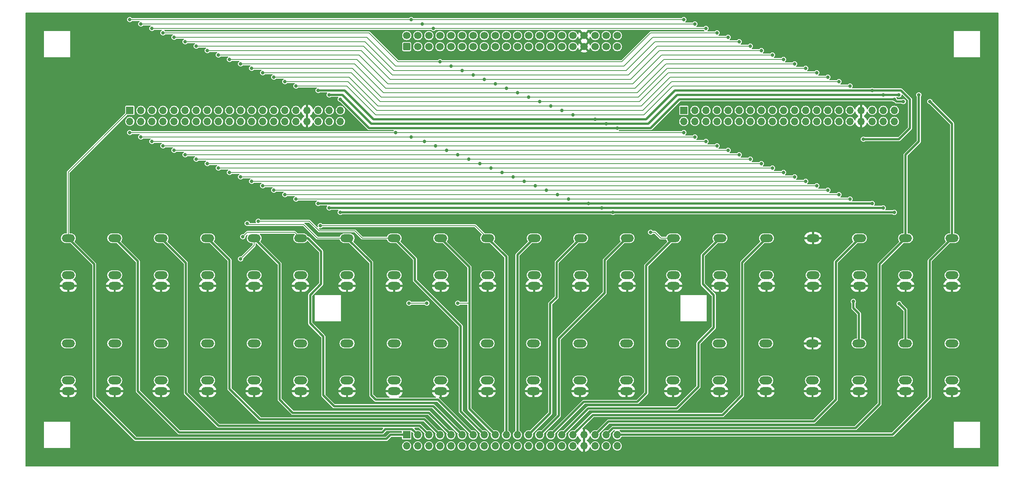
<source format=gbr>
%TF.GenerationSoftware,KiCad,Pcbnew,8.0.4*%
%TF.CreationDate,2024-08-13T10:53:44-04:00*%
%TF.ProjectId,Bus_Breakout,4275735f-4272-4656-916b-6f75742e6b69,rev?*%
%TF.SameCoordinates,Original*%
%TF.FileFunction,Copper,L2,Bot*%
%TF.FilePolarity,Positive*%
%FSLAX46Y46*%
G04 Gerber Fmt 4.6, Leading zero omitted, Abs format (unit mm)*
G04 Created by KiCad (PCBNEW 8.0.4) date 2024-08-13 10:53:44*
%MOMM*%
%LPD*%
G01*
G04 APERTURE LIST*
G04 Aperture macros list*
%AMRoundRect*
0 Rectangle with rounded corners*
0 $1 Rounding radius*
0 $2 $3 $4 $5 $6 $7 $8 $9 X,Y pos of 4 corners*
0 Add a 4 corners polygon primitive as box body*
4,1,4,$2,$3,$4,$5,$6,$7,$8,$9,$2,$3,0*
0 Add four circle primitives for the rounded corners*
1,1,$1+$1,$2,$3*
1,1,$1+$1,$4,$5*
1,1,$1+$1,$6,$7*
1,1,$1+$1,$8,$9*
0 Add four rect primitives between the rounded corners*
20,1,$1+$1,$2,$3,$4,$5,0*
20,1,$1+$1,$4,$5,$6,$7,0*
20,1,$1+$1,$6,$7,$8,$9,0*
20,1,$1+$1,$8,$9,$2,$3,0*%
G04 Aperture macros list end*
%TA.AperFunction,ComponentPad*%
%ADD10O,3.000000X1.800000*%
%TD*%
%TA.AperFunction,ComponentPad*%
%ADD11R,1.700000X1.700000*%
%TD*%
%TA.AperFunction,ComponentPad*%
%ADD12O,1.700000X1.700000*%
%TD*%
%TA.AperFunction,ComponentPad*%
%ADD13RoundRect,0.250000X0.600000X-0.600000X0.600000X0.600000X-0.600000X0.600000X-0.600000X-0.600000X0*%
%TD*%
%TA.AperFunction,ComponentPad*%
%ADD14C,1.700000*%
%TD*%
%TA.AperFunction,ViaPad*%
%ADD15C,0.800000*%
%TD*%
%TA.AperFunction,Conductor*%
%ADD16C,0.508000*%
%TD*%
%TA.AperFunction,Conductor*%
%ADD17C,0.203200*%
%TD*%
G04 APERTURE END LIST*
D10*
%TO.P,J16,S*%
%TO.N,GND_PL*%
X354750200Y-220459700D03*
%TO.P,J16,T*%
%TO.N,D16{slash}A16*%
X354750200Y-209559700D03*
%TO.P,J16,TN*%
%TO.N,unconnected-(J16-PadTN)*%
X354750200Y-218059700D03*
%TD*%
%TO.P,J34,S*%
%TO.N,GND_PL*%
X333305200Y-244589700D03*
%TO.P,J34,T*%
%TO.N,D30{slash}A30*%
X333305200Y-233689700D03*
%TO.P,J34,TN*%
%TO.N,unconnected-(J34-PadTN)*%
X333305200Y-242189700D03*
%TD*%
%TO.P,J5,S*%
%TO.N,GND_PL*%
X237310200Y-220459700D03*
%TO.P,J5,T*%
%TO.N,D5{slash}A5*%
X237310200Y-209559700D03*
%TO.P,J5,TN*%
%TO.N,unconnected-(J5-PadTN)*%
X237310200Y-218059700D03*
%TD*%
%TO.P,J40,S*%
%TO.N,GND_PL*%
X397240200Y-244589700D03*
%TO.P,J40,T*%
%TO.N,PWR3{slash}APWR4*%
X397240200Y-233689700D03*
%TO.P,J40,TN*%
%TO.N,unconnected-(J40-PadTN)*%
X397240200Y-242189700D03*
%TD*%
%TO.P,J15,S*%
%TO.N,GND_PL*%
X344100200Y-220459700D03*
%TO.P,J15,T*%
%TO.N,D15{slash}A15*%
X344100200Y-209559700D03*
%TO.P,J15,TN*%
%TO.N,unconnected-(J15-PadTN)*%
X344100200Y-218059700D03*
%TD*%
%TO.P,J35,S*%
%TO.N,GND_PL*%
X343955200Y-244589700D03*
%TO.P,J35,T*%
%TO.N,D31{slash}A31*%
X343955200Y-233689700D03*
%TO.P,J35,TN*%
%TO.N,unconnected-(J35-PadTN)*%
X343955200Y-242189700D03*
%TD*%
%TO.P,J14,S*%
%TO.N,GND_PL*%
X333450200Y-220459700D03*
%TO.P,J14,T*%
%TO.N,D14{slash}A14*%
X333450200Y-209559700D03*
%TO.P,J14,TN*%
%TO.N,unconnected-(J14-PadTN)*%
X333450200Y-218059700D03*
%TD*%
%TO.P,J7,S*%
%TO.N,GND_PL*%
X258610200Y-220459700D03*
%TO.P,J7,T*%
%TO.N,D7{slash}A7*%
X258610200Y-209559700D03*
%TO.P,J7,TN*%
%TO.N,unconnected-(J7-PadTN)*%
X258610200Y-218059700D03*
%TD*%
%TO.P,J24,S*%
%TO.N,GND_PL*%
X226660200Y-244589700D03*
%TO.P,J24,T*%
%TO.N,D20{slash}A20*%
X226660200Y-233689700D03*
%TO.P,J24,TN*%
%TO.N,unconnected-(J24-PadTN)*%
X226660200Y-242189700D03*
%TD*%
D11*
%TO.P,J42,1,Pin_1*%
%TO.N,D1{slash}A1*%
X272270200Y-254654700D03*
D12*
%TO.P,J42,2,Pin_2*%
%TO.N,D17{slash}A17*%
X272270200Y-257194700D03*
%TO.P,J42,3,Pin_3*%
%TO.N,D2{slash}A2*%
X274810200Y-254654700D03*
%TO.P,J42,4,Pin_4*%
%TO.N,D18{slash}A18*%
X274810200Y-257194700D03*
%TO.P,J42,5,Pin_5*%
%TO.N,D3{slash}A3*%
X277350200Y-254654700D03*
%TO.P,J42,6,Pin_6*%
%TO.N,D19{slash}A19*%
X277350200Y-257194700D03*
%TO.P,J42,7,Pin_7*%
%TO.N,D4{slash}A4*%
X279890200Y-254654700D03*
%TO.P,J42,8,Pin_8*%
%TO.N,D20{slash}A20*%
X279890200Y-257194700D03*
%TO.P,J42,9,Pin_9*%
%TO.N,D5{slash}A5*%
X282430200Y-254654700D03*
%TO.P,J42,10,Pin_10*%
%TO.N,D21{slash}A21*%
X282430200Y-257194700D03*
%TO.P,J42,11,Pin_11*%
%TO.N,D6{slash}A6*%
X284970200Y-254654700D03*
%TO.P,J42,12,Pin_12*%
%TO.N,D22{slash}A22*%
X284970200Y-257194700D03*
%TO.P,J42,13,Pin_13*%
%TO.N,D7{slash}A7*%
X287510200Y-254654700D03*
%TO.P,J42,14,Pin_14*%
%TO.N,D23{slash}A23*%
X287510200Y-257194700D03*
%TO.P,J42,15,Pin_15*%
%TO.N,D8{slash}A8*%
X290050200Y-254654700D03*
%TO.P,J42,16,Pin_16*%
%TO.N,D24{slash}A24*%
X290050200Y-257194700D03*
%TO.P,J42,17,Pin_17*%
%TO.N,D9{slash}A9*%
X292590200Y-254654700D03*
%TO.P,J42,18,Pin_18*%
%TO.N,D25{slash}A25*%
X292590200Y-257194700D03*
%TO.P,J42,19,Pin_19*%
%TO.N,D10{slash}A10*%
X295130200Y-254654700D03*
%TO.P,J42,20,Pin_20*%
%TO.N,D26{slash}A26*%
X295130200Y-257194700D03*
%TO.P,J42,21,Pin_21*%
%TO.N,D11{slash}A11*%
X297670200Y-254654700D03*
%TO.P,J42,22,Pin_22*%
%TO.N,D27{slash}A27*%
X297670200Y-257194700D03*
%TO.P,J42,23,Pin_23*%
%TO.N,D12{slash}A12*%
X300210200Y-254654700D03*
%TO.P,J42,24,Pin_24*%
%TO.N,D28{slash}A28*%
X300210200Y-257194700D03*
%TO.P,J42,25,Pin_25*%
%TO.N,D13{slash}A13*%
X302750200Y-254654700D03*
%TO.P,J42,26,Pin_26*%
%TO.N,D29{slash}A29*%
X302750200Y-257194700D03*
%TO.P,J42,27,Pin_27*%
%TO.N,D14{slash}A14*%
X305290200Y-254654700D03*
%TO.P,J42,28,Pin_28*%
%TO.N,D30{slash}A30*%
X305290200Y-257194700D03*
%TO.P,J42,29,Pin_29*%
%TO.N,D15{slash}A15*%
X307830200Y-254654700D03*
%TO.P,J42,30,Pin_30*%
%TO.N,D31{slash}A31*%
X307830200Y-257194700D03*
%TO.P,J42,31,Pin_31*%
%TO.N,D16{slash}A16*%
X310370200Y-254654700D03*
%TO.P,J42,32,Pin_32*%
%TO.N,D32{slash}A32*%
X310370200Y-257194700D03*
%TO.P,J42,33,Pin_33*%
%TO.N,GND_PL*%
X312910200Y-254654700D03*
%TO.P,J42,34,Pin_34*%
X312910200Y-257194700D03*
%TO.P,J42,35,Pin_35*%
%TO.N,GND2{slash}4*%
X315450200Y-254654700D03*
%TO.P,J42,36,Pin_36*%
%TO.N,GND3{slash}5*%
X315450200Y-257194700D03*
%TO.P,J42,37,Pin_37*%
%TO.N,PWR_PL{slash}APWR1*%
X317990200Y-254654700D03*
%TO.P,J42,38,Pin_38*%
%TO.N,PWR1{slash}APWR2*%
X317990200Y-257194700D03*
%TO.P,J42,39,Pin_39*%
%TO.N,PWR2{slash}APWR3*%
X320530200Y-254654700D03*
%TO.P,J42,40,Pin_40*%
%TO.N,PWR3{slash}APWR4*%
X320530200Y-257194700D03*
%TD*%
D10*
%TO.P,J13,S*%
%TO.N,GND_PL*%
X322800200Y-220459700D03*
%TO.P,J13,T*%
%TO.N,D13{slash}A13*%
X322800200Y-209559700D03*
%TO.P,J13,TN*%
%TO.N,unconnected-(J13-PadTN)*%
X322800200Y-218059700D03*
%TD*%
%TO.P,J29,S*%
%TO.N,GND_PL*%
X280055200Y-244589700D03*
%TO.P,J29,T*%
%TO.N,D25{slash}A25*%
X280055200Y-233689700D03*
%TO.P,J29,TN*%
%TO.N,unconnected-(J29-PadTN)*%
X280055200Y-242189700D03*
%TD*%
%TO.P,J23,S*%
%TO.N,GND_PL*%
X216010200Y-244589700D03*
%TO.P,J23,T*%
%TO.N,D19{slash}A19*%
X216010200Y-233689700D03*
%TO.P,J23,TN*%
%TO.N,unconnected-(J23-PadTN)*%
X216010200Y-242189700D03*
%TD*%
%TO.P,J32,S*%
%TO.N,GND_PL*%
X312005200Y-244589700D03*
%TO.P,J32,T*%
%TO.N,D28{slash}A28*%
X312005200Y-233689700D03*
%TO.P,J32,TN*%
%TO.N,unconnected-(J32-PadTN)*%
X312005200Y-242189700D03*
%TD*%
%TO.P,J10,S*%
%TO.N,GND_PL*%
X290850200Y-220459700D03*
%TO.P,J10,T*%
%TO.N,D10{slash}A10*%
X290850200Y-209559700D03*
%TO.P,J10,TN*%
%TO.N,unconnected-(J10-PadTN)*%
X290850200Y-218059700D03*
%TD*%
%TO.P,J2,S*%
%TO.N,GND_PL*%
X205360200Y-220459700D03*
%TO.P,J2,T*%
%TO.N,D2{slash}A2*%
X205360200Y-209559700D03*
%TO.P,J2,TN*%
%TO.N,unconnected-(J2-PadTN)*%
X205360200Y-218059700D03*
%TD*%
%TO.P,J6,S*%
%TO.N,GND_PL*%
X247960200Y-220459700D03*
%TO.P,J6,T*%
%TO.N,D6{slash}A6*%
X247960200Y-209559700D03*
%TO.P,J6,TN*%
%TO.N,unconnected-(J6-PadTN)*%
X247960200Y-218059700D03*
%TD*%
%TO.P,J30,S*%
%TO.N,GND_PL*%
X290705200Y-244589700D03*
%TO.P,J30,T*%
%TO.N,D26{slash}A26*%
X290705200Y-233689700D03*
%TO.P,J30,TN*%
%TO.N,unconnected-(J30-PadTN)*%
X290705200Y-242189700D03*
%TD*%
%TO.P,J31,S*%
%TO.N,GND_PL*%
X301355200Y-244589700D03*
%TO.P,J31,T*%
%TO.N,D27{slash}A27*%
X301355200Y-233689700D03*
%TO.P,J31,TN*%
%TO.N,unconnected-(J31-PadTN)*%
X301355200Y-242189700D03*
%TD*%
%TO.P,J25,S*%
%TO.N,GND_PL*%
X237310200Y-244589700D03*
%TO.P,J25,T*%
%TO.N,D21{slash}A21*%
X237310200Y-233689700D03*
%TO.P,J25,TN*%
%TO.N,unconnected-(J25-PadTN)*%
X237310200Y-242189700D03*
%TD*%
%TO.P,J1,S*%
%TO.N,GND_PL*%
X194710200Y-220459700D03*
%TO.P,J1,T*%
%TO.N,D1{slash}A1*%
X194710200Y-209559700D03*
%TO.P,J1,TN*%
%TO.N,unconnected-(J1-PadTN)*%
X194710200Y-218059700D03*
%TD*%
%TO.P,J9,S*%
%TO.N,GND_PL*%
X280055200Y-220459700D03*
%TO.P,J9,T*%
%TO.N,D9{slash}A9*%
X280055200Y-209559700D03*
%TO.P,J9,TN*%
%TO.N,unconnected-(J9-PadTN)*%
X280055200Y-218059700D03*
%TD*%
%TO.P,J33,S*%
%TO.N,GND_PL*%
X322655200Y-244589700D03*
%TO.P,J33,T*%
%TO.N,D29{slash}A29*%
X322655200Y-233689700D03*
%TO.P,J33,TN*%
%TO.N,unconnected-(J33-PadTN)*%
X322655200Y-242189700D03*
%TD*%
%TO.P,J3,S*%
%TO.N,GND_PL*%
X216010200Y-220459700D03*
%TO.P,J3,T*%
%TO.N,D3{slash}A3*%
X216010200Y-209559700D03*
%TO.P,J3,TN*%
%TO.N,unconnected-(J3-PadTN)*%
X216010200Y-218059700D03*
%TD*%
%TO.P,J19,S*%
%TO.N,GND_PL*%
X386625200Y-220459700D03*
%TO.P,J19,T*%
%TO.N,PWR_PL{slash}APWR1*%
X386625200Y-209559700D03*
%TO.P,J19,TN*%
%TO.N,unconnected-(J19-PadTN)*%
X386625200Y-218059700D03*
%TD*%
D11*
%TO.P,J44,1,Pin_1*%
%TO.N,D1{slash}A1*%
X335790200Y-180269700D03*
D12*
%TO.P,J44,2,Pin_2*%
%TO.N,D17{slash}A17*%
X335790200Y-182809700D03*
%TO.P,J44,3,Pin_3*%
%TO.N,D2{slash}A2*%
X338330200Y-180269700D03*
%TO.P,J44,4,Pin_4*%
%TO.N,D18{slash}A18*%
X338330200Y-182809700D03*
%TO.P,J44,5,Pin_5*%
%TO.N,D3{slash}A3*%
X340870200Y-180269700D03*
%TO.P,J44,6,Pin_6*%
%TO.N,D19{slash}A19*%
X340870200Y-182809700D03*
%TO.P,J44,7,Pin_7*%
%TO.N,D4{slash}A4*%
X343410200Y-180269700D03*
%TO.P,J44,8,Pin_8*%
%TO.N,D20{slash}A20*%
X343410200Y-182809700D03*
%TO.P,J44,9,Pin_9*%
%TO.N,D5{slash}A5*%
X345950200Y-180269700D03*
%TO.P,J44,10,Pin_10*%
%TO.N,D21{slash}A21*%
X345950200Y-182809700D03*
%TO.P,J44,11,Pin_11*%
%TO.N,D6{slash}A6*%
X348490200Y-180269700D03*
%TO.P,J44,12,Pin_12*%
%TO.N,D22{slash}A22*%
X348490200Y-182809700D03*
%TO.P,J44,13,Pin_13*%
%TO.N,D7{slash}A7*%
X351030200Y-180269700D03*
%TO.P,J44,14,Pin_14*%
%TO.N,D23{slash}A23*%
X351030200Y-182809700D03*
%TO.P,J44,15,Pin_15*%
%TO.N,D8{slash}A8*%
X353570200Y-180269700D03*
%TO.P,J44,16,Pin_16*%
%TO.N,D24{slash}A24*%
X353570200Y-182809700D03*
%TO.P,J44,17,Pin_17*%
%TO.N,D9{slash}A9*%
X356110200Y-180269700D03*
%TO.P,J44,18,Pin_18*%
%TO.N,D25{slash}A25*%
X356110200Y-182809700D03*
%TO.P,J44,19,Pin_19*%
%TO.N,D10{slash}A10*%
X358650200Y-180269700D03*
%TO.P,J44,20,Pin_20*%
%TO.N,D26{slash}A26*%
X358650200Y-182809700D03*
%TO.P,J44,21,Pin_21*%
%TO.N,D11{slash}A11*%
X361190200Y-180269700D03*
%TO.P,J44,22,Pin_22*%
%TO.N,D27{slash}A27*%
X361190200Y-182809700D03*
%TO.P,J44,23,Pin_23*%
%TO.N,D12{slash}A12*%
X363730200Y-180269700D03*
%TO.P,J44,24,Pin_24*%
%TO.N,D28{slash}A28*%
X363730200Y-182809700D03*
%TO.P,J44,25,Pin_25*%
%TO.N,D13{slash}A13*%
X366270200Y-180269700D03*
%TO.P,J44,26,Pin_26*%
%TO.N,D29{slash}A29*%
X366270200Y-182809700D03*
%TO.P,J44,27,Pin_27*%
%TO.N,D14{slash}A14*%
X368810200Y-180269700D03*
%TO.P,J44,28,Pin_28*%
%TO.N,D30{slash}A30*%
X368810200Y-182809700D03*
%TO.P,J44,29,Pin_29*%
%TO.N,D15{slash}A15*%
X371350200Y-180269700D03*
%TO.P,J44,30,Pin_30*%
%TO.N,D31{slash}A31*%
X371350200Y-182809700D03*
%TO.P,J44,31,Pin_31*%
%TO.N,D16{slash}A16*%
X373890200Y-180269700D03*
%TO.P,J44,32,Pin_32*%
%TO.N,D32{slash}A32*%
X373890200Y-182809700D03*
%TO.P,J44,33,Pin_33*%
%TO.N,GND_PL*%
X376430200Y-180269700D03*
%TO.P,J44,34,Pin_34*%
X376430200Y-182809700D03*
%TO.P,J44,35,Pin_35*%
%TO.N,GND2{slash}4*%
X378970200Y-180269700D03*
%TO.P,J44,36,Pin_36*%
%TO.N,GND3{slash}5*%
X378970200Y-182809700D03*
%TO.P,J44,37,Pin_37*%
%TO.N,PWR_PL{slash}APWR1*%
X381510200Y-180269700D03*
%TO.P,J44,38,Pin_38*%
%TO.N,PWR1{slash}APWR2*%
X381510200Y-182809700D03*
%TO.P,J44,39,Pin_39*%
%TO.N,PWR2{slash}APWR3*%
X384050200Y-180269700D03*
%TO.P,J44,40,Pin_40*%
%TO.N,PWR3{slash}APWR4*%
X384050200Y-182809700D03*
%TD*%
D10*
%TO.P,J39,S*%
%TO.N,GND_PL*%
X386590200Y-244589700D03*
%TO.P,J39,T*%
%TO.N,PWR1{slash}APWR2*%
X386590200Y-233689700D03*
%TO.P,J39,TN*%
%TO.N,unconnected-(J39-PadTN)*%
X386590200Y-242189700D03*
%TD*%
%TO.P,J36,S*%
%TO.N,GND_PL*%
X354605200Y-244589700D03*
%TO.P,J36,T*%
%TO.N,D32{slash}A32*%
X354605200Y-233689700D03*
%TO.P,J36,TN*%
%TO.N,unconnected-(J36-PadTN)*%
X354605200Y-242189700D03*
%TD*%
%TO.P,J18,S*%
%TO.N,GND_PL*%
X376050200Y-220459700D03*
%TO.P,J18,T*%
%TO.N,GND2{slash}4*%
X376050200Y-209559700D03*
%TO.P,J18,TN*%
%TO.N,unconnected-(J18-PadTN)*%
X376050200Y-218059700D03*
%TD*%
%TO.P,J8,S*%
%TO.N,GND_PL*%
X269405200Y-220459700D03*
%TO.P,J8,T*%
%TO.N,D8{slash}A8*%
X269405200Y-209559700D03*
%TO.P,J8,TN*%
%TO.N,unconnected-(J8-PadTN)*%
X269405200Y-218059700D03*
%TD*%
%TO.P,J12,S*%
%TO.N,GND_PL*%
X312150200Y-220459700D03*
%TO.P,J12,T*%
%TO.N,D12{slash}A12*%
X312150200Y-209559700D03*
%TO.P,J12,TN*%
%TO.N,unconnected-(J12-PadTN)*%
X312150200Y-218059700D03*
%TD*%
%TO.P,J20,S*%
%TO.N,GND_PL*%
X397275200Y-220459700D03*
%TO.P,J20,T*%
%TO.N,PWR2{slash}APWR3*%
X397275200Y-209559700D03*
%TO.P,J20,TN*%
%TO.N,unconnected-(J20-PadTN)*%
X397275200Y-218059700D03*
%TD*%
%TO.P,J11,S*%
%TO.N,GND_PL*%
X301500200Y-220459700D03*
%TO.P,J11,T*%
%TO.N,D11{slash}A11*%
X301500200Y-209559700D03*
%TO.P,J11,TN*%
%TO.N,unconnected-(J11-PadTN)*%
X301500200Y-218059700D03*
%TD*%
%TO.P,J38,S*%
%TO.N,GND_PL*%
X375940200Y-244589700D03*
%TO.P,J38,T*%
%TO.N,GND3{slash}5*%
X375940200Y-233689700D03*
%TO.P,J38,TN*%
%TO.N,unconnected-(J38-PadTN)*%
X375940200Y-242189700D03*
%TD*%
D11*
%TO.P,J43,1,Pin_1*%
%TO.N,D1{slash}A1*%
X208820200Y-180269700D03*
D12*
%TO.P,J43,2,Pin_2*%
%TO.N,D17{slash}A17*%
X208820200Y-182809700D03*
%TO.P,J43,3,Pin_3*%
%TO.N,D2{slash}A2*%
X211360200Y-180269700D03*
%TO.P,J43,4,Pin_4*%
%TO.N,D18{slash}A18*%
X211360200Y-182809700D03*
%TO.P,J43,5,Pin_5*%
%TO.N,D3{slash}A3*%
X213900200Y-180269700D03*
%TO.P,J43,6,Pin_6*%
%TO.N,D19{slash}A19*%
X213900200Y-182809700D03*
%TO.P,J43,7,Pin_7*%
%TO.N,D4{slash}A4*%
X216440200Y-180269700D03*
%TO.P,J43,8,Pin_8*%
%TO.N,D20{slash}A20*%
X216440200Y-182809700D03*
%TO.P,J43,9,Pin_9*%
%TO.N,D5{slash}A5*%
X218980200Y-180269700D03*
%TO.P,J43,10,Pin_10*%
%TO.N,D21{slash}A21*%
X218980200Y-182809700D03*
%TO.P,J43,11,Pin_11*%
%TO.N,D6{slash}A6*%
X221520200Y-180269700D03*
%TO.P,J43,12,Pin_12*%
%TO.N,D22{slash}A22*%
X221520200Y-182809700D03*
%TO.P,J43,13,Pin_13*%
%TO.N,D7{slash}A7*%
X224060200Y-180269700D03*
%TO.P,J43,14,Pin_14*%
%TO.N,D23{slash}A23*%
X224060200Y-182809700D03*
%TO.P,J43,15,Pin_15*%
%TO.N,D8{slash}A8*%
X226600200Y-180269700D03*
%TO.P,J43,16,Pin_16*%
%TO.N,D24{slash}A24*%
X226600200Y-182809700D03*
%TO.P,J43,17,Pin_17*%
%TO.N,D9{slash}A9*%
X229140200Y-180269700D03*
%TO.P,J43,18,Pin_18*%
%TO.N,D25{slash}A25*%
X229140200Y-182809700D03*
%TO.P,J43,19,Pin_19*%
%TO.N,D10{slash}A10*%
X231680200Y-180269700D03*
%TO.P,J43,20,Pin_20*%
%TO.N,D26{slash}A26*%
X231680200Y-182809700D03*
%TO.P,J43,21,Pin_21*%
%TO.N,D11{slash}A11*%
X234220200Y-180269700D03*
%TO.P,J43,22,Pin_22*%
%TO.N,D27{slash}A27*%
X234220200Y-182809700D03*
%TO.P,J43,23,Pin_23*%
%TO.N,D12{slash}A12*%
X236760200Y-180269700D03*
%TO.P,J43,24,Pin_24*%
%TO.N,D28{slash}A28*%
X236760200Y-182809700D03*
%TO.P,J43,25,Pin_25*%
%TO.N,D13{slash}A13*%
X239300200Y-180269700D03*
%TO.P,J43,26,Pin_26*%
%TO.N,D29{slash}A29*%
X239300200Y-182809700D03*
%TO.P,J43,27,Pin_27*%
%TO.N,D14{slash}A14*%
X241840200Y-180269700D03*
%TO.P,J43,28,Pin_28*%
%TO.N,D30{slash}A30*%
X241840200Y-182809700D03*
%TO.P,J43,29,Pin_29*%
%TO.N,D15{slash}A15*%
X244380200Y-180269700D03*
%TO.P,J43,30,Pin_30*%
%TO.N,D31{slash}A31*%
X244380200Y-182809700D03*
%TO.P,J43,31,Pin_31*%
%TO.N,D16{slash}A16*%
X246920200Y-180269700D03*
%TO.P,J43,32,Pin_32*%
%TO.N,D32{slash}A32*%
X246920200Y-182809700D03*
%TO.P,J43,33,Pin_33*%
%TO.N,GND_PL*%
X249460200Y-180269700D03*
%TO.P,J43,34,Pin_34*%
X249460200Y-182809700D03*
%TO.P,J43,35,Pin_35*%
%TO.N,GND2{slash}4*%
X252000200Y-180269700D03*
%TO.P,J43,36,Pin_36*%
%TO.N,GND3{slash}5*%
X252000200Y-182809700D03*
%TO.P,J43,37,Pin_37*%
%TO.N,PWR_PL{slash}APWR1*%
X254540200Y-180269700D03*
%TO.P,J43,38,Pin_38*%
%TO.N,PWR1{slash}APWR2*%
X254540200Y-182809700D03*
%TO.P,J43,39,Pin_39*%
%TO.N,PWR2{slash}APWR3*%
X257080200Y-180269700D03*
%TO.P,J43,40,Pin_40*%
%TO.N,PWR3{slash}APWR4*%
X257080200Y-182809700D03*
%TD*%
D10*
%TO.P,J27,S*%
%TO.N,GND_PL*%
X258610200Y-244589700D03*
%TO.P,J27,T*%
%TO.N,D23{slash}A23*%
X258610200Y-233689700D03*
%TO.P,J27,TN*%
%TO.N,unconnected-(J27-PadTN)*%
X258610200Y-242189700D03*
%TD*%
D13*
%TO.P,J41,1,Pin_1*%
%TO.N,D1{slash}A1*%
X272290200Y-165647200D03*
D14*
%TO.P,J41,2,Pin_2*%
%TO.N,D17{slash}A17*%
X272290200Y-163107200D03*
%TO.P,J41,3,Pin_3*%
%TO.N,D2{slash}A2*%
X274830200Y-165647200D03*
%TO.P,J41,4,Pin_4*%
%TO.N,D18{slash}A18*%
X274830200Y-163107200D03*
%TO.P,J41,5,Pin_5*%
%TO.N,D3{slash}A3*%
X277370200Y-165647200D03*
%TO.P,J41,6,Pin_6*%
%TO.N,D19{slash}A19*%
X277370200Y-163107200D03*
%TO.P,J41,7,Pin_7*%
%TO.N,D4{slash}A4*%
X279910200Y-165647200D03*
%TO.P,J41,8,Pin_8*%
%TO.N,D20{slash}A20*%
X279910200Y-163107200D03*
%TO.P,J41,9,Pin_9*%
%TO.N,D5{slash}A5*%
X282450200Y-165647200D03*
%TO.P,J41,10,Pin_10*%
%TO.N,D21{slash}A21*%
X282450200Y-163107200D03*
%TO.P,J41,11,Pin_11*%
%TO.N,D6{slash}A6*%
X284990200Y-165647200D03*
%TO.P,J41,12,Pin_12*%
%TO.N,D22{slash}A22*%
X284990200Y-163107200D03*
%TO.P,J41,13,Pin_13*%
%TO.N,D7{slash}A7*%
X287530200Y-165647200D03*
%TO.P,J41,14,Pin_14*%
%TO.N,D23{slash}A23*%
X287530200Y-163107200D03*
%TO.P,J41,15,Pin_15*%
%TO.N,D8{slash}A8*%
X290070200Y-165647200D03*
%TO.P,J41,16,Pin_16*%
%TO.N,D24{slash}A24*%
X290070200Y-163107200D03*
%TO.P,J41,17,Pin_17*%
%TO.N,D9{slash}A9*%
X292610200Y-165647200D03*
%TO.P,J41,18,Pin_18*%
%TO.N,D25{slash}A25*%
X292610200Y-163107200D03*
%TO.P,J41,19,Pin_19*%
%TO.N,D10{slash}A10*%
X295150200Y-165647200D03*
%TO.P,J41,20,Pin_20*%
%TO.N,D26{slash}A26*%
X295150200Y-163107200D03*
%TO.P,J41,21,Pin_21*%
%TO.N,D11{slash}A11*%
X297690200Y-165647200D03*
%TO.P,J41,22,Pin_22*%
%TO.N,D27{slash}A27*%
X297690200Y-163107200D03*
%TO.P,J41,23,Pin_23*%
%TO.N,D12{slash}A12*%
X300230200Y-165647200D03*
%TO.P,J41,24,Pin_24*%
%TO.N,D28{slash}A28*%
X300230200Y-163107200D03*
%TO.P,J41,25,Pin_25*%
%TO.N,D13{slash}A13*%
X302770200Y-165647200D03*
%TO.P,J41,26,Pin_26*%
%TO.N,D29{slash}A29*%
X302770200Y-163107200D03*
%TO.P,J41,27,Pin_27*%
%TO.N,D14{slash}A14*%
X305310200Y-165647200D03*
%TO.P,J41,28,Pin_28*%
%TO.N,D30{slash}A30*%
X305310200Y-163107200D03*
%TO.P,J41,29,Pin_29*%
%TO.N,D15{slash}A15*%
X307850200Y-165647200D03*
%TO.P,J41,30,Pin_30*%
%TO.N,D31{slash}A31*%
X307850200Y-163107200D03*
%TO.P,J41,31,Pin_31*%
%TO.N,D16{slash}A16*%
X310390200Y-165647200D03*
%TO.P,J41,32,Pin_32*%
%TO.N,D32{slash}A32*%
X310390200Y-163107200D03*
%TO.P,J41,33,Pin_33*%
%TO.N,GND_PL*%
X312930200Y-165647200D03*
%TO.P,J41,34,Pin_34*%
X312930200Y-163107200D03*
%TO.P,J41,35,Pin_35*%
%TO.N,GND2{slash}4*%
X315470200Y-165647200D03*
%TO.P,J41,36,Pin_36*%
%TO.N,GND3{slash}5*%
X315470200Y-163107200D03*
%TO.P,J41,37,Pin_37*%
%TO.N,PWR_PL{slash}APWR1*%
X318010200Y-165647200D03*
%TO.P,J41,38,Pin_38*%
%TO.N,PWR1{slash}APWR2*%
X318010200Y-163107200D03*
%TO.P,J41,39,Pin_39*%
%TO.N,PWR2{slash}APWR3*%
X320550200Y-165647200D03*
%TO.P,J41,40,Pin_40*%
%TO.N,PWR3{slash}APWR4*%
X320550200Y-163107200D03*
%TD*%
D10*
%TO.P,J28,S*%
%TO.N,GND_PL*%
X269405200Y-244589700D03*
%TO.P,J28,T*%
%TO.N,D24{slash}A24*%
X269405200Y-233689700D03*
%TO.P,J28,TN*%
%TO.N,unconnected-(J28-PadTN)*%
X269405200Y-242189700D03*
%TD*%
%TO.P,J4,S*%
%TO.N,GND_PL*%
X226660200Y-220459700D03*
%TO.P,J4,T*%
%TO.N,D4{slash}A4*%
X226660200Y-209559700D03*
%TO.P,J4,TN*%
%TO.N,unconnected-(J4-PadTN)*%
X226660200Y-218059700D03*
%TD*%
%TO.P,J22,S*%
%TO.N,GND_PL*%
X205360200Y-244589700D03*
%TO.P,J22,T*%
%TO.N,D18{slash}A18*%
X205360200Y-233689700D03*
%TO.P,J22,TN*%
%TO.N,unconnected-(J22-PadTN)*%
X205360200Y-242189700D03*
%TD*%
%TO.P,J21,S*%
%TO.N,GND_PL*%
X194710200Y-244589700D03*
%TO.P,J21,T*%
%TO.N,D17{slash}A17*%
X194710200Y-233689700D03*
%TO.P,J21,TN*%
%TO.N,unconnected-(J21-PadTN)*%
X194710200Y-242189700D03*
%TD*%
%TO.P,J37,S*%
%TO.N,GND_PL*%
X365290200Y-244589700D03*
%TO.P,J37,T*%
X365290200Y-233689700D03*
%TO.P,J37,TN*%
%TO.N,unconnected-(J37-PadTN)*%
X365290200Y-242189700D03*
%TD*%
%TO.P,J26,S*%
%TO.N,GND_PL*%
X247960200Y-244589700D03*
%TO.P,J26,T*%
%TO.N,D22{slash}A22*%
X247960200Y-233689700D03*
%TO.P,J26,TN*%
%TO.N,unconnected-(J26-PadTN)*%
X247960200Y-242189700D03*
%TD*%
%TO.P,J17,S*%
%TO.N,GND_PL*%
X365400200Y-220459700D03*
%TO.P,J17,T*%
X365400200Y-209559700D03*
%TO.P,J17,TN*%
%TO.N,unconnected-(J17-PadTN)*%
X365400200Y-218059700D03*
%TD*%
D15*
%TO.N,D2{slash}A2*%
X338330200Y-160457700D03*
X211360200Y-160457700D03*
X275876200Y-160457700D03*
%TO.N,D3{slash}A3*%
X278416200Y-161473700D03*
X213900200Y-161473700D03*
X340870200Y-161473700D03*
%TO.N,D4{slash}A4*%
X343410200Y-162489700D03*
X216440200Y-162489700D03*
X279940200Y-169093700D03*
%TO.N,D5{slash}A5*%
X218980200Y-163505700D03*
X345950200Y-163505700D03*
X234220200Y-214305700D03*
X282480200Y-170109700D03*
%TO.N,D6{slash}A6*%
X285020200Y-171125700D03*
X234728198Y-209225700D03*
X348490200Y-164521700D03*
X221520200Y-164521700D03*
%TO.N,D7{slash}A7*%
X224060200Y-165537700D03*
X351030200Y-165537700D03*
X287560200Y-172141700D03*
X235744200Y-206177700D03*
%TO.N,D8{slash}A8*%
X353570200Y-166553700D03*
X290100200Y-173157700D03*
X238284200Y-205669702D03*
X226600200Y-166553700D03*
%TO.N,D9{slash}A9*%
X229140200Y-167569700D03*
X276892200Y-224465700D03*
X356110200Y-167569700D03*
X292640200Y-174173700D03*
X284004200Y-224465700D03*
X272828200Y-224465700D03*
%TO.N,D10{slash}A10*%
X295180200Y-175189700D03*
X358650200Y-168585700D03*
X231680200Y-168585700D03*
X252508204Y-206685700D03*
%TO.N,D11{slash}A11*%
X361190200Y-169601700D03*
X297720200Y-176205700D03*
X234220200Y-169601700D03*
%TO.N,D12{slash}A12*%
X363730200Y-170617700D03*
X236760200Y-170617700D03*
X300230197Y-177191697D03*
%TO.N,D13{slash}A13*%
X239300200Y-171633700D03*
X302800200Y-178237700D03*
X366270200Y-171633700D03*
%TO.N,D14{slash}A14*%
X328200200Y-208209700D03*
X368810200Y-172649700D03*
X305340200Y-179253700D03*
X241840200Y-172649700D03*
%TO.N,D15{slash}A15*%
X307880200Y-180269700D03*
X244380200Y-173665700D03*
X371350200Y-173665700D03*
%TO.N,D16{slash}A16*%
X373890200Y-174681700D03*
X310420200Y-181285700D03*
X246920200Y-174681700D03*
%TO.N,GND2{slash}4*%
X376968200Y-186873700D03*
X378970200Y-175697700D03*
X252000200Y-175697700D03*
X315500200Y-182301700D03*
%TO.N,PWR_PL{slash}APWR1*%
X254540200Y-176713700D03*
X318040200Y-183317700D03*
X389668200Y-176713700D03*
X381510200Y-176713700D03*
X385096200Y-176713700D03*
%TO.N,PWR2{slash}APWR3*%
X257080200Y-177729700D03*
X320580200Y-184333700D03*
X384050200Y-177729700D03*
X386112200Y-178237700D03*
X392208200Y-178237700D03*
%TO.N,D17{slash}A17*%
X208820200Y-185349700D03*
X335790200Y-185349700D03*
X269780200Y-185349700D03*
%TO.N,D19{slash}A19*%
X213900200Y-187381700D03*
X276384200Y-187381700D03*
X340870200Y-187381700D03*
%TO.N,D20{slash}A20*%
X278924200Y-188397700D03*
X343410200Y-188397700D03*
X216440200Y-188397700D03*
%TO.N,D21{slash}A21*%
X218980200Y-189413700D03*
X345950200Y-189413700D03*
X281464200Y-189413700D03*
%TO.N,D22{slash}A22*%
X284004200Y-190429700D03*
X221520200Y-190429700D03*
X348490200Y-190429700D03*
%TO.N,D23{slash}A23*%
X224060200Y-191445700D03*
X286544200Y-191445700D03*
X351030200Y-191445700D03*
%TO.N,D24{slash}A24*%
X226600200Y-192461700D03*
X353570200Y-192461700D03*
X289084200Y-192461700D03*
%TO.N,D25{slash}A25*%
X356110200Y-193477700D03*
X291624200Y-193477700D03*
X229140200Y-193477700D03*
%TO.N,D26{slash}A26*%
X358650200Y-194493700D03*
X294164200Y-194493700D03*
X231680200Y-194493700D03*
%TO.N,D27{slash}A27*%
X234220200Y-195509700D03*
X361190200Y-195509700D03*
X296704200Y-195509700D03*
%TO.N,D28{slash}A28*%
X236760200Y-196525700D03*
X363730200Y-196525700D03*
X299244200Y-196525700D03*
%TO.N,D29{slash}A29*%
X239300200Y-197541700D03*
X301784200Y-197541700D03*
X366270200Y-197541700D03*
%TO.N,D30{slash}A30*%
X368810200Y-198557700D03*
X304324200Y-198557700D03*
X241840200Y-198557700D03*
%TO.N,D31{slash}A31*%
X244380200Y-199573700D03*
X371350200Y-199573700D03*
X306864200Y-199573700D03*
%TO.N,D32{slash}A32*%
X373890200Y-200589700D03*
X246920200Y-200589700D03*
X309404200Y-200589700D03*
%TO.N,GND3{slash}5*%
X252000200Y-201605700D03*
X374660200Y-224087200D03*
X378970200Y-201605700D03*
X313976200Y-201605700D03*
%TO.N,PWR1{slash}APWR2*%
X254540200Y-202621700D03*
X385160200Y-224587200D03*
X317024200Y-202621700D03*
X381510200Y-202621700D03*
%TO.N,PWR3{slash}APWR4*%
X384050200Y-203637700D03*
X319564200Y-203637700D03*
X257080200Y-203637700D03*
%TO.N,D18{slash}A18*%
X338330200Y-186365700D03*
X211360200Y-186365700D03*
X273336200Y-186365700D03*
%TO.N,D1{slash}A1*%
X273336200Y-159441700D03*
X335790200Y-159441700D03*
X208820200Y-159441700D03*
%TD*%
D16*
%TO.N,D2{slash}A2*%
X210660200Y-214859700D02*
X205360200Y-209559700D01*
X210660200Y-244587200D02*
X210660200Y-214859700D01*
X273506200Y-253350700D02*
X267396700Y-253350700D01*
X220160200Y-254087200D02*
X210660200Y-244587200D01*
D17*
X211360200Y-160457700D02*
X338330200Y-160457700D01*
D16*
X267396700Y-253350700D02*
X266660200Y-254087200D01*
X266660200Y-254087200D02*
X220160200Y-254087200D01*
X274810200Y-254654700D02*
X273506200Y-253350700D01*
%TO.N,D3{slash}A3*%
X221660200Y-215209700D02*
X216010200Y-209559700D01*
X277350200Y-254654700D02*
X275282700Y-252587200D01*
X221660200Y-245087200D02*
X221660200Y-215209700D01*
X229160200Y-252587200D02*
X221660200Y-245087200D01*
D17*
X340870200Y-161473700D02*
X213900200Y-161473700D01*
D16*
X275282700Y-252587200D02*
X229160200Y-252587200D01*
D17*
%TO.N,D4{slash}A4*%
X263684200Y-162489700D02*
X270288200Y-169093700D01*
X216440200Y-162489700D02*
X263684200Y-162489700D01*
D16*
X231660200Y-244087200D02*
X231660200Y-214559700D01*
X276322700Y-251087200D02*
X238660200Y-251087200D01*
D17*
X270288200Y-169093700D02*
X321596200Y-169093700D01*
D16*
X231660200Y-214559700D02*
X226660200Y-209559700D01*
D17*
X321596200Y-169093700D02*
X328200200Y-162489700D01*
D16*
X238660200Y-251087200D02*
X231660200Y-244087200D01*
X279890200Y-254654700D02*
X276322700Y-251087200D01*
D17*
X328200200Y-162489700D02*
X343410200Y-162489700D01*
D16*
%TO.N,D5{slash}A5*%
X277362700Y-249587200D02*
X246160200Y-249587200D01*
X243160200Y-215409700D02*
X237310200Y-209559700D01*
D17*
X263176200Y-163505700D02*
X218980200Y-163505700D01*
D16*
X246160200Y-249587200D02*
X243160200Y-246587200D01*
D17*
X237310200Y-209559700D02*
X237310200Y-211215700D01*
X345950200Y-163505700D02*
X328708200Y-163505700D01*
X322104200Y-170109700D02*
X269780200Y-170109700D01*
D16*
X243160200Y-246587200D02*
X243160200Y-215409700D01*
D17*
X237310200Y-211215700D02*
X234220200Y-214305700D01*
D16*
X282430200Y-254654700D02*
X277362700Y-249587200D01*
D17*
X269780200Y-170109700D02*
X263176200Y-163505700D01*
X328708200Y-163505700D02*
X322104200Y-170109700D01*
%TO.N,D6{slash}A6*%
X247960200Y-208887200D02*
X247960200Y-209559700D01*
X329216200Y-164521700D02*
X348490200Y-164521700D01*
D16*
X250160200Y-229087200D02*
X250160200Y-222587200D01*
D17*
X269335700Y-171125700D02*
X322612200Y-171125700D01*
D16*
X255660200Y-248087200D02*
X253160200Y-245587200D01*
X252660200Y-212587200D02*
X249632700Y-209559700D01*
X284970200Y-254654700D02*
X278402700Y-248087200D01*
D17*
X221520200Y-164521700D02*
X262731700Y-164521700D01*
X322612200Y-171125700D02*
X329216200Y-164521700D01*
X262731700Y-164521700D02*
X269335700Y-171125700D01*
D16*
X250160200Y-222587200D02*
X252660200Y-220087200D01*
D17*
X247960200Y-209559700D02*
X246610200Y-208209700D01*
X235744198Y-208209700D02*
X234728198Y-209225700D01*
D16*
X249632700Y-209559700D02*
X247960200Y-209559700D01*
X278402700Y-248087200D02*
X255660200Y-248087200D01*
D17*
X246610200Y-208209700D02*
X235744198Y-208209700D01*
D16*
X253160200Y-245587200D02*
X253160200Y-232087200D01*
X252660200Y-220087200D02*
X252660200Y-212587200D01*
X253160200Y-232087200D02*
X250160200Y-229087200D01*
D17*
%TO.N,D7{slash}A7*%
X251826200Y-209559700D02*
X248698200Y-206431700D01*
X269018200Y-172141700D02*
X262414200Y-165537700D01*
X351030200Y-165537700D02*
X329724200Y-165537700D01*
X258610200Y-209559700D02*
X251826200Y-209559700D01*
X248698200Y-206431700D02*
X235998200Y-206431700D01*
D16*
X279442700Y-246587200D02*
X265160200Y-246587200D01*
D17*
X329724200Y-165537700D02*
X323120200Y-172141700D01*
D16*
X264160200Y-245587200D02*
X264160200Y-215109700D01*
D17*
X323120200Y-172141700D02*
X269018200Y-172141700D01*
D16*
X287510200Y-254654700D02*
X279442700Y-246587200D01*
D17*
X262414200Y-165537700D02*
X224060200Y-165537700D01*
D16*
X265160200Y-246587200D02*
X264160200Y-245587200D01*
D17*
X235998200Y-206431700D02*
X235744200Y-206177700D01*
D16*
X264160200Y-215109700D02*
X258610200Y-209559700D01*
%TO.N,D8{slash}A8*%
X284660200Y-249264700D02*
X284660200Y-229693700D01*
D17*
X249968200Y-205669702D02*
X252200448Y-207901950D01*
D16*
X274160200Y-219193700D02*
X274160200Y-214314700D01*
D17*
X269405200Y-209559700D02*
X262093700Y-209559700D01*
X268510200Y-173157700D02*
X323628200Y-173157700D01*
X252200448Y-207901950D02*
X260435950Y-207901950D01*
X323628200Y-173157700D02*
X330232200Y-166553700D01*
D16*
X274160200Y-214314700D02*
X269405200Y-209559700D01*
X290050200Y-254654700D02*
X284660200Y-249264700D01*
D17*
X330232200Y-166553700D02*
X353570200Y-166553700D01*
D16*
X284660200Y-229693700D02*
X274160200Y-219193700D01*
D17*
X261906200Y-166553700D02*
X268510200Y-173157700D01*
X262093700Y-209559700D02*
X260435950Y-207901950D01*
X249968200Y-205669702D02*
X238284200Y-205669702D01*
X226600200Y-166553700D02*
X261906200Y-166553700D01*
%TO.N,D9{slash}A9*%
X324136200Y-174173700D02*
X268002200Y-174173700D01*
X330740200Y-167569700D02*
X324136200Y-174173700D01*
D16*
X292590200Y-254654700D02*
X286660200Y-248724700D01*
X286660200Y-216164700D02*
X280055200Y-209559700D01*
D17*
X268002200Y-174173700D02*
X261398200Y-167569700D01*
X284004200Y-224465700D02*
X286660200Y-224465700D01*
D16*
X286660200Y-248724700D02*
X286660200Y-224465700D01*
X286660200Y-224465700D02*
X286660200Y-216164700D01*
D17*
X261398200Y-167569700D02*
X229140200Y-167569700D01*
X272828200Y-224465700D02*
X276892200Y-224465700D01*
X356110200Y-167569700D02*
X330740200Y-167569700D01*
D16*
%TO.N,D10{slash}A10*%
X295130200Y-254654700D02*
X295130200Y-213839700D01*
D17*
X331248200Y-168585700D02*
X358650200Y-168585700D01*
X231680200Y-168585700D02*
X260890200Y-168585700D01*
X260890200Y-168585700D02*
X267494200Y-175189700D01*
X287976200Y-206685700D02*
X252508204Y-206685700D01*
X290850200Y-209559700D02*
X287976200Y-206685700D01*
X267494200Y-175189700D02*
X324644200Y-175189700D01*
D16*
X295130200Y-213839700D02*
X290850200Y-209559700D01*
D17*
X324644200Y-175189700D02*
X331248200Y-168585700D01*
%TO.N,D11{slash}A11*%
X361190200Y-169601700D02*
X331756200Y-169601700D01*
X331756200Y-169601700D02*
X325152200Y-176205700D01*
X260382200Y-169601700D02*
X234220200Y-169601700D01*
D16*
X297670200Y-254654700D02*
X297670200Y-213389700D01*
D17*
X266986200Y-176205700D02*
X260382200Y-169601700D01*
X325152200Y-176205700D02*
X266986200Y-176205700D01*
D16*
X297670200Y-213389700D02*
X301500200Y-209559700D01*
D17*
%TO.N,D12{slash}A12*%
X236760200Y-170617700D02*
X259874200Y-170617700D01*
D16*
X305160200Y-249704700D02*
X305160200Y-224587200D01*
D17*
X259874200Y-170617700D02*
X266478200Y-177221700D01*
X325406200Y-177221700D02*
X332010200Y-170617700D01*
X266478200Y-177221700D02*
X325406200Y-177221700D01*
D16*
X306660200Y-215049700D02*
X312150200Y-209559700D01*
X306660200Y-223087200D02*
X306660200Y-215049700D01*
D17*
X332010200Y-170617700D02*
X363730200Y-170617700D01*
D16*
X305160200Y-224587200D02*
X306660200Y-223087200D01*
X300210200Y-254654700D02*
X305160200Y-249704700D01*
%TO.N,D13{slash}A13*%
X317660200Y-222087200D02*
X317660200Y-214587200D01*
X317660200Y-214587200D02*
X322687700Y-209559700D01*
D17*
X325660200Y-178237700D02*
X266160700Y-178237700D01*
X266160700Y-178237700D02*
X259556700Y-171633700D01*
D16*
X322687700Y-209559700D02*
X322800200Y-209559700D01*
X307160200Y-250244700D02*
X307160200Y-232587200D01*
D17*
X332264200Y-171633700D02*
X325660200Y-178237700D01*
X259556700Y-171633700D02*
X239300200Y-171633700D01*
X366270200Y-171633700D02*
X332264200Y-171633700D01*
D16*
X302750200Y-254654700D02*
X307160200Y-250244700D01*
X307160200Y-232587200D02*
X317660200Y-222087200D01*
D17*
%TO.N,D14{slash}A14*%
X328200200Y-208209700D02*
X329216200Y-208209700D01*
D16*
X327160200Y-245087200D02*
X327160200Y-215849700D01*
D17*
X259112200Y-172649700D02*
X265716200Y-179253700D01*
X326041200Y-179253700D02*
X332645200Y-172649700D01*
X330566200Y-209559700D02*
X333450200Y-209559700D01*
X329216200Y-208209700D02*
X330566200Y-209559700D01*
D16*
X325160200Y-247087200D02*
X327160200Y-245087200D01*
X312857700Y-247087200D02*
X325160200Y-247087200D01*
D17*
X332645200Y-172649700D02*
X368810200Y-172649700D01*
D16*
X305290200Y-254654700D02*
X312857700Y-247087200D01*
D17*
X241840200Y-172649700D02*
X259112200Y-172649700D01*
D16*
X327160200Y-215849700D02*
X333450200Y-209559700D01*
D17*
X265716200Y-179253700D02*
X326041200Y-179253700D01*
D16*
%TO.N,D15{slash}A15*%
X313897700Y-248587200D02*
X334160200Y-248587200D01*
X339160200Y-243587200D02*
X339160200Y-233587200D01*
D17*
X371350200Y-173665700D02*
X333026200Y-173665700D01*
X326422200Y-180269700D02*
X265462200Y-180269700D01*
D16*
X340160200Y-220087200D02*
X340160200Y-213499700D01*
D17*
X258858200Y-173665700D02*
X244380200Y-173665700D01*
D16*
X334160200Y-248587200D02*
X339160200Y-243587200D01*
X342660200Y-230087200D02*
X342660200Y-222587200D01*
D17*
X333026200Y-173665700D02*
X326422200Y-180269700D01*
D16*
X340160200Y-213499700D02*
X344100200Y-209559700D01*
X339160200Y-233587200D02*
X342660200Y-230087200D01*
X307830200Y-254654700D02*
X313897700Y-248587200D01*
X342660200Y-222587200D02*
X340160200Y-220087200D01*
D17*
X265462200Y-180269700D02*
X258858200Y-173665700D01*
%TO.N,D16{slash}A16*%
X258604200Y-174681700D02*
X265208200Y-181285700D01*
D16*
X314937700Y-250087200D02*
X344660200Y-250087200D01*
X310370200Y-254654700D02*
X314937700Y-250087200D01*
X344660200Y-250087200D02*
X349160200Y-245587200D01*
D17*
X326676200Y-181285700D02*
X333280200Y-174681700D01*
X246920200Y-174681700D02*
X258604200Y-174681700D01*
X333280200Y-174681700D02*
X373890200Y-174681700D01*
D16*
X349160200Y-245587200D02*
X349160200Y-215149700D01*
D17*
X265208200Y-181285700D02*
X326676200Y-181285700D01*
D16*
X349160200Y-215149700D02*
X354750200Y-209559700D01*
%TO.N,GND2{slash}4*%
X387636200Y-184333700D02*
X387636200Y-177729700D01*
X385604200Y-175697700D02*
X378970200Y-175697700D01*
X327184200Y-182301700D02*
X333788200Y-175697700D01*
X387636200Y-177729700D02*
X385604200Y-175697700D01*
X252000200Y-175697700D02*
X258096200Y-175697700D01*
X370660200Y-214949700D02*
X376050200Y-209559700D01*
X264700200Y-182301700D02*
X327184200Y-182301700D01*
X318517700Y-251587200D02*
X365660200Y-251587200D01*
X315450200Y-254654700D02*
X318517700Y-251587200D01*
X376968200Y-186873700D02*
X385096200Y-186873700D01*
X258096200Y-175697700D02*
X264700200Y-182301700D01*
X385096200Y-186873700D02*
X387636200Y-184333700D01*
X365660200Y-251587200D02*
X370660200Y-246587200D01*
X370660200Y-246587200D02*
X370660200Y-214949700D01*
X333788200Y-175697700D02*
X378970200Y-175697700D01*
%TO.N,PWR_PL{slash}APWR1*%
X375160200Y-253087200D02*
X380660200Y-247587200D01*
X319557700Y-253087200D02*
X375160200Y-253087200D01*
X327692200Y-183317700D02*
X264192200Y-183317700D01*
X386625200Y-209559700D02*
X386625200Y-190424700D01*
X389668200Y-187381700D02*
X389668200Y-176713700D01*
X380660200Y-215524700D02*
X386625200Y-209559700D01*
X380660200Y-247587200D02*
X380660200Y-215524700D01*
X386625200Y-190424700D02*
X388144200Y-188905700D01*
X334296200Y-176713700D02*
X327692200Y-183317700D01*
X264192200Y-183317700D02*
X257588200Y-176713700D01*
X257588200Y-176713700D02*
X254540200Y-176713700D01*
X388144200Y-188905700D02*
X389668200Y-187381700D01*
X381510200Y-176713700D02*
X334296200Y-176713700D01*
X317990200Y-254654700D02*
X319557700Y-253087200D01*
X385096200Y-176713700D02*
X381510200Y-176713700D01*
%TO.N,PWR2{slash}APWR3*%
X334804200Y-177729700D02*
X384050200Y-177729700D01*
X397275200Y-209559700D02*
X397275200Y-183304700D01*
X392160200Y-214674700D02*
X397275200Y-209559700D01*
X320597700Y-254587200D02*
X383660200Y-254587200D01*
X320530200Y-254654700D02*
X320597700Y-254587200D01*
X392160200Y-246087200D02*
X392160200Y-214674700D01*
X384558200Y-178237700D02*
X384050200Y-177729700D01*
X328200200Y-184333700D02*
X334804200Y-177729700D01*
X386112200Y-178237700D02*
X384558200Y-178237700D01*
X383660200Y-254587200D02*
X392160200Y-246087200D01*
X397275200Y-183304700D02*
X392208200Y-178237700D01*
X257080200Y-177729700D02*
X263684200Y-184333700D01*
X263684200Y-184333700D02*
X328200200Y-184333700D01*
D17*
%TO.N,D17{slash}A17*%
X208820200Y-185349700D02*
X335790200Y-185349700D01*
%TO.N,D19{slash}A19*%
X213900200Y-187381700D02*
X340870200Y-187381700D01*
%TO.N,D20{slash}A20*%
X343410200Y-188397700D02*
X216440200Y-188397700D01*
%TO.N,D21{slash}A21*%
X218980200Y-189413700D02*
X345950200Y-189413700D01*
%TO.N,D22{slash}A22*%
X348490200Y-190429700D02*
X221520200Y-190429700D01*
%TO.N,D23{slash}A23*%
X224060200Y-191445700D02*
X351030200Y-191445700D01*
%TO.N,D24{slash}A24*%
X353570200Y-192461700D02*
X226600200Y-192461700D01*
%TO.N,D25{slash}A25*%
X229140200Y-193477700D02*
X356110200Y-193477700D01*
%TO.N,D26{slash}A26*%
X358650200Y-194493700D02*
X231680200Y-194493700D01*
%TO.N,D27{slash}A27*%
X234220200Y-195509700D02*
X361190200Y-195509700D01*
%TO.N,D28{slash}A28*%
X363730200Y-196525700D02*
X236760200Y-196525700D01*
%TO.N,D29{slash}A29*%
X239300200Y-197541700D02*
X366270200Y-197541700D01*
%TO.N,D30{slash}A30*%
X368810200Y-198557700D02*
X241840200Y-198557700D01*
%TO.N,D31{slash}A31*%
X244380200Y-199573700D02*
X371350200Y-199573700D01*
%TO.N,D32{slash}A32*%
X373890200Y-200589700D02*
X246920200Y-200589700D01*
D16*
%TO.N,GND3{slash}5*%
X375940200Y-226867200D02*
X375940200Y-233689700D01*
X374660200Y-225587200D02*
X375940200Y-226867200D01*
X252000200Y-201605700D02*
X378970200Y-201605700D01*
X374660200Y-224087200D02*
X374660200Y-225587200D01*
%TO.N,PWR1{slash}APWR2*%
X385160200Y-224587200D02*
X386590200Y-226017200D01*
X386590200Y-226017200D02*
X386590200Y-233689700D01*
X381510200Y-202621700D02*
X254540200Y-202621700D01*
%TO.N,PWR3{slash}APWR4*%
X257080200Y-203637700D02*
X384050200Y-203637700D01*
D17*
%TO.N,D18{slash}A18*%
X338330200Y-186365700D02*
X211360200Y-186365700D01*
%TO.N,D1{slash}A1*%
X208820200Y-180269700D02*
X194710200Y-194379700D01*
D16*
X268592700Y-254654700D02*
X267660200Y-255587200D01*
D17*
X335790200Y-159441700D02*
X208820200Y-159441700D01*
D16*
X267660200Y-255587200D02*
X210160200Y-255587200D01*
X200660200Y-215509700D02*
X194710200Y-209559700D01*
X272270200Y-254654700D02*
X268592700Y-254654700D01*
X200660200Y-246087200D02*
X200660200Y-215509700D01*
D17*
X194710200Y-194379700D02*
X194710200Y-209559700D01*
D16*
X210160200Y-255587200D02*
X200660200Y-246087200D01*
%TD*%
%TA.AperFunction,Conductor*%
%TO.N,GND_PL*%
G36*
X313160200Y-256761688D02*
G01*
X313103193Y-256728775D01*
X312976026Y-256694700D01*
X312844374Y-256694700D01*
X312717207Y-256728775D01*
X312660200Y-256761688D01*
X312660200Y-255087712D01*
X312717207Y-255120625D01*
X312844374Y-255154700D01*
X312976026Y-255154700D01*
X313103193Y-255120625D01*
X313160200Y-255087712D01*
X313160200Y-256761688D01*
G37*
%TD.AperFunction*%
%TA.AperFunction,Conductor*%
G36*
X277895406Y-161798685D02*
G01*
X277926742Y-161827513D01*
X277945140Y-161851489D01*
X277985636Y-161904264D01*
X278111745Y-162001031D01*
X278258603Y-162061861D01*
X278337401Y-162072235D01*
X278416199Y-162082609D01*
X278416200Y-162082609D01*
X278416201Y-162082609D01*
X278468732Y-162075693D01*
X278573797Y-162061861D01*
X278720655Y-162001031D01*
X278846764Y-161904264D01*
X278888212Y-161850247D01*
X278905658Y-161827513D01*
X278962086Y-161786311D01*
X279004033Y-161779000D01*
X312080133Y-161779000D01*
X312147172Y-161798685D01*
X312192927Y-161851489D01*
X312202871Y-161920647D01*
X312173846Y-161984203D01*
X312169162Y-161988426D01*
X312168825Y-161992272D01*
X312800790Y-162624237D01*
X312737207Y-162641275D01*
X312623193Y-162707101D01*
X312530101Y-162800193D01*
X312464275Y-162914207D01*
X312447237Y-162977789D01*
X311815273Y-162345825D01*
X311815272Y-162345825D01*
X311756601Y-162429619D01*
X311656770Y-162643707D01*
X311656767Y-162643714D01*
X311625609Y-162759998D01*
X311589244Y-162819658D01*
X311526397Y-162850187D01*
X311457021Y-162841892D01*
X311403143Y-162797407D01*
X311387174Y-162763901D01*
X311368402Y-162702016D01*
X311337235Y-162643707D01*
X311270561Y-162518968D01*
X311270557Y-162518961D01*
X311138883Y-162358516D01*
X310978438Y-162226842D01*
X310978431Y-162226838D01*
X310795391Y-162129001D01*
X310795388Y-162129000D01*
X310795387Y-162128999D01*
X310795384Y-162128998D01*
X310596761Y-162068747D01*
X310596759Y-162068746D01*
X310596761Y-162068746D01*
X310390200Y-162048402D01*
X310183640Y-162068746D01*
X310066365Y-162104321D01*
X309985016Y-162128998D01*
X309985013Y-162128999D01*
X309985011Y-162129000D01*
X309985008Y-162129001D01*
X309801968Y-162226838D01*
X309801961Y-162226842D01*
X309641516Y-162358516D01*
X309509842Y-162518961D01*
X309509838Y-162518968D01*
X309412001Y-162702008D01*
X309412000Y-162702011D01*
X309411999Y-162702013D01*
X309411998Y-162702016D01*
X309396336Y-162753647D01*
X309351746Y-162900640D01*
X309331402Y-163107200D01*
X309351746Y-163313759D01*
X309351747Y-163313761D01*
X309411998Y-163512384D01*
X309411999Y-163512386D01*
X309412000Y-163512388D01*
X309412001Y-163512391D01*
X309509838Y-163695431D01*
X309509842Y-163695438D01*
X309641516Y-163855883D01*
X309801961Y-163987557D01*
X309801968Y-163987561D01*
X309985008Y-164085398D01*
X309985009Y-164085398D01*
X309985016Y-164085402D01*
X310183639Y-164145653D01*
X310183638Y-164145653D01*
X310202158Y-164147477D01*
X310390200Y-164165998D01*
X310596761Y-164145653D01*
X310795384Y-164085402D01*
X310978437Y-163987558D01*
X311138883Y-163855883D01*
X311270558Y-163695437D01*
X311368402Y-163512384D01*
X311387174Y-163450498D01*
X311425470Y-163392062D01*
X311489282Y-163363605D01*
X311558349Y-163374164D01*
X311610743Y-163420388D01*
X311625609Y-163454401D01*
X311656767Y-163570686D01*
X311656770Y-163570692D01*
X311756600Y-163784779D01*
X311756602Y-163784783D01*
X311815272Y-163868573D01*
X311815273Y-163868573D01*
X312447237Y-163236609D01*
X312464275Y-163300193D01*
X312530101Y-163414207D01*
X312623193Y-163507299D01*
X312737207Y-163573125D01*
X312800790Y-163590162D01*
X312168825Y-164222125D01*
X312245231Y-164275625D01*
X312288855Y-164330202D01*
X312296048Y-164399701D01*
X312264526Y-164462055D01*
X312245229Y-164478776D01*
X312168825Y-164532272D01*
X312800790Y-165164237D01*
X312737207Y-165181275D01*
X312623193Y-165247101D01*
X312530101Y-165340193D01*
X312464275Y-165454207D01*
X312447237Y-165517789D01*
X311815273Y-164885825D01*
X311815272Y-164885825D01*
X311756601Y-164969619D01*
X311656770Y-165183707D01*
X311656767Y-165183714D01*
X311625609Y-165299998D01*
X311589244Y-165359658D01*
X311526397Y-165390187D01*
X311457021Y-165381892D01*
X311403143Y-165337407D01*
X311387174Y-165303901D01*
X311368402Y-165242016D01*
X311368398Y-165242008D01*
X311270561Y-165058968D01*
X311270557Y-165058961D01*
X311138883Y-164898516D01*
X310978438Y-164766842D01*
X310978431Y-164766838D01*
X310795391Y-164669001D01*
X310795388Y-164669000D01*
X310795387Y-164668999D01*
X310795384Y-164668998D01*
X310596761Y-164608747D01*
X310596759Y-164608746D01*
X310596761Y-164608746D01*
X310390200Y-164588402D01*
X310183640Y-164608746D01*
X310075517Y-164641545D01*
X309985016Y-164668998D01*
X309985013Y-164668999D01*
X309985011Y-164669000D01*
X309985008Y-164669001D01*
X309801968Y-164766838D01*
X309801961Y-164766842D01*
X309641516Y-164898516D01*
X309509842Y-165058961D01*
X309509838Y-165058968D01*
X309412001Y-165242008D01*
X309412000Y-165242011D01*
X309411999Y-165242013D01*
X309411998Y-165242016D01*
X309396336Y-165293647D01*
X309351746Y-165440640D01*
X309331402Y-165647200D01*
X309351746Y-165853759D01*
X309351747Y-165853761D01*
X309411998Y-166052384D01*
X309411999Y-166052386D01*
X309412000Y-166052388D01*
X309412001Y-166052391D01*
X309509838Y-166235431D01*
X309509842Y-166235438D01*
X309641516Y-166395883D01*
X309801961Y-166527557D01*
X309801968Y-166527561D01*
X309985008Y-166625398D01*
X309985009Y-166625398D01*
X309985016Y-166625402D01*
X310183639Y-166685653D01*
X310183638Y-166685653D01*
X310202158Y-166687477D01*
X310390200Y-166705998D01*
X310596761Y-166685653D01*
X310795384Y-166625402D01*
X310978437Y-166527558D01*
X311138883Y-166395883D01*
X311270558Y-166235437D01*
X311368402Y-166052384D01*
X311387174Y-165990498D01*
X311425470Y-165932062D01*
X311489282Y-165903605D01*
X311558349Y-165914164D01*
X311610743Y-165960388D01*
X311625609Y-165994401D01*
X311656767Y-166110686D01*
X311656770Y-166110692D01*
X311756600Y-166324779D01*
X311756602Y-166324783D01*
X311815272Y-166408573D01*
X311815273Y-166408573D01*
X312447237Y-165776609D01*
X312464275Y-165840193D01*
X312530101Y-165954207D01*
X312623193Y-166047299D01*
X312737207Y-166113125D01*
X312800790Y-166130162D01*
X312168825Y-166762125D01*
X312252621Y-166820799D01*
X312466707Y-166920629D01*
X312466716Y-166920633D01*
X312694873Y-166981767D01*
X312694884Y-166981769D01*
X312930198Y-167002357D01*
X312930202Y-167002357D01*
X313165515Y-166981769D01*
X313165526Y-166981767D01*
X313393683Y-166920633D01*
X313393692Y-166920629D01*
X313607778Y-166820800D01*
X313607782Y-166820798D01*
X313691573Y-166762126D01*
X313691573Y-166762125D01*
X313059609Y-166130162D01*
X313123193Y-166113125D01*
X313237207Y-166047299D01*
X313330299Y-165954207D01*
X313396125Y-165840193D01*
X313413162Y-165776610D01*
X314045125Y-166408573D01*
X314045126Y-166408573D01*
X314103798Y-166324782D01*
X314103800Y-166324778D01*
X314203629Y-166110692D01*
X314203633Y-166110683D01*
X314234790Y-165994402D01*
X314271154Y-165934742D01*
X314334001Y-165904212D01*
X314403377Y-165912506D01*
X314457255Y-165956991D01*
X314473225Y-165990499D01*
X314491997Y-166052381D01*
X314492001Y-166052391D01*
X314589838Y-166235431D01*
X314589842Y-166235438D01*
X314721516Y-166395883D01*
X314881961Y-166527557D01*
X314881968Y-166527561D01*
X315065008Y-166625398D01*
X315065009Y-166625398D01*
X315065016Y-166625402D01*
X315263639Y-166685653D01*
X315263638Y-166685653D01*
X315282158Y-166687477D01*
X315470200Y-166705998D01*
X315676761Y-166685653D01*
X315875384Y-166625402D01*
X316058437Y-166527558D01*
X316218883Y-166395883D01*
X316350558Y-166235437D01*
X316448402Y-166052384D01*
X316508653Y-165853761D01*
X316528998Y-165647200D01*
X316951402Y-165647200D01*
X316971746Y-165853759D01*
X316971747Y-165853761D01*
X317031998Y-166052384D01*
X317031999Y-166052386D01*
X317032000Y-166052388D01*
X317032001Y-166052391D01*
X317129838Y-166235431D01*
X317129842Y-166235438D01*
X317261516Y-166395883D01*
X317421961Y-166527557D01*
X317421968Y-166527561D01*
X317605008Y-166625398D01*
X317605009Y-166625398D01*
X317605016Y-166625402D01*
X317803639Y-166685653D01*
X317803638Y-166685653D01*
X317822158Y-166687477D01*
X318010200Y-166705998D01*
X318216761Y-166685653D01*
X318415384Y-166625402D01*
X318598437Y-166527558D01*
X318758883Y-166395883D01*
X318890558Y-166235437D01*
X318988402Y-166052384D01*
X319048653Y-165853761D01*
X319068998Y-165647200D01*
X319491402Y-165647200D01*
X319511746Y-165853759D01*
X319511747Y-165853761D01*
X319571998Y-166052384D01*
X319571999Y-166052386D01*
X319572000Y-166052388D01*
X319572001Y-166052391D01*
X319669838Y-166235431D01*
X319669842Y-166235438D01*
X319801516Y-166395883D01*
X319961961Y-166527557D01*
X319961968Y-166527561D01*
X320145008Y-166625398D01*
X320145009Y-166625398D01*
X320145016Y-166625402D01*
X320343639Y-166685653D01*
X320343638Y-166685653D01*
X320362158Y-166687477D01*
X320550200Y-166705998D01*
X320756761Y-166685653D01*
X320955384Y-166625402D01*
X321138437Y-166527558D01*
X321298883Y-166395883D01*
X321430558Y-166235437D01*
X321528402Y-166052384D01*
X321588653Y-165853761D01*
X321608998Y-165647200D01*
X321588653Y-165440639D01*
X321528402Y-165242016D01*
X321528398Y-165242008D01*
X321430561Y-165058968D01*
X321430557Y-165058961D01*
X321298883Y-164898516D01*
X321138438Y-164766842D01*
X321138431Y-164766838D01*
X320955391Y-164669001D01*
X320955388Y-164669000D01*
X320955387Y-164668999D01*
X320955384Y-164668998D01*
X320756761Y-164608747D01*
X320756759Y-164608746D01*
X320756761Y-164608746D01*
X320550200Y-164588402D01*
X320343640Y-164608746D01*
X320235517Y-164641545D01*
X320145016Y-164668998D01*
X320145013Y-164668999D01*
X320145011Y-164669000D01*
X320145008Y-164669001D01*
X319961968Y-164766838D01*
X319961961Y-164766842D01*
X319801516Y-164898516D01*
X319669842Y-165058961D01*
X319669838Y-165058968D01*
X319572001Y-165242008D01*
X319572000Y-165242011D01*
X319571999Y-165242013D01*
X319571998Y-165242016D01*
X319556336Y-165293647D01*
X319511746Y-165440640D01*
X319491402Y-165647200D01*
X319068998Y-165647200D01*
X319048653Y-165440639D01*
X318988402Y-165242016D01*
X318988398Y-165242008D01*
X318890561Y-165058968D01*
X318890557Y-165058961D01*
X318758883Y-164898516D01*
X318598438Y-164766842D01*
X318598431Y-164766838D01*
X318415391Y-164669001D01*
X318415388Y-164669000D01*
X318415387Y-164668999D01*
X318415384Y-164668998D01*
X318216761Y-164608747D01*
X318216759Y-164608746D01*
X318216761Y-164608746D01*
X318010200Y-164588402D01*
X317803640Y-164608746D01*
X317695517Y-164641545D01*
X317605016Y-164668998D01*
X317605013Y-164668999D01*
X317605011Y-164669000D01*
X317605008Y-164669001D01*
X317421968Y-164766838D01*
X317421961Y-164766842D01*
X317261516Y-164898516D01*
X317129842Y-165058961D01*
X317129838Y-165058968D01*
X317032001Y-165242008D01*
X317032000Y-165242011D01*
X317031999Y-165242013D01*
X317031998Y-165242016D01*
X317016336Y-165293647D01*
X316971746Y-165440640D01*
X316951402Y-165647200D01*
X316528998Y-165647200D01*
X316508653Y-165440639D01*
X316448402Y-165242016D01*
X316448398Y-165242008D01*
X316350561Y-165058968D01*
X316350557Y-165058961D01*
X316218883Y-164898516D01*
X316058438Y-164766842D01*
X316058431Y-164766838D01*
X315875391Y-164669001D01*
X315875388Y-164669000D01*
X315875387Y-164668999D01*
X315875384Y-164668998D01*
X315676761Y-164608747D01*
X315676759Y-164608746D01*
X315676761Y-164608746D01*
X315470200Y-164588402D01*
X315263640Y-164608746D01*
X315155517Y-164641545D01*
X315065016Y-164668998D01*
X315065013Y-164668999D01*
X315065011Y-164669000D01*
X315065008Y-164669001D01*
X314881968Y-164766838D01*
X314881961Y-164766842D01*
X314721516Y-164898516D01*
X314589842Y-165058961D01*
X314589838Y-165058968D01*
X314492001Y-165242008D01*
X314491998Y-165242015D01*
X314473225Y-165303901D01*
X314434927Y-165362339D01*
X314371115Y-165390795D01*
X314302048Y-165380234D01*
X314249655Y-165334009D01*
X314234790Y-165299997D01*
X314203633Y-165183716D01*
X314203629Y-165183707D01*
X314103800Y-164969623D01*
X314103799Y-164969621D01*
X314045125Y-164885826D01*
X314045125Y-164885825D01*
X313413162Y-165517789D01*
X313396125Y-165454207D01*
X313330299Y-165340193D01*
X313237207Y-165247101D01*
X313123193Y-165181275D01*
X313059610Y-165164237D01*
X313691573Y-164532273D01*
X313615169Y-164478776D01*
X313571544Y-164424199D01*
X313564350Y-164354701D01*
X313595872Y-164292346D01*
X313615168Y-164275625D01*
X313691573Y-164222125D01*
X313059609Y-163590162D01*
X313123193Y-163573125D01*
X313237207Y-163507299D01*
X313330299Y-163414207D01*
X313396125Y-163300193D01*
X313413162Y-163236610D01*
X314045125Y-163868573D01*
X314045126Y-163868573D01*
X314103798Y-163784782D01*
X314103800Y-163784778D01*
X314203629Y-163570692D01*
X314203633Y-163570683D01*
X314234790Y-163454402D01*
X314271154Y-163394742D01*
X314334001Y-163364212D01*
X314403377Y-163372506D01*
X314457255Y-163416991D01*
X314473225Y-163450499D01*
X314491997Y-163512381D01*
X314492001Y-163512391D01*
X314589838Y-163695431D01*
X314589842Y-163695438D01*
X314721516Y-163855883D01*
X314881961Y-163987557D01*
X314881968Y-163987561D01*
X315065008Y-164085398D01*
X315065009Y-164085398D01*
X315065016Y-164085402D01*
X315263639Y-164145653D01*
X315263638Y-164145653D01*
X315282158Y-164147477D01*
X315470200Y-164165998D01*
X315676761Y-164145653D01*
X315875384Y-164085402D01*
X316058437Y-163987558D01*
X316218883Y-163855883D01*
X316350558Y-163695437D01*
X316448402Y-163512384D01*
X316508653Y-163313761D01*
X316528998Y-163107200D01*
X316951402Y-163107200D01*
X316971746Y-163313759D01*
X316971747Y-163313761D01*
X317031998Y-163512384D01*
X317031999Y-163512386D01*
X317032000Y-163512388D01*
X317032001Y-163512391D01*
X317129838Y-163695431D01*
X317129842Y-163695438D01*
X317261516Y-163855883D01*
X317421961Y-163987557D01*
X317421968Y-163987561D01*
X317605008Y-164085398D01*
X317605009Y-164085398D01*
X317605016Y-164085402D01*
X317803639Y-164145653D01*
X317803638Y-164145653D01*
X317822158Y-164147477D01*
X318010200Y-164165998D01*
X318216761Y-164145653D01*
X318415384Y-164085402D01*
X318598437Y-163987558D01*
X318758883Y-163855883D01*
X318890558Y-163695437D01*
X318988402Y-163512384D01*
X319048653Y-163313761D01*
X319068998Y-163107200D01*
X319491402Y-163107200D01*
X319511746Y-163313759D01*
X319511747Y-163313761D01*
X319571998Y-163512384D01*
X319571999Y-163512386D01*
X319572000Y-163512388D01*
X319572001Y-163512391D01*
X319669838Y-163695431D01*
X319669842Y-163695438D01*
X319801516Y-163855883D01*
X319961961Y-163987557D01*
X319961968Y-163987561D01*
X320145008Y-164085398D01*
X320145009Y-164085398D01*
X320145016Y-164085402D01*
X320343639Y-164145653D01*
X320343638Y-164145653D01*
X320362158Y-164147477D01*
X320550200Y-164165998D01*
X320756761Y-164145653D01*
X320955384Y-164085402D01*
X321138437Y-163987558D01*
X321298883Y-163855883D01*
X321430558Y-163695437D01*
X321528402Y-163512384D01*
X321588653Y-163313761D01*
X321608998Y-163107200D01*
X321588653Y-162900639D01*
X321528402Y-162702016D01*
X321497235Y-162643707D01*
X321430561Y-162518968D01*
X321430557Y-162518961D01*
X321298883Y-162358516D01*
X321138438Y-162226842D01*
X321138431Y-162226838D01*
X320955391Y-162129001D01*
X320955388Y-162129000D01*
X320955387Y-162128999D01*
X320955384Y-162128998D01*
X320756761Y-162068747D01*
X320756759Y-162068746D01*
X320756761Y-162068746D01*
X320550200Y-162048402D01*
X320343640Y-162068746D01*
X320226365Y-162104321D01*
X320145016Y-162128998D01*
X320145013Y-162128999D01*
X320145011Y-162129000D01*
X320145008Y-162129001D01*
X319961968Y-162226838D01*
X319961961Y-162226842D01*
X319801516Y-162358516D01*
X319669842Y-162518961D01*
X319669838Y-162518968D01*
X319572001Y-162702008D01*
X319572000Y-162702011D01*
X319571999Y-162702013D01*
X319571998Y-162702016D01*
X319556336Y-162753647D01*
X319511746Y-162900640D01*
X319491402Y-163107200D01*
X319068998Y-163107200D01*
X319048653Y-162900639D01*
X318988402Y-162702016D01*
X318957235Y-162643707D01*
X318890561Y-162518968D01*
X318890557Y-162518961D01*
X318758883Y-162358516D01*
X318598438Y-162226842D01*
X318598431Y-162226838D01*
X318415391Y-162129001D01*
X318415388Y-162129000D01*
X318415387Y-162128999D01*
X318415384Y-162128998D01*
X318216761Y-162068747D01*
X318216759Y-162068746D01*
X318216761Y-162068746D01*
X318010200Y-162048402D01*
X317803640Y-162068746D01*
X317686365Y-162104321D01*
X317605016Y-162128998D01*
X317605013Y-162128999D01*
X317605011Y-162129000D01*
X317605008Y-162129001D01*
X317421968Y-162226838D01*
X317421961Y-162226842D01*
X317261516Y-162358516D01*
X317129842Y-162518961D01*
X317129838Y-162518968D01*
X317032001Y-162702008D01*
X317032000Y-162702011D01*
X317031999Y-162702013D01*
X317031998Y-162702016D01*
X317016336Y-162753647D01*
X316971746Y-162900640D01*
X316951402Y-163107200D01*
X316528998Y-163107200D01*
X316508653Y-162900639D01*
X316448402Y-162702016D01*
X316417235Y-162643707D01*
X316350561Y-162518968D01*
X316350557Y-162518961D01*
X316218883Y-162358516D01*
X316058438Y-162226842D01*
X316058431Y-162226838D01*
X315875391Y-162129001D01*
X315875388Y-162129000D01*
X315875387Y-162128999D01*
X315875384Y-162128998D01*
X315676761Y-162068747D01*
X315676759Y-162068746D01*
X315676761Y-162068746D01*
X315470200Y-162048402D01*
X315263640Y-162068746D01*
X315146365Y-162104321D01*
X315065016Y-162128998D01*
X315065013Y-162128999D01*
X315065011Y-162129000D01*
X315065008Y-162129001D01*
X314881968Y-162226838D01*
X314881961Y-162226842D01*
X314721516Y-162358516D01*
X314589842Y-162518961D01*
X314589838Y-162518968D01*
X314492001Y-162702008D01*
X314491998Y-162702015D01*
X314473225Y-162763901D01*
X314434927Y-162822339D01*
X314371115Y-162850795D01*
X314302048Y-162840234D01*
X314249655Y-162794009D01*
X314234790Y-162759997D01*
X314203633Y-162643716D01*
X314203629Y-162643707D01*
X314103800Y-162429623D01*
X314103799Y-162429621D01*
X314045125Y-162345826D01*
X314045125Y-162345825D01*
X313413162Y-162977789D01*
X313396125Y-162914207D01*
X313330299Y-162800193D01*
X313237207Y-162707101D01*
X313123193Y-162641275D01*
X313059610Y-162624237D01*
X313691573Y-161992273D01*
X313690622Y-161981405D01*
X313665518Y-161949999D01*
X313658324Y-161880501D01*
X313689846Y-161818146D01*
X313750076Y-161782731D01*
X313780266Y-161779000D01*
X340282367Y-161779000D01*
X340349406Y-161798685D01*
X340380742Y-161827513D01*
X340399140Y-161851489D01*
X340439636Y-161904264D01*
X340514912Y-161962025D01*
X340556113Y-162018452D01*
X340560268Y-162088199D01*
X340526055Y-162149119D01*
X340464338Y-162181871D01*
X340439424Y-162184400D01*
X328160005Y-162184400D01*
X328103165Y-162199629D01*
X328103166Y-162199630D01*
X328082357Y-162205206D01*
X328082352Y-162205208D01*
X328012747Y-162245396D01*
X328012738Y-162245402D01*
X321506060Y-168752081D01*
X321444737Y-168785566D01*
X321418379Y-168788400D01*
X280528032Y-168788400D01*
X280460993Y-168768715D01*
X280429656Y-168739886D01*
X280370765Y-168663137D01*
X280269849Y-168585701D01*
X280244655Y-168566369D01*
X280244654Y-168566368D01*
X280244652Y-168566367D01*
X280097800Y-168505540D01*
X280097795Y-168505538D01*
X279940201Y-168484791D01*
X279940199Y-168484791D01*
X279782604Y-168505538D01*
X279782602Y-168505539D01*
X279635744Y-168566369D01*
X279509636Y-168663136D01*
X279450744Y-168739886D01*
X279394316Y-168781089D01*
X279352368Y-168788400D01*
X270466021Y-168788400D01*
X270398982Y-168768715D01*
X270378340Y-168752081D01*
X266618801Y-164992542D01*
X271236500Y-164992542D01*
X271236500Y-166301846D01*
X271237209Y-166309402D01*
X271239374Y-166332501D01*
X271239374Y-166332503D01*
X271239375Y-166332506D01*
X271284545Y-166461593D01*
X271365761Y-166571638D01*
X271420783Y-166612246D01*
X271475805Y-166652854D01*
X271518836Y-166667911D01*
X271604897Y-166698026D01*
X271612894Y-166698775D01*
X271635547Y-166700900D01*
X272944852Y-166700899D01*
X272975501Y-166698026D01*
X273104595Y-166652854D01*
X273214638Y-166571638D01*
X273295854Y-166461595D01*
X273318848Y-166395883D01*
X273341026Y-166332503D01*
X273341026Y-166332501D01*
X273343192Y-166309400D01*
X273343900Y-166301853D01*
X273343899Y-165647200D01*
X273771402Y-165647200D01*
X273791746Y-165853759D01*
X273791747Y-165853761D01*
X273851998Y-166052384D01*
X273851999Y-166052386D01*
X273852000Y-166052388D01*
X273852001Y-166052391D01*
X273949838Y-166235431D01*
X273949842Y-166235438D01*
X274081516Y-166395883D01*
X274241961Y-166527557D01*
X274241968Y-166527561D01*
X274425008Y-166625398D01*
X274425009Y-166625398D01*
X274425016Y-166625402D01*
X274623639Y-166685653D01*
X274623638Y-166685653D01*
X274642158Y-166687477D01*
X274830200Y-166705998D01*
X275036761Y-166685653D01*
X275235384Y-166625402D01*
X275418437Y-166527558D01*
X275578883Y-166395883D01*
X275710558Y-166235437D01*
X275808402Y-166052384D01*
X275868653Y-165853761D01*
X275888998Y-165647200D01*
X276311402Y-165647200D01*
X276331746Y-165853759D01*
X276331747Y-165853761D01*
X276391998Y-166052384D01*
X276391999Y-166052386D01*
X276392000Y-166052388D01*
X276392001Y-166052391D01*
X276489838Y-166235431D01*
X276489842Y-166235438D01*
X276621516Y-166395883D01*
X276781961Y-166527557D01*
X276781968Y-166527561D01*
X276965008Y-166625398D01*
X276965009Y-166625398D01*
X276965016Y-166625402D01*
X277163639Y-166685653D01*
X277163638Y-166685653D01*
X277182158Y-166687477D01*
X277370200Y-166705998D01*
X277576761Y-166685653D01*
X277775384Y-166625402D01*
X277958437Y-166527558D01*
X278118883Y-166395883D01*
X278250558Y-166235437D01*
X278348402Y-166052384D01*
X278408653Y-165853761D01*
X278428998Y-165647200D01*
X278851402Y-165647200D01*
X278871746Y-165853759D01*
X278871747Y-165853761D01*
X278931998Y-166052384D01*
X278931999Y-166052386D01*
X278932000Y-166052388D01*
X278932001Y-166052391D01*
X279029838Y-166235431D01*
X279029842Y-166235438D01*
X279161516Y-166395883D01*
X279321961Y-166527557D01*
X279321968Y-166527561D01*
X279505008Y-166625398D01*
X279505009Y-166625398D01*
X279505016Y-166625402D01*
X279703639Y-166685653D01*
X279703638Y-166685653D01*
X279722158Y-166687477D01*
X279910200Y-166705998D01*
X280116761Y-166685653D01*
X280315384Y-166625402D01*
X280498437Y-166527558D01*
X280658883Y-166395883D01*
X280790558Y-166235437D01*
X280888402Y-166052384D01*
X280948653Y-165853761D01*
X280968998Y-165647200D01*
X281391402Y-165647200D01*
X281411746Y-165853759D01*
X281411747Y-165853761D01*
X281471998Y-166052384D01*
X281471999Y-166052386D01*
X281472000Y-166052388D01*
X281472001Y-166052391D01*
X281569838Y-166235431D01*
X281569842Y-166235438D01*
X281701516Y-166395883D01*
X281861961Y-166527557D01*
X281861968Y-166527561D01*
X282045008Y-166625398D01*
X282045009Y-166625398D01*
X282045016Y-166625402D01*
X282243639Y-166685653D01*
X282243638Y-166685653D01*
X282262158Y-166687477D01*
X282450200Y-166705998D01*
X282656761Y-166685653D01*
X282855384Y-166625402D01*
X283038437Y-166527558D01*
X283198883Y-166395883D01*
X283330558Y-166235437D01*
X283428402Y-166052384D01*
X283488653Y-165853761D01*
X283508998Y-165647200D01*
X283931402Y-165647200D01*
X283951746Y-165853759D01*
X283951747Y-165853761D01*
X284011998Y-166052384D01*
X284011999Y-166052386D01*
X284012000Y-166052388D01*
X284012001Y-166052391D01*
X284109838Y-166235431D01*
X284109842Y-166235438D01*
X284241516Y-166395883D01*
X284401961Y-166527557D01*
X284401968Y-166527561D01*
X284585008Y-166625398D01*
X284585009Y-166625398D01*
X284585016Y-166625402D01*
X284783639Y-166685653D01*
X284783638Y-166685653D01*
X284802158Y-166687477D01*
X284990200Y-166705998D01*
X285196761Y-166685653D01*
X285395384Y-166625402D01*
X285578437Y-166527558D01*
X285738883Y-166395883D01*
X285870558Y-166235437D01*
X285968402Y-166052384D01*
X286028653Y-165853761D01*
X286048998Y-165647200D01*
X286471402Y-165647200D01*
X286491746Y-165853759D01*
X286491747Y-165853761D01*
X286551998Y-166052384D01*
X286551999Y-166052386D01*
X286552000Y-166052388D01*
X286552001Y-166052391D01*
X286649838Y-166235431D01*
X286649842Y-166235438D01*
X286781516Y-166395883D01*
X286941961Y-166527557D01*
X286941968Y-166527561D01*
X287125008Y-166625398D01*
X287125009Y-166625398D01*
X287125016Y-166625402D01*
X287323639Y-166685653D01*
X287323638Y-166685653D01*
X287342158Y-166687477D01*
X287530200Y-166705998D01*
X287736761Y-166685653D01*
X287935384Y-166625402D01*
X288118437Y-166527558D01*
X288278883Y-166395883D01*
X288410558Y-166235437D01*
X288508402Y-166052384D01*
X288568653Y-165853761D01*
X288588998Y-165647200D01*
X289011402Y-165647200D01*
X289031746Y-165853759D01*
X289031747Y-165853761D01*
X289091998Y-166052384D01*
X289091999Y-166052386D01*
X289092000Y-166052388D01*
X289092001Y-166052391D01*
X289189838Y-166235431D01*
X289189842Y-166235438D01*
X289321516Y-166395883D01*
X289481961Y-166527557D01*
X289481968Y-166527561D01*
X289665008Y-166625398D01*
X289665009Y-166625398D01*
X289665016Y-166625402D01*
X289863639Y-166685653D01*
X289863638Y-166685653D01*
X289882158Y-166687477D01*
X290070200Y-166705998D01*
X290276761Y-166685653D01*
X290475384Y-166625402D01*
X290658437Y-166527558D01*
X290818883Y-166395883D01*
X290950558Y-166235437D01*
X291048402Y-166052384D01*
X291108653Y-165853761D01*
X291128998Y-165647200D01*
X291551402Y-165647200D01*
X291571746Y-165853759D01*
X291571747Y-165853761D01*
X291631998Y-166052384D01*
X291631999Y-166052386D01*
X291632000Y-166052388D01*
X291632001Y-166052391D01*
X291729838Y-166235431D01*
X291729842Y-166235438D01*
X291861516Y-166395883D01*
X292021961Y-166527557D01*
X292021968Y-166527561D01*
X292205008Y-166625398D01*
X292205009Y-166625398D01*
X292205016Y-166625402D01*
X292403639Y-166685653D01*
X292403638Y-166685653D01*
X292422158Y-166687477D01*
X292610200Y-166705998D01*
X292816761Y-166685653D01*
X293015384Y-166625402D01*
X293198437Y-166527558D01*
X293358883Y-166395883D01*
X293490558Y-166235437D01*
X293588402Y-166052384D01*
X293648653Y-165853761D01*
X293668998Y-165647200D01*
X294091402Y-165647200D01*
X294111746Y-165853759D01*
X294111747Y-165853761D01*
X294171998Y-166052384D01*
X294171999Y-166052386D01*
X294172000Y-166052388D01*
X294172001Y-166052391D01*
X294269838Y-166235431D01*
X294269842Y-166235438D01*
X294401516Y-166395883D01*
X294561961Y-166527557D01*
X294561968Y-166527561D01*
X294745008Y-166625398D01*
X294745009Y-166625398D01*
X294745016Y-166625402D01*
X294943639Y-166685653D01*
X294943638Y-166685653D01*
X294962158Y-166687477D01*
X295150200Y-166705998D01*
X295356761Y-166685653D01*
X295555384Y-166625402D01*
X295738437Y-166527558D01*
X295898883Y-166395883D01*
X296030558Y-166235437D01*
X296128402Y-166052384D01*
X296188653Y-165853761D01*
X296208998Y-165647200D01*
X296631402Y-165647200D01*
X296651746Y-165853759D01*
X296651747Y-165853761D01*
X296711998Y-166052384D01*
X296711999Y-166052386D01*
X296712000Y-166052388D01*
X296712001Y-166052391D01*
X296809838Y-166235431D01*
X296809842Y-166235438D01*
X296941516Y-166395883D01*
X297101961Y-166527557D01*
X297101968Y-166527561D01*
X297285008Y-166625398D01*
X297285009Y-166625398D01*
X297285016Y-166625402D01*
X297483639Y-166685653D01*
X297483638Y-166685653D01*
X297502158Y-166687477D01*
X297690200Y-166705998D01*
X297896761Y-166685653D01*
X298095384Y-166625402D01*
X298278437Y-166527558D01*
X298438883Y-166395883D01*
X298570558Y-166235437D01*
X298668402Y-166052384D01*
X298728653Y-165853761D01*
X298748998Y-165647200D01*
X299171402Y-165647200D01*
X299191746Y-165853759D01*
X299191747Y-165853761D01*
X299251998Y-166052384D01*
X299251999Y-166052386D01*
X299252000Y-166052388D01*
X299252001Y-166052391D01*
X299349838Y-166235431D01*
X299349842Y-166235438D01*
X299481516Y-166395883D01*
X299641961Y-166527557D01*
X299641968Y-166527561D01*
X299825008Y-166625398D01*
X299825009Y-166625398D01*
X299825016Y-166625402D01*
X300023639Y-166685653D01*
X300023638Y-166685653D01*
X300042158Y-166687477D01*
X300230200Y-166705998D01*
X300436761Y-166685653D01*
X300635384Y-166625402D01*
X300818437Y-166527558D01*
X300978883Y-166395883D01*
X301110558Y-166235437D01*
X301208402Y-166052384D01*
X301268653Y-165853761D01*
X301288998Y-165647200D01*
X301711402Y-165647200D01*
X301731746Y-165853759D01*
X301731747Y-165853761D01*
X301791998Y-166052384D01*
X301791999Y-166052386D01*
X301792000Y-166052388D01*
X301792001Y-166052391D01*
X301889838Y-166235431D01*
X301889842Y-166235438D01*
X302021516Y-166395883D01*
X302181961Y-166527557D01*
X302181968Y-166527561D01*
X302365008Y-166625398D01*
X302365009Y-166625398D01*
X302365016Y-166625402D01*
X302563639Y-166685653D01*
X302563638Y-166685653D01*
X302582158Y-166687477D01*
X302770200Y-166705998D01*
X302976761Y-166685653D01*
X303175384Y-166625402D01*
X303358437Y-166527558D01*
X303518883Y-166395883D01*
X303650558Y-166235437D01*
X303748402Y-166052384D01*
X303808653Y-165853761D01*
X303828998Y-165647200D01*
X304251402Y-165647200D01*
X304271746Y-165853759D01*
X304271747Y-165853761D01*
X304331998Y-166052384D01*
X304331999Y-166052386D01*
X304332000Y-166052388D01*
X304332001Y-166052391D01*
X304429838Y-166235431D01*
X304429842Y-166235438D01*
X304561516Y-166395883D01*
X304721961Y-166527557D01*
X304721968Y-166527561D01*
X304905008Y-166625398D01*
X304905009Y-166625398D01*
X304905016Y-166625402D01*
X305103639Y-166685653D01*
X305103638Y-166685653D01*
X305122158Y-166687477D01*
X305310200Y-166705998D01*
X305516761Y-166685653D01*
X305715384Y-166625402D01*
X305898437Y-166527558D01*
X306058883Y-166395883D01*
X306190558Y-166235437D01*
X306288402Y-166052384D01*
X306348653Y-165853761D01*
X306368998Y-165647200D01*
X306791402Y-165647200D01*
X306811746Y-165853759D01*
X306811747Y-165853761D01*
X306871998Y-166052384D01*
X306871999Y-166052386D01*
X306872000Y-166052388D01*
X306872001Y-166052391D01*
X306969838Y-166235431D01*
X306969842Y-166235438D01*
X307101516Y-166395883D01*
X307261961Y-166527557D01*
X307261968Y-166527561D01*
X307445008Y-166625398D01*
X307445009Y-166625398D01*
X307445016Y-166625402D01*
X307643639Y-166685653D01*
X307643638Y-166685653D01*
X307662158Y-166687477D01*
X307850200Y-166705998D01*
X308056761Y-166685653D01*
X308255384Y-166625402D01*
X308438437Y-166527558D01*
X308598883Y-166395883D01*
X308730558Y-166235437D01*
X308828402Y-166052384D01*
X308888653Y-165853761D01*
X308908998Y-165647200D01*
X308888653Y-165440639D01*
X308828402Y-165242016D01*
X308828398Y-165242008D01*
X308730561Y-165058968D01*
X308730557Y-165058961D01*
X308598883Y-164898516D01*
X308438438Y-164766842D01*
X308438431Y-164766838D01*
X308255391Y-164669001D01*
X308255388Y-164669000D01*
X308255387Y-164668999D01*
X308255384Y-164668998D01*
X308056761Y-164608747D01*
X308056759Y-164608746D01*
X308056761Y-164608746D01*
X307850200Y-164588402D01*
X307643640Y-164608746D01*
X307535517Y-164641545D01*
X307445016Y-164668998D01*
X307445013Y-164668999D01*
X307445011Y-164669000D01*
X307445008Y-164669001D01*
X307261968Y-164766838D01*
X307261961Y-164766842D01*
X307101516Y-164898516D01*
X306969842Y-165058961D01*
X306969838Y-165058968D01*
X306872001Y-165242008D01*
X306872000Y-165242011D01*
X306871999Y-165242013D01*
X306871998Y-165242016D01*
X306856336Y-165293647D01*
X306811746Y-165440640D01*
X306791402Y-165647200D01*
X306368998Y-165647200D01*
X306348653Y-165440639D01*
X306288402Y-165242016D01*
X306288398Y-165242008D01*
X306190561Y-165058968D01*
X306190557Y-165058961D01*
X306058883Y-164898516D01*
X305898438Y-164766842D01*
X305898431Y-164766838D01*
X305715391Y-164669001D01*
X305715388Y-164669000D01*
X305715387Y-164668999D01*
X305715384Y-164668998D01*
X305516761Y-164608747D01*
X305516759Y-164608746D01*
X305516761Y-164608746D01*
X305310200Y-164588402D01*
X305103640Y-164608746D01*
X304995517Y-164641545D01*
X304905016Y-164668998D01*
X304905013Y-164668999D01*
X304905011Y-164669000D01*
X304905008Y-164669001D01*
X304721968Y-164766838D01*
X304721961Y-164766842D01*
X304561516Y-164898516D01*
X304429842Y-165058961D01*
X304429838Y-165058968D01*
X304332001Y-165242008D01*
X304332000Y-165242011D01*
X304331999Y-165242013D01*
X304331998Y-165242016D01*
X304316336Y-165293647D01*
X304271746Y-165440640D01*
X304251402Y-165647200D01*
X303828998Y-165647200D01*
X303808653Y-165440639D01*
X303748402Y-165242016D01*
X303748398Y-165242008D01*
X303650561Y-165058968D01*
X303650557Y-165058961D01*
X303518883Y-164898516D01*
X303358438Y-164766842D01*
X303358431Y-164766838D01*
X303175391Y-164669001D01*
X303175388Y-164669000D01*
X303175387Y-164668999D01*
X303175384Y-164668998D01*
X302976761Y-164608747D01*
X302976759Y-164608746D01*
X302976761Y-164608746D01*
X302770200Y-164588402D01*
X302563640Y-164608746D01*
X302455517Y-164641545D01*
X302365016Y-164668998D01*
X302365013Y-164668999D01*
X302365011Y-164669000D01*
X302365008Y-164669001D01*
X302181968Y-164766838D01*
X302181961Y-164766842D01*
X302021516Y-164898516D01*
X301889842Y-165058961D01*
X301889838Y-165058968D01*
X301792001Y-165242008D01*
X301792000Y-165242011D01*
X301791999Y-165242013D01*
X301791998Y-165242016D01*
X301776336Y-165293647D01*
X301731746Y-165440640D01*
X301711402Y-165647200D01*
X301288998Y-165647200D01*
X301268653Y-165440639D01*
X301208402Y-165242016D01*
X301208398Y-165242008D01*
X301110561Y-165058968D01*
X301110557Y-165058961D01*
X300978883Y-164898516D01*
X300818438Y-164766842D01*
X300818431Y-164766838D01*
X300635391Y-164669001D01*
X300635388Y-164669000D01*
X300635387Y-164668999D01*
X300635384Y-164668998D01*
X300436761Y-164608747D01*
X300436759Y-164608746D01*
X300436761Y-164608746D01*
X300230200Y-164588402D01*
X300023640Y-164608746D01*
X299915517Y-164641545D01*
X299825016Y-164668998D01*
X299825013Y-164668999D01*
X299825011Y-164669000D01*
X299825008Y-164669001D01*
X299641968Y-164766838D01*
X299641961Y-164766842D01*
X299481516Y-164898516D01*
X299349842Y-165058961D01*
X299349838Y-165058968D01*
X299252001Y-165242008D01*
X299252000Y-165242011D01*
X299251999Y-165242013D01*
X299251998Y-165242016D01*
X299236336Y-165293647D01*
X299191746Y-165440640D01*
X299171402Y-165647200D01*
X298748998Y-165647200D01*
X298728653Y-165440639D01*
X298668402Y-165242016D01*
X298668398Y-165242008D01*
X298570561Y-165058968D01*
X298570557Y-165058961D01*
X298438883Y-164898516D01*
X298278438Y-164766842D01*
X298278431Y-164766838D01*
X298095391Y-164669001D01*
X298095388Y-164669000D01*
X298095387Y-164668999D01*
X298095384Y-164668998D01*
X297896761Y-164608747D01*
X297896759Y-164608746D01*
X297896761Y-164608746D01*
X297690200Y-164588402D01*
X297483640Y-164608746D01*
X297375517Y-164641545D01*
X297285016Y-164668998D01*
X297285013Y-164668999D01*
X297285011Y-164669000D01*
X297285008Y-164669001D01*
X297101968Y-164766838D01*
X297101961Y-164766842D01*
X296941516Y-164898516D01*
X296809842Y-165058961D01*
X296809838Y-165058968D01*
X296712001Y-165242008D01*
X296712000Y-165242011D01*
X296711999Y-165242013D01*
X296711998Y-165242016D01*
X296696336Y-165293647D01*
X296651746Y-165440640D01*
X296631402Y-165647200D01*
X296208998Y-165647200D01*
X296188653Y-165440639D01*
X296128402Y-165242016D01*
X296128398Y-165242008D01*
X296030561Y-165058968D01*
X296030557Y-165058961D01*
X295898883Y-164898516D01*
X295738438Y-164766842D01*
X295738431Y-164766838D01*
X295555391Y-164669001D01*
X295555388Y-164669000D01*
X295555387Y-164668999D01*
X295555384Y-164668998D01*
X295356761Y-164608747D01*
X295356759Y-164608746D01*
X295356761Y-164608746D01*
X295150200Y-164588402D01*
X294943640Y-164608746D01*
X294835517Y-164641545D01*
X294745016Y-164668998D01*
X294745013Y-164668999D01*
X294745011Y-164669000D01*
X294745008Y-164669001D01*
X294561968Y-164766838D01*
X294561961Y-164766842D01*
X294401516Y-164898516D01*
X294269842Y-165058961D01*
X294269838Y-165058968D01*
X294172001Y-165242008D01*
X294172000Y-165242011D01*
X294171999Y-165242013D01*
X294171998Y-165242016D01*
X294156336Y-165293647D01*
X294111746Y-165440640D01*
X294091402Y-165647200D01*
X293668998Y-165647200D01*
X293648653Y-165440639D01*
X293588402Y-165242016D01*
X293588398Y-165242008D01*
X293490561Y-165058968D01*
X293490557Y-165058961D01*
X293358883Y-164898516D01*
X293198438Y-164766842D01*
X293198431Y-164766838D01*
X293015391Y-164669001D01*
X293015388Y-164669000D01*
X293015387Y-164668999D01*
X293015384Y-164668998D01*
X292816761Y-164608747D01*
X292816759Y-164608746D01*
X292816761Y-164608746D01*
X292610200Y-164588402D01*
X292403640Y-164608746D01*
X292295517Y-164641545D01*
X292205016Y-164668998D01*
X292205013Y-164668999D01*
X292205011Y-164669000D01*
X292205008Y-164669001D01*
X292021968Y-164766838D01*
X292021961Y-164766842D01*
X291861516Y-164898516D01*
X291729842Y-165058961D01*
X291729838Y-165058968D01*
X291632001Y-165242008D01*
X291632000Y-165242011D01*
X291631999Y-165242013D01*
X291631998Y-165242016D01*
X291616336Y-165293647D01*
X291571746Y-165440640D01*
X291551402Y-165647200D01*
X291128998Y-165647200D01*
X291108653Y-165440639D01*
X291048402Y-165242016D01*
X291048398Y-165242008D01*
X290950561Y-165058968D01*
X290950557Y-165058961D01*
X290818883Y-164898516D01*
X290658438Y-164766842D01*
X290658431Y-164766838D01*
X290475391Y-164669001D01*
X290475388Y-164669000D01*
X290475387Y-164668999D01*
X290475384Y-164668998D01*
X290276761Y-164608747D01*
X290276759Y-164608746D01*
X290276761Y-164608746D01*
X290070200Y-164588402D01*
X289863640Y-164608746D01*
X289755517Y-164641545D01*
X289665016Y-164668998D01*
X289665013Y-164668999D01*
X289665011Y-164669000D01*
X289665008Y-164669001D01*
X289481968Y-164766838D01*
X289481961Y-164766842D01*
X289321516Y-164898516D01*
X289189842Y-165058961D01*
X289189838Y-165058968D01*
X289092001Y-165242008D01*
X289092000Y-165242011D01*
X289091999Y-165242013D01*
X289091998Y-165242016D01*
X289076336Y-165293647D01*
X289031746Y-165440640D01*
X289011402Y-165647200D01*
X288588998Y-165647200D01*
X288568653Y-165440639D01*
X288508402Y-165242016D01*
X288508398Y-165242008D01*
X288410561Y-165058968D01*
X288410557Y-165058961D01*
X288278883Y-164898516D01*
X288118438Y-164766842D01*
X288118431Y-164766838D01*
X287935391Y-164669001D01*
X287935388Y-164669000D01*
X287935387Y-164668999D01*
X287935384Y-164668998D01*
X287736761Y-164608747D01*
X287736759Y-164608746D01*
X287736761Y-164608746D01*
X287530200Y-164588402D01*
X287323640Y-164608746D01*
X287215517Y-164641545D01*
X287125016Y-164668998D01*
X287125013Y-164668999D01*
X287125011Y-164669000D01*
X287125008Y-164669001D01*
X286941968Y-164766838D01*
X286941961Y-164766842D01*
X286781516Y-164898516D01*
X286649842Y-165058961D01*
X286649838Y-165058968D01*
X286552001Y-165242008D01*
X286552000Y-165242011D01*
X286551999Y-165242013D01*
X286551998Y-165242016D01*
X286536336Y-165293647D01*
X286491746Y-165440640D01*
X286471402Y-165647200D01*
X286048998Y-165647200D01*
X286028653Y-165440639D01*
X285968402Y-165242016D01*
X285968398Y-165242008D01*
X285870561Y-165058968D01*
X285870557Y-165058961D01*
X285738883Y-164898516D01*
X285578438Y-164766842D01*
X285578431Y-164766838D01*
X285395391Y-164669001D01*
X285395388Y-164669000D01*
X285395387Y-164668999D01*
X285395384Y-164668998D01*
X285196761Y-164608747D01*
X285196759Y-164608746D01*
X285196761Y-164608746D01*
X284990200Y-164588402D01*
X284783640Y-164608746D01*
X284675517Y-164641545D01*
X284585016Y-164668998D01*
X284585013Y-164668999D01*
X284585011Y-164669000D01*
X284585008Y-164669001D01*
X284401968Y-164766838D01*
X284401961Y-164766842D01*
X284241516Y-164898516D01*
X284109842Y-165058961D01*
X284109838Y-165058968D01*
X284012001Y-165242008D01*
X284012000Y-165242011D01*
X284011999Y-165242013D01*
X284011998Y-165242016D01*
X283996336Y-165293647D01*
X283951746Y-165440640D01*
X283931402Y-165647200D01*
X283508998Y-165647200D01*
X283488653Y-165440639D01*
X283428402Y-165242016D01*
X283428398Y-165242008D01*
X283330561Y-165058968D01*
X283330557Y-165058961D01*
X283198883Y-164898516D01*
X283038438Y-164766842D01*
X283038431Y-164766838D01*
X282855391Y-164669001D01*
X282855388Y-164669000D01*
X282855387Y-164668999D01*
X282855384Y-164668998D01*
X282656761Y-164608747D01*
X282656759Y-164608746D01*
X282656761Y-164608746D01*
X282450200Y-164588402D01*
X282243640Y-164608746D01*
X282135517Y-164641545D01*
X282045016Y-164668998D01*
X282045013Y-164668999D01*
X282045011Y-164669000D01*
X282045008Y-164669001D01*
X281861968Y-164766838D01*
X281861961Y-164766842D01*
X281701516Y-164898516D01*
X281569842Y-165058961D01*
X281569838Y-165058968D01*
X281472001Y-165242008D01*
X281472000Y-165242011D01*
X281471999Y-165242013D01*
X281471998Y-165242016D01*
X281456336Y-165293647D01*
X281411746Y-165440640D01*
X281391402Y-165647200D01*
X280968998Y-165647200D01*
X280948653Y-165440639D01*
X280888402Y-165242016D01*
X280888398Y-165242008D01*
X280790561Y-165058968D01*
X280790557Y-165058961D01*
X280658883Y-164898516D01*
X280498438Y-164766842D01*
X280498431Y-164766838D01*
X280315391Y-164669001D01*
X280315388Y-164669000D01*
X280315387Y-164668999D01*
X280315384Y-164668998D01*
X280116761Y-164608747D01*
X280116759Y-164608746D01*
X280116761Y-164608746D01*
X279910200Y-164588402D01*
X279703640Y-164608746D01*
X279595517Y-164641545D01*
X279505016Y-164668998D01*
X279505013Y-164668999D01*
X279505011Y-164669000D01*
X279505008Y-164669001D01*
X279321968Y-164766838D01*
X279321961Y-164766842D01*
X279161516Y-164898516D01*
X279029842Y-165058961D01*
X279029838Y-165058968D01*
X278932001Y-165242008D01*
X278932000Y-165242011D01*
X278931999Y-165242013D01*
X278931998Y-165242016D01*
X278916336Y-165293647D01*
X278871746Y-165440640D01*
X278851402Y-165647200D01*
X278428998Y-165647200D01*
X278408653Y-165440639D01*
X278348402Y-165242016D01*
X278348398Y-165242008D01*
X278250561Y-165058968D01*
X278250557Y-165058961D01*
X278118883Y-164898516D01*
X277958438Y-164766842D01*
X277958431Y-164766838D01*
X277775391Y-164669001D01*
X277775388Y-164669000D01*
X277775387Y-164668999D01*
X277775384Y-164668998D01*
X277576761Y-164608747D01*
X277576759Y-164608746D01*
X277576761Y-164608746D01*
X277370200Y-164588402D01*
X277163640Y-164608746D01*
X277055517Y-164641545D01*
X276965016Y-164668998D01*
X276965013Y-164668999D01*
X276965011Y-164669000D01*
X276965008Y-164669001D01*
X276781968Y-164766838D01*
X276781961Y-164766842D01*
X276621516Y-164898516D01*
X276489842Y-165058961D01*
X276489838Y-165058968D01*
X276392001Y-165242008D01*
X276392000Y-165242011D01*
X276391999Y-165242013D01*
X276391998Y-165242016D01*
X276376336Y-165293647D01*
X276331746Y-165440640D01*
X276311402Y-165647200D01*
X275888998Y-165647200D01*
X275868653Y-165440639D01*
X275808402Y-165242016D01*
X275808398Y-165242008D01*
X275710561Y-165058968D01*
X275710557Y-165058961D01*
X275578883Y-164898516D01*
X275418438Y-164766842D01*
X275418431Y-164766838D01*
X275235391Y-164669001D01*
X275235388Y-164669000D01*
X275235387Y-164668999D01*
X275235384Y-164668998D01*
X275036761Y-164608747D01*
X275036759Y-164608746D01*
X275036761Y-164608746D01*
X274830200Y-164588402D01*
X274623640Y-164608746D01*
X274515517Y-164641545D01*
X274425016Y-164668998D01*
X274425013Y-164668999D01*
X274425011Y-164669000D01*
X274425008Y-164669001D01*
X274241968Y-164766838D01*
X274241961Y-164766842D01*
X274081516Y-164898516D01*
X273949842Y-165058961D01*
X273949838Y-165058968D01*
X273852001Y-165242008D01*
X273852000Y-165242011D01*
X273851999Y-165242013D01*
X273851998Y-165242016D01*
X273836336Y-165293647D01*
X273791746Y-165440640D01*
X273771402Y-165647200D01*
X273343899Y-165647200D01*
X273343899Y-164992548D01*
X273341026Y-164961899D01*
X273295854Y-164832805D01*
X273247168Y-164766838D01*
X273214638Y-164722761D01*
X273140085Y-164667739D01*
X273104595Y-164641546D01*
X273104593Y-164641545D01*
X272975502Y-164596373D01*
X272944857Y-164593500D01*
X271635553Y-164593500D01*
X271618739Y-164595076D01*
X271604899Y-164596374D01*
X271604897Y-164596374D01*
X271604893Y-164596375D01*
X271475806Y-164641545D01*
X271365761Y-164722761D01*
X271284545Y-164832806D01*
X271239373Y-164961896D01*
X271239373Y-164961898D01*
X271236500Y-164992542D01*
X266618801Y-164992542D01*
X264733459Y-163107200D01*
X271231402Y-163107200D01*
X271251746Y-163313759D01*
X271251747Y-163313761D01*
X271311998Y-163512384D01*
X271311999Y-163512386D01*
X271312000Y-163512388D01*
X271312001Y-163512391D01*
X271409838Y-163695431D01*
X271409842Y-163695438D01*
X271541516Y-163855883D01*
X271701961Y-163987557D01*
X271701968Y-163987561D01*
X271885008Y-164085398D01*
X271885009Y-164085398D01*
X271885016Y-164085402D01*
X272083639Y-164145653D01*
X272083638Y-164145653D01*
X272102158Y-164147477D01*
X272290200Y-164165998D01*
X272496761Y-164145653D01*
X272695384Y-164085402D01*
X272878437Y-163987558D01*
X273038883Y-163855883D01*
X273170558Y-163695437D01*
X273268402Y-163512384D01*
X273328653Y-163313761D01*
X273348998Y-163107200D01*
X273771402Y-163107200D01*
X273791746Y-163313759D01*
X273791747Y-163313761D01*
X273851998Y-163512384D01*
X273851999Y-163512386D01*
X273852000Y-163512388D01*
X273852001Y-163512391D01*
X273949838Y-163695431D01*
X273949842Y-163695438D01*
X274081516Y-163855883D01*
X274241961Y-163987557D01*
X274241968Y-163987561D01*
X274425008Y-164085398D01*
X274425009Y-164085398D01*
X274425016Y-164085402D01*
X274623639Y-164145653D01*
X274623638Y-164145653D01*
X274642158Y-164147477D01*
X274830200Y-164165998D01*
X275036761Y-164145653D01*
X275235384Y-164085402D01*
X275418437Y-163987558D01*
X275578883Y-163855883D01*
X275710558Y-163695437D01*
X275808402Y-163512384D01*
X275868653Y-163313761D01*
X275888998Y-163107200D01*
X276311402Y-163107200D01*
X276331746Y-163313759D01*
X276331747Y-163313761D01*
X276391998Y-163512384D01*
X276391999Y-163512386D01*
X276392000Y-163512388D01*
X276392001Y-163512391D01*
X276489838Y-163695431D01*
X276489842Y-163695438D01*
X276621516Y-163855883D01*
X276781961Y-163987557D01*
X276781968Y-163987561D01*
X276965008Y-164085398D01*
X276965009Y-164085398D01*
X276965016Y-164085402D01*
X277163639Y-164145653D01*
X277163638Y-164145653D01*
X277182158Y-164147477D01*
X277370200Y-164165998D01*
X277576761Y-164145653D01*
X277775384Y-164085402D01*
X277958437Y-163987558D01*
X278118883Y-163855883D01*
X278250558Y-163695437D01*
X278348402Y-163512384D01*
X278408653Y-163313761D01*
X278428998Y-163107200D01*
X278851402Y-163107200D01*
X278871746Y-163313759D01*
X278871747Y-163313761D01*
X278931998Y-163512384D01*
X278931999Y-163512386D01*
X278932000Y-163512388D01*
X278932001Y-163512391D01*
X279029838Y-163695431D01*
X279029842Y-163695438D01*
X279161516Y-163855883D01*
X279321961Y-163987557D01*
X279321968Y-163987561D01*
X279505008Y-164085398D01*
X279505009Y-164085398D01*
X279505016Y-164085402D01*
X279703639Y-164145653D01*
X279703638Y-164145653D01*
X279722158Y-164147477D01*
X279910200Y-164165998D01*
X280116761Y-164145653D01*
X280315384Y-164085402D01*
X280498437Y-163987558D01*
X280658883Y-163855883D01*
X280790558Y-163695437D01*
X280888402Y-163512384D01*
X280948653Y-163313761D01*
X280968998Y-163107200D01*
X281391402Y-163107200D01*
X281411746Y-163313759D01*
X281411747Y-163313761D01*
X281471998Y-163512384D01*
X281471999Y-163512386D01*
X281472000Y-163512388D01*
X281472001Y-163512391D01*
X281569838Y-163695431D01*
X281569842Y-163695438D01*
X281701516Y-163855883D01*
X281861961Y-163987557D01*
X281861968Y-163987561D01*
X282045008Y-164085398D01*
X282045009Y-164085398D01*
X282045016Y-164085402D01*
X282243639Y-164145653D01*
X282243638Y-164145653D01*
X282262158Y-164147477D01*
X282450200Y-164165998D01*
X282656761Y-164145653D01*
X282855384Y-164085402D01*
X283038437Y-163987558D01*
X283198883Y-163855883D01*
X283330558Y-163695437D01*
X283428402Y-163512384D01*
X283488653Y-163313761D01*
X283508998Y-163107200D01*
X283931402Y-163107200D01*
X283951746Y-163313759D01*
X283951747Y-163313761D01*
X284011998Y-163512384D01*
X284011999Y-163512386D01*
X284012000Y-163512388D01*
X284012001Y-163512391D01*
X284109838Y-163695431D01*
X284109842Y-163695438D01*
X284241516Y-163855883D01*
X284401961Y-163987557D01*
X284401968Y-163987561D01*
X284585008Y-164085398D01*
X284585009Y-164085398D01*
X284585016Y-164085402D01*
X284783639Y-164145653D01*
X284783638Y-164145653D01*
X284802158Y-164147477D01*
X284990200Y-164165998D01*
X285196761Y-164145653D01*
X285395384Y-164085402D01*
X285578437Y-163987558D01*
X285738883Y-163855883D01*
X285870558Y-163695437D01*
X285968402Y-163512384D01*
X286028653Y-163313761D01*
X286048998Y-163107200D01*
X286471402Y-163107200D01*
X286491746Y-163313759D01*
X286491747Y-163313761D01*
X286551998Y-163512384D01*
X286551999Y-163512386D01*
X286552000Y-163512388D01*
X286552001Y-163512391D01*
X286649838Y-163695431D01*
X286649842Y-163695438D01*
X286781516Y-163855883D01*
X286941961Y-163987557D01*
X286941968Y-163987561D01*
X287125008Y-164085398D01*
X287125009Y-164085398D01*
X287125016Y-164085402D01*
X287323639Y-164145653D01*
X287323638Y-164145653D01*
X287342158Y-164147477D01*
X287530200Y-164165998D01*
X287736761Y-164145653D01*
X287935384Y-164085402D01*
X288118437Y-163987558D01*
X288278883Y-163855883D01*
X288410558Y-163695437D01*
X288508402Y-163512384D01*
X288568653Y-163313761D01*
X288588998Y-163107200D01*
X289011402Y-163107200D01*
X289031746Y-163313759D01*
X289031747Y-163313761D01*
X289091998Y-163512384D01*
X289091999Y-163512386D01*
X289092000Y-163512388D01*
X289092001Y-163512391D01*
X289189838Y-163695431D01*
X289189842Y-163695438D01*
X289321516Y-163855883D01*
X289481961Y-163987557D01*
X289481968Y-163987561D01*
X289665008Y-164085398D01*
X289665009Y-164085398D01*
X289665016Y-164085402D01*
X289863639Y-164145653D01*
X289863638Y-164145653D01*
X289882158Y-164147477D01*
X290070200Y-164165998D01*
X290276761Y-164145653D01*
X290475384Y-164085402D01*
X290658437Y-163987558D01*
X290818883Y-163855883D01*
X290950558Y-163695437D01*
X291048402Y-163512384D01*
X291108653Y-163313761D01*
X291128998Y-163107200D01*
X291551402Y-163107200D01*
X291571746Y-163313759D01*
X291571747Y-163313761D01*
X291631998Y-163512384D01*
X291631999Y-163512386D01*
X291632000Y-163512388D01*
X291632001Y-163512391D01*
X291729838Y-163695431D01*
X291729842Y-163695438D01*
X291861516Y-163855883D01*
X292021961Y-163987557D01*
X292021968Y-163987561D01*
X292205008Y-164085398D01*
X292205009Y-164085398D01*
X292205016Y-164085402D01*
X292403639Y-164145653D01*
X292403638Y-164145653D01*
X292422158Y-164147477D01*
X292610200Y-164165998D01*
X292816761Y-164145653D01*
X293015384Y-164085402D01*
X293198437Y-163987558D01*
X293358883Y-163855883D01*
X293490558Y-163695437D01*
X293588402Y-163512384D01*
X293648653Y-163313761D01*
X293668998Y-163107200D01*
X294091402Y-163107200D01*
X294111746Y-163313759D01*
X294111747Y-163313761D01*
X294171998Y-163512384D01*
X294171999Y-163512386D01*
X294172000Y-163512388D01*
X294172001Y-163512391D01*
X294269838Y-163695431D01*
X294269842Y-163695438D01*
X294401516Y-163855883D01*
X294561961Y-163987557D01*
X294561968Y-163987561D01*
X294745008Y-164085398D01*
X294745009Y-164085398D01*
X294745016Y-164085402D01*
X294943639Y-164145653D01*
X294943638Y-164145653D01*
X294962158Y-164147477D01*
X295150200Y-164165998D01*
X295356761Y-164145653D01*
X295555384Y-164085402D01*
X295738437Y-163987558D01*
X295898883Y-163855883D01*
X296030558Y-163695437D01*
X296128402Y-163512384D01*
X296188653Y-163313761D01*
X296208998Y-163107200D01*
X296631402Y-163107200D01*
X296651746Y-163313759D01*
X296651747Y-163313761D01*
X296711998Y-163512384D01*
X296711999Y-163512386D01*
X296712000Y-163512388D01*
X296712001Y-163512391D01*
X296809838Y-163695431D01*
X296809842Y-163695438D01*
X296941516Y-163855883D01*
X297101961Y-163987557D01*
X297101968Y-163987561D01*
X297285008Y-164085398D01*
X297285009Y-164085398D01*
X297285016Y-164085402D01*
X297483639Y-164145653D01*
X297483638Y-164145653D01*
X297502158Y-164147477D01*
X297690200Y-164165998D01*
X297896761Y-164145653D01*
X298095384Y-164085402D01*
X298278437Y-163987558D01*
X298438883Y-163855883D01*
X298570558Y-163695437D01*
X298668402Y-163512384D01*
X298728653Y-163313761D01*
X298748998Y-163107200D01*
X299171402Y-163107200D01*
X299191746Y-163313759D01*
X299191747Y-163313761D01*
X299251998Y-163512384D01*
X299251999Y-163512386D01*
X299252000Y-163512388D01*
X299252001Y-163512391D01*
X299349838Y-163695431D01*
X299349842Y-163695438D01*
X299481516Y-163855883D01*
X299641961Y-163987557D01*
X299641968Y-163987561D01*
X299825008Y-164085398D01*
X299825009Y-164085398D01*
X299825016Y-164085402D01*
X300023639Y-164145653D01*
X300023638Y-164145653D01*
X300042158Y-164147477D01*
X300230200Y-164165998D01*
X300436761Y-164145653D01*
X300635384Y-164085402D01*
X300818437Y-163987558D01*
X300978883Y-163855883D01*
X301110558Y-163695437D01*
X301208402Y-163512384D01*
X301268653Y-163313761D01*
X301288998Y-163107200D01*
X301711402Y-163107200D01*
X301731746Y-163313759D01*
X301731747Y-163313761D01*
X301791998Y-163512384D01*
X301791999Y-163512386D01*
X301792000Y-163512388D01*
X301792001Y-163512391D01*
X301889838Y-163695431D01*
X301889842Y-163695438D01*
X302021516Y-163855883D01*
X302181961Y-163987557D01*
X302181968Y-163987561D01*
X302365008Y-164085398D01*
X302365009Y-164085398D01*
X302365016Y-164085402D01*
X302563639Y-164145653D01*
X302563638Y-164145653D01*
X302582158Y-164147477D01*
X302770200Y-164165998D01*
X302976761Y-164145653D01*
X303175384Y-164085402D01*
X303358437Y-163987558D01*
X303518883Y-163855883D01*
X303650558Y-163695437D01*
X303748402Y-163512384D01*
X303808653Y-163313761D01*
X303828998Y-163107200D01*
X304251402Y-163107200D01*
X304271746Y-163313759D01*
X304271747Y-163313761D01*
X304331998Y-163512384D01*
X304331999Y-163512386D01*
X304332000Y-163512388D01*
X304332001Y-163512391D01*
X304429838Y-163695431D01*
X304429842Y-163695438D01*
X304561516Y-163855883D01*
X304721961Y-163987557D01*
X304721968Y-163987561D01*
X304905008Y-164085398D01*
X304905009Y-164085398D01*
X304905016Y-164085402D01*
X305103639Y-164145653D01*
X305103638Y-164145653D01*
X305122158Y-164147477D01*
X305310200Y-164165998D01*
X305516761Y-164145653D01*
X305715384Y-164085402D01*
X305898437Y-163987558D01*
X306058883Y-163855883D01*
X306190558Y-163695437D01*
X306288402Y-163512384D01*
X306348653Y-163313761D01*
X306368998Y-163107200D01*
X306791402Y-163107200D01*
X306811746Y-163313759D01*
X306811747Y-163313761D01*
X306871998Y-163512384D01*
X306871999Y-163512386D01*
X306872000Y-163512388D01*
X306872001Y-163512391D01*
X306969838Y-163695431D01*
X306969842Y-163695438D01*
X307101516Y-163855883D01*
X307261961Y-163987557D01*
X307261968Y-163987561D01*
X307445008Y-164085398D01*
X307445009Y-164085398D01*
X307445016Y-164085402D01*
X307643639Y-164145653D01*
X307643638Y-164145653D01*
X307662158Y-164147477D01*
X307850200Y-164165998D01*
X308056761Y-164145653D01*
X308255384Y-164085402D01*
X308438437Y-163987558D01*
X308598883Y-163855883D01*
X308730558Y-163695437D01*
X308828402Y-163512384D01*
X308888653Y-163313761D01*
X308908998Y-163107200D01*
X308888653Y-162900639D01*
X308828402Y-162702016D01*
X308797235Y-162643707D01*
X308730561Y-162518968D01*
X308730557Y-162518961D01*
X308598883Y-162358516D01*
X308438438Y-162226842D01*
X308438431Y-162226838D01*
X308255391Y-162129001D01*
X308255388Y-162129000D01*
X308255387Y-162128999D01*
X308255384Y-162128998D01*
X308056761Y-162068747D01*
X308056759Y-162068746D01*
X308056761Y-162068746D01*
X307850200Y-162048402D01*
X307643640Y-162068746D01*
X307526365Y-162104321D01*
X307445016Y-162128998D01*
X307445013Y-162128999D01*
X307445011Y-162129000D01*
X307445008Y-162129001D01*
X307261968Y-162226838D01*
X307261961Y-162226842D01*
X307101516Y-162358516D01*
X306969842Y-162518961D01*
X306969838Y-162518968D01*
X306872001Y-162702008D01*
X306872000Y-162702011D01*
X306871999Y-162702013D01*
X306871998Y-162702016D01*
X306856336Y-162753647D01*
X306811746Y-162900640D01*
X306791402Y-163107200D01*
X306368998Y-163107200D01*
X306348653Y-162900639D01*
X306288402Y-162702016D01*
X306257235Y-162643707D01*
X306190561Y-162518968D01*
X306190557Y-162518961D01*
X306058883Y-162358516D01*
X305898438Y-162226842D01*
X305898431Y-162226838D01*
X305715391Y-162129001D01*
X305715388Y-162129000D01*
X305715387Y-162128999D01*
X305715384Y-162128998D01*
X305516761Y-162068747D01*
X305516759Y-162068746D01*
X305516761Y-162068746D01*
X305310200Y-162048402D01*
X305103640Y-162068746D01*
X304986365Y-162104321D01*
X304905016Y-162128998D01*
X304905013Y-162128999D01*
X304905011Y-162129000D01*
X304905008Y-162129001D01*
X304721968Y-162226838D01*
X304721961Y-162226842D01*
X304561516Y-162358516D01*
X304429842Y-162518961D01*
X304429838Y-162518968D01*
X304332001Y-162702008D01*
X304332000Y-162702011D01*
X304331999Y-162702013D01*
X304331998Y-162702016D01*
X304316336Y-162753647D01*
X304271746Y-162900640D01*
X304251402Y-163107200D01*
X303828998Y-163107200D01*
X303808653Y-162900639D01*
X303748402Y-162702016D01*
X303717235Y-162643707D01*
X303650561Y-162518968D01*
X303650557Y-162518961D01*
X303518883Y-162358516D01*
X303358438Y-162226842D01*
X303358431Y-162226838D01*
X303175391Y-162129001D01*
X303175388Y-162129000D01*
X303175387Y-162128999D01*
X303175384Y-162128998D01*
X302976761Y-162068747D01*
X302976759Y-162068746D01*
X302976761Y-162068746D01*
X302770200Y-162048402D01*
X302563640Y-162068746D01*
X302446365Y-162104321D01*
X302365016Y-162128998D01*
X302365013Y-162128999D01*
X302365011Y-162129000D01*
X302365008Y-162129001D01*
X302181968Y-162226838D01*
X302181961Y-162226842D01*
X302021516Y-162358516D01*
X301889842Y-162518961D01*
X301889838Y-162518968D01*
X301792001Y-162702008D01*
X301792000Y-162702011D01*
X301791999Y-162702013D01*
X301791998Y-162702016D01*
X301776336Y-162753647D01*
X301731746Y-162900640D01*
X301711402Y-163107200D01*
X301288998Y-163107200D01*
X301268653Y-162900639D01*
X301208402Y-162702016D01*
X301177235Y-162643707D01*
X301110561Y-162518968D01*
X301110557Y-162518961D01*
X300978883Y-162358516D01*
X300818438Y-162226842D01*
X300818431Y-162226838D01*
X300635391Y-162129001D01*
X300635388Y-162129000D01*
X300635387Y-162128999D01*
X300635384Y-162128998D01*
X300436761Y-162068747D01*
X300436759Y-162068746D01*
X300436761Y-162068746D01*
X300230200Y-162048402D01*
X300023640Y-162068746D01*
X299906365Y-162104321D01*
X299825016Y-162128998D01*
X299825013Y-162128999D01*
X299825011Y-162129000D01*
X299825008Y-162129001D01*
X299641968Y-162226838D01*
X299641961Y-162226842D01*
X299481516Y-162358516D01*
X299349842Y-162518961D01*
X299349838Y-162518968D01*
X299252001Y-162702008D01*
X299252000Y-162702011D01*
X299251999Y-162702013D01*
X299251998Y-162702016D01*
X299236336Y-162753647D01*
X299191746Y-162900640D01*
X299171402Y-163107200D01*
X298748998Y-163107200D01*
X298728653Y-162900639D01*
X298668402Y-162702016D01*
X298637235Y-162643707D01*
X298570561Y-162518968D01*
X298570557Y-162518961D01*
X298438883Y-162358516D01*
X298278438Y-162226842D01*
X298278431Y-162226838D01*
X298095391Y-162129001D01*
X298095388Y-162129000D01*
X298095387Y-162128999D01*
X298095384Y-162128998D01*
X297896761Y-162068747D01*
X297896759Y-162068746D01*
X297896761Y-162068746D01*
X297690200Y-162048402D01*
X297483640Y-162068746D01*
X297366365Y-162104321D01*
X297285016Y-162128998D01*
X297285013Y-162128999D01*
X297285011Y-162129000D01*
X297285008Y-162129001D01*
X297101968Y-162226838D01*
X297101961Y-162226842D01*
X296941516Y-162358516D01*
X296809842Y-162518961D01*
X296809838Y-162518968D01*
X296712001Y-162702008D01*
X296712000Y-162702011D01*
X296711999Y-162702013D01*
X296711998Y-162702016D01*
X296696336Y-162753647D01*
X296651746Y-162900640D01*
X296631402Y-163107200D01*
X296208998Y-163107200D01*
X296188653Y-162900639D01*
X296128402Y-162702016D01*
X296097235Y-162643707D01*
X296030561Y-162518968D01*
X296030557Y-162518961D01*
X295898883Y-162358516D01*
X295738438Y-162226842D01*
X295738431Y-162226838D01*
X295555391Y-162129001D01*
X295555388Y-162129000D01*
X295555387Y-162128999D01*
X295555384Y-162128998D01*
X295356761Y-162068747D01*
X295356759Y-162068746D01*
X295356761Y-162068746D01*
X295150200Y-162048402D01*
X294943640Y-162068746D01*
X294826365Y-162104321D01*
X294745016Y-162128998D01*
X294745013Y-162128999D01*
X294745011Y-162129000D01*
X294745008Y-162129001D01*
X294561968Y-162226838D01*
X294561961Y-162226842D01*
X294401516Y-162358516D01*
X294269842Y-162518961D01*
X294269838Y-162518968D01*
X294172001Y-162702008D01*
X294172000Y-162702011D01*
X294171999Y-162702013D01*
X294171998Y-162702016D01*
X294156336Y-162753647D01*
X294111746Y-162900640D01*
X294091402Y-163107200D01*
X293668998Y-163107200D01*
X293648653Y-162900639D01*
X293588402Y-162702016D01*
X293557235Y-162643707D01*
X293490561Y-162518968D01*
X293490557Y-162518961D01*
X293358883Y-162358516D01*
X293198438Y-162226842D01*
X293198431Y-162226838D01*
X293015391Y-162129001D01*
X293015388Y-162129000D01*
X293015387Y-162128999D01*
X293015384Y-162128998D01*
X292816761Y-162068747D01*
X292816759Y-162068746D01*
X292816761Y-162068746D01*
X292610200Y-162048402D01*
X292403640Y-162068746D01*
X292286365Y-162104321D01*
X292205016Y-162128998D01*
X292205013Y-162128999D01*
X292205011Y-162129000D01*
X292205008Y-162129001D01*
X292021968Y-162226838D01*
X292021961Y-162226842D01*
X291861516Y-162358516D01*
X291729842Y-162518961D01*
X291729838Y-162518968D01*
X291632001Y-162702008D01*
X291632000Y-162702011D01*
X291631999Y-162702013D01*
X291631998Y-162702016D01*
X291616336Y-162753647D01*
X291571746Y-162900640D01*
X291551402Y-163107200D01*
X291128998Y-163107200D01*
X291108653Y-162900639D01*
X291048402Y-162702016D01*
X291017235Y-162643707D01*
X290950561Y-162518968D01*
X290950557Y-162518961D01*
X290818883Y-162358516D01*
X290658438Y-162226842D01*
X290658431Y-162226838D01*
X290475391Y-162129001D01*
X290475388Y-162129000D01*
X290475387Y-162128999D01*
X290475384Y-162128998D01*
X290276761Y-162068747D01*
X290276759Y-162068746D01*
X290276761Y-162068746D01*
X290070200Y-162048402D01*
X289863640Y-162068746D01*
X289746365Y-162104321D01*
X289665016Y-162128998D01*
X289665013Y-162128999D01*
X289665011Y-162129000D01*
X289665008Y-162129001D01*
X289481968Y-162226838D01*
X289481961Y-162226842D01*
X289321516Y-162358516D01*
X289189842Y-162518961D01*
X289189838Y-162518968D01*
X289092001Y-162702008D01*
X289092000Y-162702011D01*
X289091999Y-162702013D01*
X289091998Y-162702016D01*
X289076336Y-162753647D01*
X289031746Y-162900640D01*
X289011402Y-163107200D01*
X288588998Y-163107200D01*
X288568653Y-162900639D01*
X288508402Y-162702016D01*
X288477235Y-162643707D01*
X288410561Y-162518968D01*
X288410557Y-162518961D01*
X288278883Y-162358516D01*
X288118438Y-162226842D01*
X288118431Y-162226838D01*
X287935391Y-162129001D01*
X287935388Y-162129000D01*
X287935387Y-162128999D01*
X287935384Y-162128998D01*
X287736761Y-162068747D01*
X287736759Y-162068746D01*
X287736761Y-162068746D01*
X287530200Y-162048402D01*
X287323640Y-162068746D01*
X287206365Y-162104321D01*
X287125016Y-162128998D01*
X287125013Y-162128999D01*
X287125011Y-162129000D01*
X287125008Y-162129001D01*
X286941968Y-162226838D01*
X286941961Y-162226842D01*
X286781516Y-162358516D01*
X286649842Y-162518961D01*
X286649838Y-162518968D01*
X286552001Y-162702008D01*
X286552000Y-162702011D01*
X286551999Y-162702013D01*
X286551998Y-162702016D01*
X286536336Y-162753647D01*
X286491746Y-162900640D01*
X286471402Y-163107200D01*
X286048998Y-163107200D01*
X286028653Y-162900639D01*
X285968402Y-162702016D01*
X285937235Y-162643707D01*
X285870561Y-162518968D01*
X285870557Y-162518961D01*
X285738883Y-162358516D01*
X285578438Y-162226842D01*
X285578431Y-162226838D01*
X285395391Y-162129001D01*
X285395388Y-162129000D01*
X285395387Y-162128999D01*
X285395384Y-162128998D01*
X285196761Y-162068747D01*
X285196759Y-162068746D01*
X285196761Y-162068746D01*
X284990200Y-162048402D01*
X284783640Y-162068746D01*
X284666365Y-162104321D01*
X284585016Y-162128998D01*
X284585013Y-162128999D01*
X284585011Y-162129000D01*
X284585008Y-162129001D01*
X284401968Y-162226838D01*
X284401961Y-162226842D01*
X284241516Y-162358516D01*
X284109842Y-162518961D01*
X284109838Y-162518968D01*
X284012001Y-162702008D01*
X284012000Y-162702011D01*
X284011999Y-162702013D01*
X284011998Y-162702016D01*
X283996336Y-162753647D01*
X283951746Y-162900640D01*
X283931402Y-163107200D01*
X283508998Y-163107200D01*
X283488653Y-162900639D01*
X283428402Y-162702016D01*
X283397235Y-162643707D01*
X283330561Y-162518968D01*
X283330557Y-162518961D01*
X283198883Y-162358516D01*
X283038438Y-162226842D01*
X283038431Y-162226838D01*
X282855391Y-162129001D01*
X282855388Y-162129000D01*
X282855387Y-162128999D01*
X282855384Y-162128998D01*
X282656761Y-162068747D01*
X282656759Y-162068746D01*
X282656761Y-162068746D01*
X282450200Y-162048402D01*
X282243640Y-162068746D01*
X282126365Y-162104321D01*
X282045016Y-162128998D01*
X282045013Y-162128999D01*
X282045011Y-162129000D01*
X282045008Y-162129001D01*
X281861968Y-162226838D01*
X281861961Y-162226842D01*
X281701516Y-162358516D01*
X281569842Y-162518961D01*
X281569838Y-162518968D01*
X281472001Y-162702008D01*
X281472000Y-162702011D01*
X281471999Y-162702013D01*
X281471998Y-162702016D01*
X281456336Y-162753647D01*
X281411746Y-162900640D01*
X281391402Y-163107200D01*
X280968998Y-163107200D01*
X280948653Y-162900639D01*
X280888402Y-162702016D01*
X280857235Y-162643707D01*
X280790561Y-162518968D01*
X280790557Y-162518961D01*
X280658883Y-162358516D01*
X280498438Y-162226842D01*
X280498431Y-162226838D01*
X280315391Y-162129001D01*
X280315388Y-162129000D01*
X280315387Y-162128999D01*
X280315384Y-162128998D01*
X280116761Y-162068747D01*
X280116759Y-162068746D01*
X280116761Y-162068746D01*
X279910200Y-162048402D01*
X279703640Y-162068746D01*
X279586365Y-162104321D01*
X279505016Y-162128998D01*
X279505013Y-162128999D01*
X279505011Y-162129000D01*
X279505008Y-162129001D01*
X279321968Y-162226838D01*
X279321961Y-162226842D01*
X279161516Y-162358516D01*
X279029842Y-162518961D01*
X279029838Y-162518968D01*
X278932001Y-162702008D01*
X278932000Y-162702011D01*
X278931999Y-162702013D01*
X278931998Y-162702016D01*
X278916336Y-162753647D01*
X278871746Y-162900640D01*
X278851402Y-163107200D01*
X278428998Y-163107200D01*
X278408653Y-162900639D01*
X278348402Y-162702016D01*
X278317235Y-162643707D01*
X278250561Y-162518968D01*
X278250557Y-162518961D01*
X278118883Y-162358516D01*
X277958438Y-162226842D01*
X277958431Y-162226838D01*
X277775391Y-162129001D01*
X277775388Y-162129000D01*
X277775387Y-162128999D01*
X277775384Y-162128998D01*
X277576761Y-162068747D01*
X277576759Y-162068746D01*
X277576761Y-162068746D01*
X277370200Y-162048402D01*
X277163640Y-162068746D01*
X277046365Y-162104321D01*
X276965016Y-162128998D01*
X276965013Y-162128999D01*
X276965011Y-162129000D01*
X276965008Y-162129001D01*
X276781968Y-162226838D01*
X276781961Y-162226842D01*
X276621516Y-162358516D01*
X276489842Y-162518961D01*
X276489838Y-162518968D01*
X276392001Y-162702008D01*
X276392000Y-162702011D01*
X276391999Y-162702013D01*
X276391998Y-162702016D01*
X276376336Y-162753647D01*
X276331746Y-162900640D01*
X276311402Y-163107200D01*
X275888998Y-163107200D01*
X275868653Y-162900639D01*
X275808402Y-162702016D01*
X275777235Y-162643707D01*
X275710561Y-162518968D01*
X275710557Y-162518961D01*
X275578883Y-162358516D01*
X275418438Y-162226842D01*
X275418431Y-162226838D01*
X275235391Y-162129001D01*
X275235388Y-162129000D01*
X275235387Y-162128999D01*
X275235384Y-162128998D01*
X275036761Y-162068747D01*
X275036759Y-162068746D01*
X275036761Y-162068746D01*
X274830200Y-162048402D01*
X274623640Y-162068746D01*
X274506365Y-162104321D01*
X274425016Y-162128998D01*
X274425013Y-162128999D01*
X274425011Y-162129000D01*
X274425008Y-162129001D01*
X274241968Y-162226838D01*
X274241961Y-162226842D01*
X274081516Y-162358516D01*
X273949842Y-162518961D01*
X273949838Y-162518968D01*
X273852001Y-162702008D01*
X273852000Y-162702011D01*
X273851999Y-162702013D01*
X273851998Y-162702016D01*
X273836336Y-162753647D01*
X273791746Y-162900640D01*
X273771402Y-163107200D01*
X273348998Y-163107200D01*
X273328653Y-162900639D01*
X273268402Y-162702016D01*
X273237235Y-162643707D01*
X273170561Y-162518968D01*
X273170557Y-162518961D01*
X273038883Y-162358516D01*
X272878438Y-162226842D01*
X272878431Y-162226838D01*
X272695391Y-162129001D01*
X272695388Y-162129000D01*
X272695387Y-162128999D01*
X272695384Y-162128998D01*
X272496761Y-162068747D01*
X272496759Y-162068746D01*
X272496761Y-162068746D01*
X272290200Y-162048402D01*
X272083640Y-162068746D01*
X271966365Y-162104321D01*
X271885016Y-162128998D01*
X271885013Y-162128999D01*
X271885011Y-162129000D01*
X271885008Y-162129001D01*
X271701968Y-162226838D01*
X271701961Y-162226842D01*
X271541516Y-162358516D01*
X271409842Y-162518961D01*
X271409838Y-162518968D01*
X271312001Y-162702008D01*
X271312000Y-162702011D01*
X271311999Y-162702013D01*
X271311998Y-162702016D01*
X271296336Y-162753647D01*
X271251746Y-162900640D01*
X271231402Y-163107200D01*
X264733459Y-163107200D01*
X263871661Y-162245402D01*
X263871659Y-162245400D01*
X263802041Y-162205206D01*
X263724393Y-162184400D01*
X263724390Y-162184400D01*
X217028032Y-162184400D01*
X216960993Y-162164715D01*
X216929656Y-162135886D01*
X216870765Y-162059137D01*
X216849413Y-162042753D01*
X216795487Y-162001374D01*
X216754287Y-161944948D01*
X216750132Y-161875201D01*
X216784345Y-161814281D01*
X216846062Y-161781529D01*
X216870976Y-161779000D01*
X277828367Y-161779000D01*
X277895406Y-161798685D01*
G37*
%TD.AperFunction*%
%TA.AperFunction,Conductor*%
G36*
X249710200Y-182376688D02*
G01*
X249653193Y-182343775D01*
X249526026Y-182309700D01*
X249394374Y-182309700D01*
X249267207Y-182343775D01*
X249210200Y-182376688D01*
X249210200Y-180702712D01*
X249267207Y-180735625D01*
X249394374Y-180769700D01*
X249526026Y-180769700D01*
X249653193Y-180735625D01*
X249710200Y-180702712D01*
X249710200Y-182376688D01*
G37*
%TD.AperFunction*%
%TA.AperFunction,Conductor*%
G36*
X376680200Y-182376688D02*
G01*
X376623193Y-182343775D01*
X376496026Y-182309700D01*
X376364374Y-182309700D01*
X376237207Y-182343775D01*
X376180200Y-182376688D01*
X376180200Y-180702712D01*
X376237207Y-180735625D01*
X376364374Y-180769700D01*
X376496026Y-180769700D01*
X376623193Y-180735625D01*
X376680200Y-180702712D01*
X376680200Y-182376688D01*
G37*
%TD.AperFunction*%
%TA.AperFunction,Conductor*%
G36*
X407872739Y-157857385D02*
G01*
X407918494Y-157910189D01*
X407929700Y-157961700D01*
X407929700Y-261782700D01*
X407910015Y-261849739D01*
X407857211Y-261895494D01*
X407805700Y-261906700D01*
X185034700Y-261906700D01*
X184967661Y-261887015D01*
X184921906Y-261834211D01*
X184910700Y-261782700D01*
X184910700Y-257657200D01*
X189160200Y-257657200D01*
X195160200Y-257657200D01*
X195160200Y-257194700D01*
X271211402Y-257194700D01*
X271231746Y-257401259D01*
X271231747Y-257401261D01*
X271291998Y-257599884D01*
X271291999Y-257599886D01*
X271292000Y-257599888D01*
X271292001Y-257599891D01*
X271389838Y-257782931D01*
X271389842Y-257782938D01*
X271521516Y-257943383D01*
X271681961Y-258075057D01*
X271681968Y-258075061D01*
X271865008Y-258172898D01*
X271865009Y-258172898D01*
X271865016Y-258172902D01*
X272063639Y-258233153D01*
X272063638Y-258233153D01*
X272082158Y-258234977D01*
X272270200Y-258253498D01*
X272476761Y-258233153D01*
X272675384Y-258172902D01*
X272858437Y-258075058D01*
X273018883Y-257943383D01*
X273150558Y-257782937D01*
X273248402Y-257599884D01*
X273308653Y-257401261D01*
X273328998Y-257194700D01*
X273751402Y-257194700D01*
X273771746Y-257401259D01*
X273771747Y-257401261D01*
X273831998Y-257599884D01*
X273831999Y-257599886D01*
X273832000Y-257599888D01*
X273832001Y-257599891D01*
X273929838Y-257782931D01*
X273929842Y-257782938D01*
X274061516Y-257943383D01*
X274221961Y-258075057D01*
X274221968Y-258075061D01*
X274405008Y-258172898D01*
X274405009Y-258172898D01*
X274405016Y-258172902D01*
X274603639Y-258233153D01*
X274603638Y-258233153D01*
X274622158Y-258234977D01*
X274810200Y-258253498D01*
X275016761Y-258233153D01*
X275215384Y-258172902D01*
X275398437Y-258075058D01*
X275558883Y-257943383D01*
X275690558Y-257782937D01*
X275788402Y-257599884D01*
X275848653Y-257401261D01*
X275868998Y-257194700D01*
X276291402Y-257194700D01*
X276311746Y-257401259D01*
X276311747Y-257401261D01*
X276371998Y-257599884D01*
X276371999Y-257599886D01*
X276372000Y-257599888D01*
X276372001Y-257599891D01*
X276469838Y-257782931D01*
X276469842Y-257782938D01*
X276601516Y-257943383D01*
X276761961Y-258075057D01*
X276761968Y-258075061D01*
X276945008Y-258172898D01*
X276945009Y-258172898D01*
X276945016Y-258172902D01*
X277143639Y-258233153D01*
X277143638Y-258233153D01*
X277162158Y-258234977D01*
X277350200Y-258253498D01*
X277556761Y-258233153D01*
X277755384Y-258172902D01*
X277938437Y-258075058D01*
X278098883Y-257943383D01*
X278230558Y-257782937D01*
X278328402Y-257599884D01*
X278388653Y-257401261D01*
X278408998Y-257194700D01*
X278831402Y-257194700D01*
X278851746Y-257401259D01*
X278851747Y-257401261D01*
X278911998Y-257599884D01*
X278911999Y-257599886D01*
X278912000Y-257599888D01*
X278912001Y-257599891D01*
X279009838Y-257782931D01*
X279009842Y-257782938D01*
X279141516Y-257943383D01*
X279301961Y-258075057D01*
X279301968Y-258075061D01*
X279485008Y-258172898D01*
X279485009Y-258172898D01*
X279485016Y-258172902D01*
X279683639Y-258233153D01*
X279683638Y-258233153D01*
X279702158Y-258234977D01*
X279890200Y-258253498D01*
X280096761Y-258233153D01*
X280295384Y-258172902D01*
X280478437Y-258075058D01*
X280638883Y-257943383D01*
X280770558Y-257782937D01*
X280868402Y-257599884D01*
X280928653Y-257401261D01*
X280948998Y-257194700D01*
X281371402Y-257194700D01*
X281391746Y-257401259D01*
X281391747Y-257401261D01*
X281451998Y-257599884D01*
X281451999Y-257599886D01*
X281452000Y-257599888D01*
X281452001Y-257599891D01*
X281549838Y-257782931D01*
X281549842Y-257782938D01*
X281681516Y-257943383D01*
X281841961Y-258075057D01*
X281841968Y-258075061D01*
X282025008Y-258172898D01*
X282025009Y-258172898D01*
X282025016Y-258172902D01*
X282223639Y-258233153D01*
X282223638Y-258233153D01*
X282242158Y-258234977D01*
X282430200Y-258253498D01*
X282636761Y-258233153D01*
X282835384Y-258172902D01*
X283018437Y-258075058D01*
X283178883Y-257943383D01*
X283310558Y-257782937D01*
X283408402Y-257599884D01*
X283468653Y-257401261D01*
X283488998Y-257194700D01*
X283911402Y-257194700D01*
X283931746Y-257401259D01*
X283931747Y-257401261D01*
X283991998Y-257599884D01*
X283991999Y-257599886D01*
X283992000Y-257599888D01*
X283992001Y-257599891D01*
X284089838Y-257782931D01*
X284089842Y-257782938D01*
X284221516Y-257943383D01*
X284381961Y-258075057D01*
X284381968Y-258075061D01*
X284565008Y-258172898D01*
X284565009Y-258172898D01*
X284565016Y-258172902D01*
X284763639Y-258233153D01*
X284763638Y-258233153D01*
X284782158Y-258234977D01*
X284970200Y-258253498D01*
X285176761Y-258233153D01*
X285375384Y-258172902D01*
X285558437Y-258075058D01*
X285718883Y-257943383D01*
X285850558Y-257782937D01*
X285948402Y-257599884D01*
X286008653Y-257401261D01*
X286028998Y-257194700D01*
X286451402Y-257194700D01*
X286471746Y-257401259D01*
X286471747Y-257401261D01*
X286531998Y-257599884D01*
X286531999Y-257599886D01*
X286532000Y-257599888D01*
X286532001Y-257599891D01*
X286629838Y-257782931D01*
X286629842Y-257782938D01*
X286761516Y-257943383D01*
X286921961Y-258075057D01*
X286921968Y-258075061D01*
X287105008Y-258172898D01*
X287105009Y-258172898D01*
X287105016Y-258172902D01*
X287303639Y-258233153D01*
X287303638Y-258233153D01*
X287322158Y-258234977D01*
X287510200Y-258253498D01*
X287716761Y-258233153D01*
X287915384Y-258172902D01*
X288098437Y-258075058D01*
X288258883Y-257943383D01*
X288390558Y-257782937D01*
X288488402Y-257599884D01*
X288548653Y-257401261D01*
X288568998Y-257194700D01*
X288991402Y-257194700D01*
X289011746Y-257401259D01*
X289011747Y-257401261D01*
X289071998Y-257599884D01*
X289071999Y-257599886D01*
X289072000Y-257599888D01*
X289072001Y-257599891D01*
X289169838Y-257782931D01*
X289169842Y-257782938D01*
X289301516Y-257943383D01*
X289461961Y-258075057D01*
X289461968Y-258075061D01*
X289645008Y-258172898D01*
X289645009Y-258172898D01*
X289645016Y-258172902D01*
X289843639Y-258233153D01*
X289843638Y-258233153D01*
X289862158Y-258234977D01*
X290050200Y-258253498D01*
X290256761Y-258233153D01*
X290455384Y-258172902D01*
X290638437Y-258075058D01*
X290798883Y-257943383D01*
X290930558Y-257782937D01*
X291028402Y-257599884D01*
X291088653Y-257401261D01*
X291108998Y-257194700D01*
X291531402Y-257194700D01*
X291551746Y-257401259D01*
X291551747Y-257401261D01*
X291611998Y-257599884D01*
X291611999Y-257599886D01*
X291612000Y-257599888D01*
X291612001Y-257599891D01*
X291709838Y-257782931D01*
X291709842Y-257782938D01*
X291841516Y-257943383D01*
X292001961Y-258075057D01*
X292001968Y-258075061D01*
X292185008Y-258172898D01*
X292185009Y-258172898D01*
X292185016Y-258172902D01*
X292383639Y-258233153D01*
X292383638Y-258233153D01*
X292402158Y-258234977D01*
X292590200Y-258253498D01*
X292796761Y-258233153D01*
X292995384Y-258172902D01*
X293178437Y-258075058D01*
X293338883Y-257943383D01*
X293470558Y-257782937D01*
X293568402Y-257599884D01*
X293628653Y-257401261D01*
X293648998Y-257194700D01*
X294071402Y-257194700D01*
X294091746Y-257401259D01*
X294091747Y-257401261D01*
X294151998Y-257599884D01*
X294151999Y-257599886D01*
X294152000Y-257599888D01*
X294152001Y-257599891D01*
X294249838Y-257782931D01*
X294249842Y-257782938D01*
X294381516Y-257943383D01*
X294541961Y-258075057D01*
X294541968Y-258075061D01*
X294725008Y-258172898D01*
X294725009Y-258172898D01*
X294725016Y-258172902D01*
X294923639Y-258233153D01*
X294923638Y-258233153D01*
X294942158Y-258234977D01*
X295130200Y-258253498D01*
X295336761Y-258233153D01*
X295535384Y-258172902D01*
X295718437Y-258075058D01*
X295878883Y-257943383D01*
X296010558Y-257782937D01*
X296108402Y-257599884D01*
X296168653Y-257401261D01*
X296188998Y-257194700D01*
X296611402Y-257194700D01*
X296631746Y-257401259D01*
X296631747Y-257401261D01*
X296691998Y-257599884D01*
X296691999Y-257599886D01*
X296692000Y-257599888D01*
X296692001Y-257599891D01*
X296789838Y-257782931D01*
X296789842Y-257782938D01*
X296921516Y-257943383D01*
X297081961Y-258075057D01*
X297081968Y-258075061D01*
X297265008Y-258172898D01*
X297265009Y-258172898D01*
X297265016Y-258172902D01*
X297463639Y-258233153D01*
X297463638Y-258233153D01*
X297482158Y-258234977D01*
X297670200Y-258253498D01*
X297876761Y-258233153D01*
X298075384Y-258172902D01*
X298258437Y-258075058D01*
X298418883Y-257943383D01*
X298550558Y-257782937D01*
X298648402Y-257599884D01*
X298708653Y-257401261D01*
X298728998Y-257194700D01*
X299151402Y-257194700D01*
X299171746Y-257401259D01*
X299171747Y-257401261D01*
X299231998Y-257599884D01*
X299231999Y-257599886D01*
X299232000Y-257599888D01*
X299232001Y-257599891D01*
X299329838Y-257782931D01*
X299329842Y-257782938D01*
X299461516Y-257943383D01*
X299621961Y-258075057D01*
X299621968Y-258075061D01*
X299805008Y-258172898D01*
X299805009Y-258172898D01*
X299805016Y-258172902D01*
X300003639Y-258233153D01*
X300003638Y-258233153D01*
X300022158Y-258234977D01*
X300210200Y-258253498D01*
X300416761Y-258233153D01*
X300615384Y-258172902D01*
X300798437Y-258075058D01*
X300958883Y-257943383D01*
X301090558Y-257782937D01*
X301188402Y-257599884D01*
X301248653Y-257401261D01*
X301268998Y-257194700D01*
X301691402Y-257194700D01*
X301711746Y-257401259D01*
X301711747Y-257401261D01*
X301771998Y-257599884D01*
X301771999Y-257599886D01*
X301772000Y-257599888D01*
X301772001Y-257599891D01*
X301869838Y-257782931D01*
X301869842Y-257782938D01*
X302001516Y-257943383D01*
X302161961Y-258075057D01*
X302161968Y-258075061D01*
X302345008Y-258172898D01*
X302345009Y-258172898D01*
X302345016Y-258172902D01*
X302543639Y-258233153D01*
X302543638Y-258233153D01*
X302562158Y-258234977D01*
X302750200Y-258253498D01*
X302956761Y-258233153D01*
X303155384Y-258172902D01*
X303338437Y-258075058D01*
X303498883Y-257943383D01*
X303630558Y-257782937D01*
X303728402Y-257599884D01*
X303788653Y-257401261D01*
X303808998Y-257194700D01*
X304231402Y-257194700D01*
X304251746Y-257401259D01*
X304251747Y-257401261D01*
X304311998Y-257599884D01*
X304311999Y-257599886D01*
X304312000Y-257599888D01*
X304312001Y-257599891D01*
X304409838Y-257782931D01*
X304409842Y-257782938D01*
X304541516Y-257943383D01*
X304701961Y-258075057D01*
X304701968Y-258075061D01*
X304885008Y-258172898D01*
X304885009Y-258172898D01*
X304885016Y-258172902D01*
X305083639Y-258233153D01*
X305083638Y-258233153D01*
X305102158Y-258234977D01*
X305290200Y-258253498D01*
X305496761Y-258233153D01*
X305695384Y-258172902D01*
X305878437Y-258075058D01*
X306038883Y-257943383D01*
X306170558Y-257782937D01*
X306268402Y-257599884D01*
X306328653Y-257401261D01*
X306348998Y-257194700D01*
X306771402Y-257194700D01*
X306791746Y-257401259D01*
X306791747Y-257401261D01*
X306851998Y-257599884D01*
X306851999Y-257599886D01*
X306852000Y-257599888D01*
X306852001Y-257599891D01*
X306949838Y-257782931D01*
X306949842Y-257782938D01*
X307081516Y-257943383D01*
X307241961Y-258075057D01*
X307241968Y-258075061D01*
X307425008Y-258172898D01*
X307425009Y-258172898D01*
X307425016Y-258172902D01*
X307623639Y-258233153D01*
X307623638Y-258233153D01*
X307642158Y-258234977D01*
X307830200Y-258253498D01*
X308036761Y-258233153D01*
X308235384Y-258172902D01*
X308418437Y-258075058D01*
X308578883Y-257943383D01*
X308710558Y-257782937D01*
X308808402Y-257599884D01*
X308868653Y-257401261D01*
X308888998Y-257194700D01*
X308868653Y-256988139D01*
X308808402Y-256789516D01*
X308777235Y-256731207D01*
X308710561Y-256606468D01*
X308710557Y-256606461D01*
X308578883Y-256446016D01*
X308418438Y-256314342D01*
X308418431Y-256314338D01*
X308235391Y-256216501D01*
X308235388Y-256216500D01*
X308235387Y-256216499D01*
X308235384Y-256216498D01*
X308036761Y-256156247D01*
X308036759Y-256156246D01*
X308036761Y-256156246D01*
X307830200Y-256135902D01*
X307623640Y-256156246D01*
X307506365Y-256191821D01*
X307425016Y-256216498D01*
X307425013Y-256216499D01*
X307425011Y-256216500D01*
X307425008Y-256216501D01*
X307241968Y-256314338D01*
X307241961Y-256314342D01*
X307081516Y-256446016D01*
X306949842Y-256606461D01*
X306949838Y-256606468D01*
X306852001Y-256789508D01*
X306852000Y-256789511D01*
X306851999Y-256789513D01*
X306851998Y-256789516D01*
X306834410Y-256847497D01*
X306791746Y-256988140D01*
X306771402Y-257194700D01*
X306348998Y-257194700D01*
X306328653Y-256988139D01*
X306268402Y-256789516D01*
X306237235Y-256731207D01*
X306170561Y-256606468D01*
X306170557Y-256606461D01*
X306038883Y-256446016D01*
X305878438Y-256314342D01*
X305878431Y-256314338D01*
X305695391Y-256216501D01*
X305695388Y-256216500D01*
X305695387Y-256216499D01*
X305695384Y-256216498D01*
X305496761Y-256156247D01*
X305496759Y-256156246D01*
X305496761Y-256156246D01*
X305290200Y-256135902D01*
X305083640Y-256156246D01*
X304966365Y-256191821D01*
X304885016Y-256216498D01*
X304885013Y-256216499D01*
X304885011Y-256216500D01*
X304885008Y-256216501D01*
X304701968Y-256314338D01*
X304701961Y-256314342D01*
X304541516Y-256446016D01*
X304409842Y-256606461D01*
X304409838Y-256606468D01*
X304312001Y-256789508D01*
X304312000Y-256789511D01*
X304311999Y-256789513D01*
X304311998Y-256789516D01*
X304294410Y-256847497D01*
X304251746Y-256988140D01*
X304231402Y-257194700D01*
X303808998Y-257194700D01*
X303788653Y-256988139D01*
X303728402Y-256789516D01*
X303697235Y-256731207D01*
X303630561Y-256606468D01*
X303630557Y-256606461D01*
X303498883Y-256446016D01*
X303338438Y-256314342D01*
X303338431Y-256314338D01*
X303155391Y-256216501D01*
X303155388Y-256216500D01*
X303155387Y-256216499D01*
X303155384Y-256216498D01*
X302956761Y-256156247D01*
X302956759Y-256156246D01*
X302956761Y-256156246D01*
X302750200Y-256135902D01*
X302543640Y-256156246D01*
X302426365Y-256191821D01*
X302345016Y-256216498D01*
X302345013Y-256216499D01*
X302345011Y-256216500D01*
X302345008Y-256216501D01*
X302161968Y-256314338D01*
X302161961Y-256314342D01*
X302001516Y-256446016D01*
X301869842Y-256606461D01*
X301869838Y-256606468D01*
X301772001Y-256789508D01*
X301772000Y-256789511D01*
X301771999Y-256789513D01*
X301771998Y-256789516D01*
X301754410Y-256847497D01*
X301711746Y-256988140D01*
X301691402Y-257194700D01*
X301268998Y-257194700D01*
X301248653Y-256988139D01*
X301188402Y-256789516D01*
X301157235Y-256731207D01*
X301090561Y-256606468D01*
X301090557Y-256606461D01*
X300958883Y-256446016D01*
X300798438Y-256314342D01*
X300798431Y-256314338D01*
X300615391Y-256216501D01*
X300615388Y-256216500D01*
X300615387Y-256216499D01*
X300615384Y-256216498D01*
X300416761Y-256156247D01*
X300416759Y-256156246D01*
X300416761Y-256156246D01*
X300210200Y-256135902D01*
X300003640Y-256156246D01*
X299886365Y-256191821D01*
X299805016Y-256216498D01*
X299805013Y-256216499D01*
X299805011Y-256216500D01*
X299805008Y-256216501D01*
X299621968Y-256314338D01*
X299621961Y-256314342D01*
X299461516Y-256446016D01*
X299329842Y-256606461D01*
X299329838Y-256606468D01*
X299232001Y-256789508D01*
X299232000Y-256789511D01*
X299231999Y-256789513D01*
X299231998Y-256789516D01*
X299214410Y-256847497D01*
X299171746Y-256988140D01*
X299151402Y-257194700D01*
X298728998Y-257194700D01*
X298708653Y-256988139D01*
X298648402Y-256789516D01*
X298617235Y-256731207D01*
X298550561Y-256606468D01*
X298550557Y-256606461D01*
X298418883Y-256446016D01*
X298258438Y-256314342D01*
X298258431Y-256314338D01*
X298075391Y-256216501D01*
X298075388Y-256216500D01*
X298075387Y-256216499D01*
X298075384Y-256216498D01*
X297876761Y-256156247D01*
X297876759Y-256156246D01*
X297876761Y-256156246D01*
X297670200Y-256135902D01*
X297463640Y-256156246D01*
X297346365Y-256191821D01*
X297265016Y-256216498D01*
X297265013Y-256216499D01*
X297265011Y-256216500D01*
X297265008Y-256216501D01*
X297081968Y-256314338D01*
X297081961Y-256314342D01*
X296921516Y-256446016D01*
X296789842Y-256606461D01*
X296789838Y-256606468D01*
X296692001Y-256789508D01*
X296692000Y-256789511D01*
X296691999Y-256789513D01*
X296691998Y-256789516D01*
X296674410Y-256847497D01*
X296631746Y-256988140D01*
X296611402Y-257194700D01*
X296188998Y-257194700D01*
X296168653Y-256988139D01*
X296108402Y-256789516D01*
X296077235Y-256731207D01*
X296010561Y-256606468D01*
X296010557Y-256606461D01*
X295878883Y-256446016D01*
X295718438Y-256314342D01*
X295718431Y-256314338D01*
X295535391Y-256216501D01*
X295535388Y-256216500D01*
X295535387Y-256216499D01*
X295535384Y-256216498D01*
X295336761Y-256156247D01*
X295336759Y-256156246D01*
X295336761Y-256156246D01*
X295130200Y-256135902D01*
X294923640Y-256156246D01*
X294806365Y-256191821D01*
X294725016Y-256216498D01*
X294725013Y-256216499D01*
X294725011Y-256216500D01*
X294725008Y-256216501D01*
X294541968Y-256314338D01*
X294541961Y-256314342D01*
X294381516Y-256446016D01*
X294249842Y-256606461D01*
X294249838Y-256606468D01*
X294152001Y-256789508D01*
X294152000Y-256789511D01*
X294151999Y-256789513D01*
X294151998Y-256789516D01*
X294134410Y-256847497D01*
X294091746Y-256988140D01*
X294071402Y-257194700D01*
X293648998Y-257194700D01*
X293628653Y-256988139D01*
X293568402Y-256789516D01*
X293537235Y-256731207D01*
X293470561Y-256606468D01*
X293470557Y-256606461D01*
X293338883Y-256446016D01*
X293178438Y-256314342D01*
X293178431Y-256314338D01*
X292995391Y-256216501D01*
X292995388Y-256216500D01*
X292995387Y-256216499D01*
X292995384Y-256216498D01*
X292796761Y-256156247D01*
X292796759Y-256156246D01*
X292796761Y-256156246D01*
X292590200Y-256135902D01*
X292383640Y-256156246D01*
X292266365Y-256191821D01*
X292185016Y-256216498D01*
X292185013Y-256216499D01*
X292185011Y-256216500D01*
X292185008Y-256216501D01*
X292001968Y-256314338D01*
X292001961Y-256314342D01*
X291841516Y-256446016D01*
X291709842Y-256606461D01*
X291709838Y-256606468D01*
X291612001Y-256789508D01*
X291612000Y-256789511D01*
X291611999Y-256789513D01*
X291611998Y-256789516D01*
X291594410Y-256847497D01*
X291551746Y-256988140D01*
X291531402Y-257194700D01*
X291108998Y-257194700D01*
X291088653Y-256988139D01*
X291028402Y-256789516D01*
X290997235Y-256731207D01*
X290930561Y-256606468D01*
X290930557Y-256606461D01*
X290798883Y-256446016D01*
X290638438Y-256314342D01*
X290638431Y-256314338D01*
X290455391Y-256216501D01*
X290455388Y-256216500D01*
X290455387Y-256216499D01*
X290455384Y-256216498D01*
X290256761Y-256156247D01*
X290256759Y-256156246D01*
X290256761Y-256156246D01*
X290050200Y-256135902D01*
X289843640Y-256156246D01*
X289726365Y-256191821D01*
X289645016Y-256216498D01*
X289645013Y-256216499D01*
X289645011Y-256216500D01*
X289645008Y-256216501D01*
X289461968Y-256314338D01*
X289461961Y-256314342D01*
X289301516Y-256446016D01*
X289169842Y-256606461D01*
X289169838Y-256606468D01*
X289072001Y-256789508D01*
X289072000Y-256789511D01*
X289071999Y-256789513D01*
X289071998Y-256789516D01*
X289054410Y-256847497D01*
X289011746Y-256988140D01*
X288991402Y-257194700D01*
X288568998Y-257194700D01*
X288548653Y-256988139D01*
X288488402Y-256789516D01*
X288457235Y-256731207D01*
X288390561Y-256606468D01*
X288390557Y-256606461D01*
X288258883Y-256446016D01*
X288098438Y-256314342D01*
X288098431Y-256314338D01*
X287915391Y-256216501D01*
X287915388Y-256216500D01*
X287915387Y-256216499D01*
X287915384Y-256216498D01*
X287716761Y-256156247D01*
X287716759Y-256156246D01*
X287716761Y-256156246D01*
X287510200Y-256135902D01*
X287303640Y-256156246D01*
X287186365Y-256191821D01*
X287105016Y-256216498D01*
X287105013Y-256216499D01*
X287105011Y-256216500D01*
X287105008Y-256216501D01*
X286921968Y-256314338D01*
X286921961Y-256314342D01*
X286761516Y-256446016D01*
X286629842Y-256606461D01*
X286629838Y-256606468D01*
X286532001Y-256789508D01*
X286532000Y-256789511D01*
X286531999Y-256789513D01*
X286531998Y-256789516D01*
X286514410Y-256847497D01*
X286471746Y-256988140D01*
X286451402Y-257194700D01*
X286028998Y-257194700D01*
X286008653Y-256988139D01*
X285948402Y-256789516D01*
X285917235Y-256731207D01*
X285850561Y-256606468D01*
X285850557Y-256606461D01*
X285718883Y-256446016D01*
X285558438Y-256314342D01*
X285558431Y-256314338D01*
X285375391Y-256216501D01*
X285375388Y-256216500D01*
X285375387Y-256216499D01*
X285375384Y-256216498D01*
X285176761Y-256156247D01*
X285176759Y-256156246D01*
X285176761Y-256156246D01*
X284970200Y-256135902D01*
X284763640Y-256156246D01*
X284646365Y-256191821D01*
X284565016Y-256216498D01*
X284565013Y-256216499D01*
X284565011Y-256216500D01*
X284565008Y-256216501D01*
X284381968Y-256314338D01*
X284381961Y-256314342D01*
X284221516Y-256446016D01*
X284089842Y-256606461D01*
X284089838Y-256606468D01*
X283992001Y-256789508D01*
X283992000Y-256789511D01*
X283991999Y-256789513D01*
X283991998Y-256789516D01*
X283974410Y-256847497D01*
X283931746Y-256988140D01*
X283911402Y-257194700D01*
X283488998Y-257194700D01*
X283468653Y-256988139D01*
X283408402Y-256789516D01*
X283377235Y-256731207D01*
X283310561Y-256606468D01*
X283310557Y-256606461D01*
X283178883Y-256446016D01*
X283018438Y-256314342D01*
X283018431Y-256314338D01*
X282835391Y-256216501D01*
X282835388Y-256216500D01*
X282835387Y-256216499D01*
X282835384Y-256216498D01*
X282636761Y-256156247D01*
X282636759Y-256156246D01*
X282636761Y-256156246D01*
X282430200Y-256135902D01*
X282223640Y-256156246D01*
X282106365Y-256191821D01*
X282025016Y-256216498D01*
X282025013Y-256216499D01*
X282025011Y-256216500D01*
X282025008Y-256216501D01*
X281841968Y-256314338D01*
X281841961Y-256314342D01*
X281681516Y-256446016D01*
X281549842Y-256606461D01*
X281549838Y-256606468D01*
X281452001Y-256789508D01*
X281452000Y-256789511D01*
X281451999Y-256789513D01*
X281451998Y-256789516D01*
X281434410Y-256847497D01*
X281391746Y-256988140D01*
X281371402Y-257194700D01*
X280948998Y-257194700D01*
X280928653Y-256988139D01*
X280868402Y-256789516D01*
X280837235Y-256731207D01*
X280770561Y-256606468D01*
X280770557Y-256606461D01*
X280638883Y-256446016D01*
X280478438Y-256314342D01*
X280478431Y-256314338D01*
X280295391Y-256216501D01*
X280295388Y-256216500D01*
X280295387Y-256216499D01*
X280295384Y-256216498D01*
X280096761Y-256156247D01*
X280096759Y-256156246D01*
X280096761Y-256156246D01*
X279890200Y-256135902D01*
X279683640Y-256156246D01*
X279566365Y-256191821D01*
X279485016Y-256216498D01*
X279485013Y-256216499D01*
X279485011Y-256216500D01*
X279485008Y-256216501D01*
X279301968Y-256314338D01*
X279301961Y-256314342D01*
X279141516Y-256446016D01*
X279009842Y-256606461D01*
X279009838Y-256606468D01*
X278912001Y-256789508D01*
X278912000Y-256789511D01*
X278911999Y-256789513D01*
X278911998Y-256789516D01*
X278894410Y-256847497D01*
X278851746Y-256988140D01*
X278831402Y-257194700D01*
X278408998Y-257194700D01*
X278388653Y-256988139D01*
X278328402Y-256789516D01*
X278297235Y-256731207D01*
X278230561Y-256606468D01*
X278230557Y-256606461D01*
X278098883Y-256446016D01*
X277938438Y-256314342D01*
X277938431Y-256314338D01*
X277755391Y-256216501D01*
X277755388Y-256216500D01*
X277755387Y-256216499D01*
X277755384Y-256216498D01*
X277556761Y-256156247D01*
X277556759Y-256156246D01*
X277556761Y-256156246D01*
X277350200Y-256135902D01*
X277143640Y-256156246D01*
X277026365Y-256191821D01*
X276945016Y-256216498D01*
X276945013Y-256216499D01*
X276945011Y-256216500D01*
X276945008Y-256216501D01*
X276761968Y-256314338D01*
X276761961Y-256314342D01*
X276601516Y-256446016D01*
X276469842Y-256606461D01*
X276469838Y-256606468D01*
X276372001Y-256789508D01*
X276372000Y-256789511D01*
X276371999Y-256789513D01*
X276371998Y-256789516D01*
X276354410Y-256847497D01*
X276311746Y-256988140D01*
X276291402Y-257194700D01*
X275868998Y-257194700D01*
X275848653Y-256988139D01*
X275788402Y-256789516D01*
X275757235Y-256731207D01*
X275690561Y-256606468D01*
X275690557Y-256606461D01*
X275558883Y-256446016D01*
X275398438Y-256314342D01*
X275398431Y-256314338D01*
X275215391Y-256216501D01*
X275215388Y-256216500D01*
X275215387Y-256216499D01*
X275215384Y-256216498D01*
X275016761Y-256156247D01*
X275016759Y-256156246D01*
X275016761Y-256156246D01*
X274810200Y-256135902D01*
X274603640Y-256156246D01*
X274486365Y-256191821D01*
X274405016Y-256216498D01*
X274405013Y-256216499D01*
X274405011Y-256216500D01*
X274405008Y-256216501D01*
X274221968Y-256314338D01*
X274221961Y-256314342D01*
X274061516Y-256446016D01*
X273929842Y-256606461D01*
X273929838Y-256606468D01*
X273832001Y-256789508D01*
X273832000Y-256789511D01*
X273831999Y-256789513D01*
X273831998Y-256789516D01*
X273814410Y-256847497D01*
X273771746Y-256988140D01*
X273751402Y-257194700D01*
X273328998Y-257194700D01*
X273308653Y-256988139D01*
X273248402Y-256789516D01*
X273217235Y-256731207D01*
X273150561Y-256606468D01*
X273150557Y-256606461D01*
X273018883Y-256446016D01*
X272858438Y-256314342D01*
X272858431Y-256314338D01*
X272675391Y-256216501D01*
X272675388Y-256216500D01*
X272675387Y-256216499D01*
X272675384Y-256216498D01*
X272476761Y-256156247D01*
X272476759Y-256156246D01*
X272476761Y-256156246D01*
X272270200Y-256135902D01*
X272063640Y-256156246D01*
X271946365Y-256191821D01*
X271865016Y-256216498D01*
X271865013Y-256216499D01*
X271865011Y-256216500D01*
X271865008Y-256216501D01*
X271681968Y-256314338D01*
X271681961Y-256314342D01*
X271521516Y-256446016D01*
X271389842Y-256606461D01*
X271389838Y-256606468D01*
X271292001Y-256789508D01*
X271292000Y-256789511D01*
X271291999Y-256789513D01*
X271291998Y-256789516D01*
X271274410Y-256847497D01*
X271231746Y-256988140D01*
X271211402Y-257194700D01*
X195160200Y-257194700D01*
X195160200Y-251657200D01*
X189160200Y-251657200D01*
X189160200Y-257657200D01*
X184910700Y-257657200D01*
X184910700Y-244339700D01*
X192732345Y-244339700D01*
X194219452Y-244339700D01*
X194197682Y-244377408D01*
X194160200Y-244517291D01*
X194160200Y-244662109D01*
X194197682Y-244801992D01*
X194219452Y-244839700D01*
X192732345Y-244839700D01*
X192744673Y-244917535D01*
X192744673Y-244917538D01*
X192812767Y-245127110D01*
X192912813Y-245323460D01*
X193042342Y-245501741D01*
X193198158Y-245657557D01*
X193376439Y-245787086D01*
X193572789Y-245887132D01*
X193782364Y-245955226D01*
X194000019Y-245989700D01*
X194460200Y-245989700D01*
X194460200Y-245080447D01*
X194497908Y-245102218D01*
X194637791Y-245139700D01*
X194782609Y-245139700D01*
X194922492Y-245102218D01*
X194960200Y-245080447D01*
X194960200Y-245989700D01*
X195420381Y-245989700D01*
X195638035Y-245955226D01*
X195847610Y-245887132D01*
X196043960Y-245787086D01*
X196222241Y-245657557D01*
X196378057Y-245501741D01*
X196507586Y-245323460D01*
X196607632Y-245127110D01*
X196675726Y-244917538D01*
X196675726Y-244917535D01*
X196688055Y-244839700D01*
X195200948Y-244839700D01*
X195222718Y-244801992D01*
X195260200Y-244662109D01*
X195260200Y-244517291D01*
X195222718Y-244377408D01*
X195200948Y-244339700D01*
X196688055Y-244339700D01*
X196675726Y-244261864D01*
X196675726Y-244261861D01*
X196607632Y-244052289D01*
X196507586Y-243855939D01*
X196378057Y-243677658D01*
X196222241Y-243521842D01*
X196043960Y-243392313D01*
X195923727Y-243331051D01*
X195872931Y-243283076D01*
X195856136Y-243215255D01*
X195878674Y-243149120D01*
X195907132Y-243120251D01*
X196029212Y-243031555D01*
X196152055Y-242908712D01*
X196254169Y-242768165D01*
X196333039Y-242613374D01*
X196386723Y-242448150D01*
X196413900Y-242276563D01*
X196413900Y-242102837D01*
X196386723Y-241931250D01*
X196333039Y-241766026D01*
X196333039Y-241766025D01*
X196254168Y-241611234D01*
X196152055Y-241470688D01*
X196029212Y-241347845D01*
X195888665Y-241245731D01*
X195733874Y-241166860D01*
X195733871Y-241166859D01*
X195568651Y-241113177D01*
X195482856Y-241099588D01*
X195397063Y-241086000D01*
X194023337Y-241086000D01*
X193966141Y-241095059D01*
X193851748Y-241113177D01*
X193686528Y-241166859D01*
X193686525Y-241166860D01*
X193531734Y-241245731D01*
X193391186Y-241347846D01*
X193268346Y-241470686D01*
X193166231Y-241611234D01*
X193087360Y-241766025D01*
X193087359Y-241766028D01*
X193033677Y-241931248D01*
X193006500Y-242102837D01*
X193006500Y-242276562D01*
X193033677Y-242448151D01*
X193087359Y-242613371D01*
X193087360Y-242613374D01*
X193166231Y-242768165D01*
X193268345Y-242908712D01*
X193391188Y-243031555D01*
X193513263Y-243120248D01*
X193555928Y-243175578D01*
X193561907Y-243245192D01*
X193529301Y-243306987D01*
X193496672Y-243331050D01*
X193376444Y-243392309D01*
X193198158Y-243521842D01*
X193042342Y-243677658D01*
X192912813Y-243855939D01*
X192812767Y-244052289D01*
X192744673Y-244261861D01*
X192744673Y-244261864D01*
X192732345Y-244339700D01*
X184910700Y-244339700D01*
X184910700Y-233602837D01*
X193006500Y-233602837D01*
X193006500Y-233776562D01*
X193033677Y-233948151D01*
X193087359Y-234113371D01*
X193087360Y-234113374D01*
X193132629Y-234202218D01*
X193166231Y-234268165D01*
X193268345Y-234408712D01*
X193391188Y-234531555D01*
X193531735Y-234633669D01*
X193607655Y-234672352D01*
X193686525Y-234712539D01*
X193686528Y-234712540D01*
X193769138Y-234739381D01*
X193851750Y-234766223D01*
X194023337Y-234793400D01*
X194023338Y-234793400D01*
X195397062Y-234793400D01*
X195397063Y-234793400D01*
X195568650Y-234766223D01*
X195733874Y-234712539D01*
X195888665Y-234633669D01*
X196029212Y-234531555D01*
X196152055Y-234408712D01*
X196254169Y-234268165D01*
X196333039Y-234113374D01*
X196386723Y-233948150D01*
X196413900Y-233776563D01*
X196413900Y-233602837D01*
X196386723Y-233431250D01*
X196333039Y-233266026D01*
X196333039Y-233266025D01*
X196275087Y-233152289D01*
X196254169Y-233111235D01*
X196152055Y-232970688D01*
X196029212Y-232847845D01*
X195888665Y-232745731D01*
X195878334Y-232740467D01*
X195733874Y-232666860D01*
X195733871Y-232666859D01*
X195568651Y-232613177D01*
X195482856Y-232599588D01*
X195397063Y-232586000D01*
X194023337Y-232586000D01*
X193966141Y-232595059D01*
X193851748Y-232613177D01*
X193686528Y-232666859D01*
X193686525Y-232666860D01*
X193531734Y-232745731D01*
X193391186Y-232847846D01*
X193268346Y-232970686D01*
X193166231Y-233111234D01*
X193087360Y-233266025D01*
X193087359Y-233266028D01*
X193033677Y-233431248D01*
X193006500Y-233602837D01*
X184910700Y-233602837D01*
X184910700Y-220209700D01*
X192732345Y-220209700D01*
X194219452Y-220209700D01*
X194197682Y-220247408D01*
X194160200Y-220387291D01*
X194160200Y-220532109D01*
X194197682Y-220671992D01*
X194219452Y-220709700D01*
X192732345Y-220709700D01*
X192744673Y-220787535D01*
X192744673Y-220787538D01*
X192812767Y-220997110D01*
X192912813Y-221193460D01*
X193042342Y-221371741D01*
X193198158Y-221527557D01*
X193376439Y-221657086D01*
X193572789Y-221757132D01*
X193782364Y-221825226D01*
X194000019Y-221859700D01*
X194460200Y-221859700D01*
X194460200Y-220950447D01*
X194497908Y-220972218D01*
X194637791Y-221009700D01*
X194782609Y-221009700D01*
X194922492Y-220972218D01*
X194960200Y-220950447D01*
X194960200Y-221859700D01*
X195420381Y-221859700D01*
X195638035Y-221825226D01*
X195847610Y-221757132D01*
X196043960Y-221657086D01*
X196222241Y-221527557D01*
X196378057Y-221371741D01*
X196507586Y-221193460D01*
X196607632Y-220997110D01*
X196675726Y-220787538D01*
X196675726Y-220787535D01*
X196688055Y-220709700D01*
X195200948Y-220709700D01*
X195222718Y-220671992D01*
X195260200Y-220532109D01*
X195260200Y-220387291D01*
X195222718Y-220247408D01*
X195200948Y-220209700D01*
X196688055Y-220209700D01*
X196675726Y-220131864D01*
X196675726Y-220131861D01*
X196607632Y-219922289D01*
X196507586Y-219725939D01*
X196378057Y-219547658D01*
X196222241Y-219391842D01*
X196043960Y-219262313D01*
X195923727Y-219201051D01*
X195872931Y-219153076D01*
X195856136Y-219085255D01*
X195878674Y-219019120D01*
X195907132Y-218990251D01*
X196029212Y-218901555D01*
X196152055Y-218778712D01*
X196254169Y-218638165D01*
X196333039Y-218483374D01*
X196386723Y-218318150D01*
X196413900Y-218146563D01*
X196413900Y-217972837D01*
X196386723Y-217801250D01*
X196333039Y-217636026D01*
X196333039Y-217636025D01*
X196254168Y-217481234D01*
X196152055Y-217340688D01*
X196029212Y-217217845D01*
X195888665Y-217115731D01*
X195733874Y-217036860D01*
X195733871Y-217036859D01*
X195568651Y-216983177D01*
X195482856Y-216969588D01*
X195397063Y-216956000D01*
X194023337Y-216956000D01*
X193966141Y-216965059D01*
X193851748Y-216983177D01*
X193686528Y-217036859D01*
X193686525Y-217036860D01*
X193531734Y-217115731D01*
X193391186Y-217217846D01*
X193268346Y-217340686D01*
X193166231Y-217481234D01*
X193087360Y-217636025D01*
X193087359Y-217636028D01*
X193033677Y-217801248D01*
X193006500Y-217972837D01*
X193006500Y-218146562D01*
X193033677Y-218318151D01*
X193087359Y-218483371D01*
X193087360Y-218483374D01*
X193166231Y-218638165D01*
X193268345Y-218778712D01*
X193391188Y-218901555D01*
X193513263Y-218990248D01*
X193555928Y-219045578D01*
X193561907Y-219115192D01*
X193529301Y-219176987D01*
X193496672Y-219201050D01*
X193376444Y-219262309D01*
X193198158Y-219391842D01*
X193042342Y-219547658D01*
X192912813Y-219725939D01*
X192812767Y-219922289D01*
X192744673Y-220131861D01*
X192744673Y-220131864D01*
X192732345Y-220209700D01*
X184910700Y-220209700D01*
X184910700Y-209472837D01*
X193006500Y-209472837D01*
X193006500Y-209646562D01*
X193033677Y-209818151D01*
X193087359Y-209983371D01*
X193087360Y-209983374D01*
X193132629Y-210072218D01*
X193166231Y-210138165D01*
X193268345Y-210278712D01*
X193391188Y-210401555D01*
X193531735Y-210503669D01*
X193607655Y-210542352D01*
X193686525Y-210582539D01*
X193686528Y-210582540D01*
X193769138Y-210609381D01*
X193851750Y-210636223D01*
X194023337Y-210663400D01*
X195115252Y-210663400D01*
X195182291Y-210683085D01*
X195202933Y-210699719D01*
X200166181Y-215662966D01*
X200199666Y-215724289D01*
X200202500Y-215750647D01*
X200202500Y-246026942D01*
X200202500Y-246147458D01*
X200223294Y-246225063D01*
X200233692Y-246263867D01*
X200233695Y-246263872D01*
X200293944Y-246368228D01*
X200293948Y-246368233D01*
X200293949Y-246368235D01*
X209879165Y-255953451D01*
X209879167Y-255953452D01*
X209879171Y-255953455D01*
X209976342Y-256009556D01*
X209983534Y-256013708D01*
X210099943Y-256044900D01*
X210099946Y-256044900D01*
X267720456Y-256044900D01*
X267720458Y-256044900D01*
X267836866Y-256013708D01*
X267941235Y-255953451D01*
X268745967Y-255148719D01*
X268807290Y-255115234D01*
X268833648Y-255112400D01*
X271092500Y-255112400D01*
X271159539Y-255132085D01*
X271205294Y-255184889D01*
X271216500Y-255236400D01*
X271216500Y-255524764D01*
X271216500Y-255524766D01*
X271216499Y-255524766D01*
X271228317Y-255584176D01*
X271228318Y-255584179D01*
X271228319Y-255584180D01*
X271273340Y-255651560D01*
X271335069Y-255692805D01*
X271340720Y-255696581D01*
X271340723Y-255696582D01*
X271400133Y-255708400D01*
X271400136Y-255708400D01*
X273140266Y-255708400D01*
X273199676Y-255696582D01*
X273199677Y-255696581D01*
X273199680Y-255696581D01*
X273267060Y-255651560D01*
X273312081Y-255584180D01*
X273321852Y-255535061D01*
X273323900Y-255524766D01*
X273323900Y-254115048D01*
X273343585Y-254048009D01*
X273396389Y-254002254D01*
X273465547Y-253992310D01*
X273529103Y-254021335D01*
X273535581Y-254027367D01*
X273762158Y-254253944D01*
X273795643Y-254315267D01*
X273793138Y-254377619D01*
X273771746Y-254448139D01*
X273751402Y-254654700D01*
X273771746Y-254861259D01*
X273771747Y-254861261D01*
X273831998Y-255059884D01*
X273831999Y-255059886D01*
X273832000Y-255059888D01*
X273832001Y-255059891D01*
X273929838Y-255242931D01*
X273929842Y-255242938D01*
X274061516Y-255403383D01*
X274221961Y-255535057D01*
X274221968Y-255535061D01*
X274405008Y-255632898D01*
X274405009Y-255632898D01*
X274405016Y-255632902D01*
X274603639Y-255693153D01*
X274603638Y-255693153D01*
X274622158Y-255694977D01*
X274810200Y-255713498D01*
X275016761Y-255693153D01*
X275215384Y-255632902D01*
X275398437Y-255535058D01*
X275558883Y-255403383D01*
X275690558Y-255242937D01*
X275788402Y-255059884D01*
X275848653Y-254861261D01*
X275868998Y-254654700D01*
X275848653Y-254448139D01*
X275788402Y-254249516D01*
X275757235Y-254191207D01*
X275690561Y-254066468D01*
X275690557Y-254066461D01*
X275558883Y-253906016D01*
X275398438Y-253774342D01*
X275398431Y-253774338D01*
X275215391Y-253676501D01*
X275215388Y-253676500D01*
X275215387Y-253676499D01*
X275215384Y-253676498D01*
X275016761Y-253616247D01*
X275016759Y-253616246D01*
X275016761Y-253616246D01*
X274810200Y-253595902D01*
X274603639Y-253616246D01*
X274533119Y-253637638D01*
X274463252Y-253638261D01*
X274409444Y-253606658D01*
X274059367Y-253256581D01*
X274025882Y-253195258D01*
X274030866Y-253125566D01*
X274072738Y-253069633D01*
X274138202Y-253045216D01*
X274147048Y-253044900D01*
X275041752Y-253044900D01*
X275108791Y-253064585D01*
X275129433Y-253081219D01*
X276302158Y-254253944D01*
X276335643Y-254315267D01*
X276333138Y-254377619D01*
X276311746Y-254448139D01*
X276291402Y-254654700D01*
X276311746Y-254861259D01*
X276311747Y-254861261D01*
X276371998Y-255059884D01*
X276371999Y-255059886D01*
X276372000Y-255059888D01*
X276372001Y-255059891D01*
X276469838Y-255242931D01*
X276469842Y-255242938D01*
X276601516Y-255403383D01*
X276761961Y-255535057D01*
X276761968Y-255535061D01*
X276945008Y-255632898D01*
X276945009Y-255632898D01*
X276945016Y-255632902D01*
X277143639Y-255693153D01*
X277143638Y-255693153D01*
X277162158Y-255694977D01*
X277350200Y-255713498D01*
X277556761Y-255693153D01*
X277755384Y-255632902D01*
X277938437Y-255535058D01*
X278098883Y-255403383D01*
X278230558Y-255242937D01*
X278328402Y-255059884D01*
X278388653Y-254861261D01*
X278408998Y-254654700D01*
X278388653Y-254448139D01*
X278328402Y-254249516D01*
X278297235Y-254191207D01*
X278230561Y-254066468D01*
X278230557Y-254066461D01*
X278098883Y-253906016D01*
X277938438Y-253774342D01*
X277938431Y-253774338D01*
X277755391Y-253676501D01*
X277755388Y-253676500D01*
X277755387Y-253676499D01*
X277755384Y-253676498D01*
X277556761Y-253616247D01*
X277556759Y-253616246D01*
X277556761Y-253616246D01*
X277350200Y-253595902D01*
X277143639Y-253616246D01*
X277073119Y-253637638D01*
X277003252Y-253638261D01*
X276949444Y-253606658D01*
X275563736Y-252220950D01*
X275563728Y-252220944D01*
X275459372Y-252160695D01*
X275459367Y-252160692D01*
X275420563Y-252150294D01*
X275342958Y-252129500D01*
X275342957Y-252129500D01*
X275342956Y-252129500D01*
X229401147Y-252129500D01*
X229334108Y-252109815D01*
X229313466Y-252093181D01*
X222154219Y-244933933D01*
X222120734Y-244872610D01*
X222117900Y-244846252D01*
X222117900Y-244339700D01*
X224682345Y-244339700D01*
X226169452Y-244339700D01*
X226147682Y-244377408D01*
X226110200Y-244517291D01*
X226110200Y-244662109D01*
X226147682Y-244801992D01*
X226169452Y-244839700D01*
X224682345Y-244839700D01*
X224694673Y-244917535D01*
X224694673Y-244917538D01*
X224762767Y-245127110D01*
X224862813Y-245323460D01*
X224992342Y-245501741D01*
X225148158Y-245657557D01*
X225326439Y-245787086D01*
X225522789Y-245887132D01*
X225732364Y-245955226D01*
X225950019Y-245989700D01*
X226410200Y-245989700D01*
X226410200Y-245080447D01*
X226447908Y-245102218D01*
X226587791Y-245139700D01*
X226732609Y-245139700D01*
X226872492Y-245102218D01*
X226910200Y-245080447D01*
X226910200Y-245989700D01*
X227370381Y-245989700D01*
X227588035Y-245955226D01*
X227797610Y-245887132D01*
X227993960Y-245787086D01*
X228172241Y-245657557D01*
X228328057Y-245501741D01*
X228457586Y-245323460D01*
X228557632Y-245127110D01*
X228625726Y-244917538D01*
X228625726Y-244917535D01*
X228638055Y-244839700D01*
X227150948Y-244839700D01*
X227172718Y-244801992D01*
X227210200Y-244662109D01*
X227210200Y-244517291D01*
X227172718Y-244377408D01*
X227150948Y-244339700D01*
X228638055Y-244339700D01*
X228625726Y-244261864D01*
X228625726Y-244261861D01*
X228557632Y-244052289D01*
X228457586Y-243855939D01*
X228328057Y-243677658D01*
X228172241Y-243521842D01*
X227993960Y-243392313D01*
X227873727Y-243331051D01*
X227822931Y-243283076D01*
X227806136Y-243215255D01*
X227828674Y-243149120D01*
X227857132Y-243120251D01*
X227979212Y-243031555D01*
X228102055Y-242908712D01*
X228204169Y-242768165D01*
X228283039Y-242613374D01*
X228336723Y-242448150D01*
X228363900Y-242276563D01*
X228363900Y-242102837D01*
X228336723Y-241931250D01*
X228283039Y-241766026D01*
X228283039Y-241766025D01*
X228204168Y-241611234D01*
X228102055Y-241470688D01*
X227979212Y-241347845D01*
X227838665Y-241245731D01*
X227683874Y-241166860D01*
X227683871Y-241166859D01*
X227518651Y-241113177D01*
X227432856Y-241099588D01*
X227347063Y-241086000D01*
X225973337Y-241086000D01*
X225916141Y-241095059D01*
X225801748Y-241113177D01*
X225636528Y-241166859D01*
X225636525Y-241166860D01*
X225481734Y-241245731D01*
X225341186Y-241347846D01*
X225218346Y-241470686D01*
X225116231Y-241611234D01*
X225037360Y-241766025D01*
X225037359Y-241766028D01*
X224983677Y-241931248D01*
X224956500Y-242102837D01*
X224956500Y-242276562D01*
X224983677Y-242448151D01*
X225037359Y-242613371D01*
X225037360Y-242613374D01*
X225116231Y-242768165D01*
X225218345Y-242908712D01*
X225341188Y-243031555D01*
X225463263Y-243120248D01*
X225505928Y-243175578D01*
X225511907Y-243245192D01*
X225479301Y-243306987D01*
X225446672Y-243331050D01*
X225326444Y-243392309D01*
X225148158Y-243521842D01*
X224992342Y-243677658D01*
X224862813Y-243855939D01*
X224762767Y-244052289D01*
X224694673Y-244261861D01*
X224694673Y-244261864D01*
X224682345Y-244339700D01*
X222117900Y-244339700D01*
X222117900Y-233602837D01*
X224956500Y-233602837D01*
X224956500Y-233776562D01*
X224983677Y-233948151D01*
X225037359Y-234113371D01*
X225037360Y-234113374D01*
X225082629Y-234202218D01*
X225116231Y-234268165D01*
X225218345Y-234408712D01*
X225341188Y-234531555D01*
X225481735Y-234633669D01*
X225557655Y-234672352D01*
X225636525Y-234712539D01*
X225636528Y-234712540D01*
X225719138Y-234739381D01*
X225801750Y-234766223D01*
X225973337Y-234793400D01*
X225973338Y-234793400D01*
X227347062Y-234793400D01*
X227347063Y-234793400D01*
X227518650Y-234766223D01*
X227683874Y-234712539D01*
X227838665Y-234633669D01*
X227979212Y-234531555D01*
X228102055Y-234408712D01*
X228204169Y-234268165D01*
X228283039Y-234113374D01*
X228336723Y-233948150D01*
X228363900Y-233776563D01*
X228363900Y-233602837D01*
X228336723Y-233431250D01*
X228283039Y-233266026D01*
X228283039Y-233266025D01*
X228225087Y-233152289D01*
X228204169Y-233111235D01*
X228102055Y-232970688D01*
X227979212Y-232847845D01*
X227838665Y-232745731D01*
X227828334Y-232740467D01*
X227683874Y-232666860D01*
X227683871Y-232666859D01*
X227518651Y-232613177D01*
X227432856Y-232599588D01*
X227347063Y-232586000D01*
X225973337Y-232586000D01*
X225916141Y-232595059D01*
X225801748Y-232613177D01*
X225636528Y-232666859D01*
X225636525Y-232666860D01*
X225481734Y-232745731D01*
X225341186Y-232847846D01*
X225218346Y-232970686D01*
X225116231Y-233111234D01*
X225037360Y-233266025D01*
X225037359Y-233266028D01*
X224983677Y-233431248D01*
X224956500Y-233602837D01*
X222117900Y-233602837D01*
X222117900Y-220209700D01*
X224682345Y-220209700D01*
X226169452Y-220209700D01*
X226147682Y-220247408D01*
X226110200Y-220387291D01*
X226110200Y-220532109D01*
X226147682Y-220671992D01*
X226169452Y-220709700D01*
X224682345Y-220709700D01*
X224694673Y-220787535D01*
X224694673Y-220787538D01*
X224762767Y-220997110D01*
X224862813Y-221193460D01*
X224992342Y-221371741D01*
X225148158Y-221527557D01*
X225326439Y-221657086D01*
X225522789Y-221757132D01*
X225732364Y-221825226D01*
X225950019Y-221859700D01*
X226410200Y-221859700D01*
X226410200Y-220950447D01*
X226447908Y-220972218D01*
X226587791Y-221009700D01*
X226732609Y-221009700D01*
X226872492Y-220972218D01*
X226910200Y-220950447D01*
X226910200Y-221859700D01*
X227370381Y-221859700D01*
X227588035Y-221825226D01*
X227797610Y-221757132D01*
X227993960Y-221657086D01*
X228172241Y-221527557D01*
X228328057Y-221371741D01*
X228457586Y-221193460D01*
X228557632Y-220997110D01*
X228625726Y-220787538D01*
X228625726Y-220787535D01*
X228638055Y-220709700D01*
X227150948Y-220709700D01*
X227172718Y-220671992D01*
X227210200Y-220532109D01*
X227210200Y-220387291D01*
X227172718Y-220247408D01*
X227150948Y-220209700D01*
X228638055Y-220209700D01*
X228625726Y-220131864D01*
X228625726Y-220131861D01*
X228557632Y-219922289D01*
X228457586Y-219725939D01*
X228328057Y-219547658D01*
X228172241Y-219391842D01*
X227993960Y-219262313D01*
X227873727Y-219201051D01*
X227822931Y-219153076D01*
X227806136Y-219085255D01*
X227828674Y-219019120D01*
X227857132Y-218990251D01*
X227979212Y-218901555D01*
X228102055Y-218778712D01*
X228204169Y-218638165D01*
X228283039Y-218483374D01*
X228336723Y-218318150D01*
X228363900Y-218146563D01*
X228363900Y-217972837D01*
X228336723Y-217801250D01*
X228283039Y-217636026D01*
X228283039Y-217636025D01*
X228204168Y-217481234D01*
X228102055Y-217340688D01*
X227979212Y-217217845D01*
X227838665Y-217115731D01*
X227683874Y-217036860D01*
X227683871Y-217036859D01*
X227518651Y-216983177D01*
X227432856Y-216969588D01*
X227347063Y-216956000D01*
X225973337Y-216956000D01*
X225916141Y-216965059D01*
X225801748Y-216983177D01*
X225636528Y-217036859D01*
X225636525Y-217036860D01*
X225481734Y-217115731D01*
X225341186Y-217217846D01*
X225218346Y-217340686D01*
X225116231Y-217481234D01*
X225037360Y-217636025D01*
X225037359Y-217636028D01*
X224983677Y-217801248D01*
X224956500Y-217972837D01*
X224956500Y-218146562D01*
X224983677Y-218318151D01*
X225037359Y-218483371D01*
X225037360Y-218483374D01*
X225116231Y-218638165D01*
X225218345Y-218778712D01*
X225341188Y-218901555D01*
X225463263Y-218990248D01*
X225505928Y-219045578D01*
X225511907Y-219115192D01*
X225479301Y-219176987D01*
X225446672Y-219201050D01*
X225326444Y-219262309D01*
X225148158Y-219391842D01*
X224992342Y-219547658D01*
X224862813Y-219725939D01*
X224762767Y-219922289D01*
X224694673Y-220131861D01*
X224694673Y-220131864D01*
X224682345Y-220209700D01*
X222117900Y-220209700D01*
X222117900Y-215149444D01*
X222115178Y-215139286D01*
X222086708Y-215033035D01*
X222075122Y-215012967D01*
X222026455Y-214928672D01*
X222026449Y-214928664D01*
X221941234Y-214843449D01*
X217495146Y-210397360D01*
X217461661Y-210336037D01*
X217466645Y-210266345D01*
X217482504Y-210236801D01*
X217554169Y-210138165D01*
X217633039Y-209983374D01*
X217686723Y-209818150D01*
X217713900Y-209646563D01*
X217713900Y-209472837D01*
X224956500Y-209472837D01*
X224956500Y-209646562D01*
X224983677Y-209818151D01*
X225037359Y-209983371D01*
X225037360Y-209983374D01*
X225082629Y-210072218D01*
X225116231Y-210138165D01*
X225218345Y-210278712D01*
X225341188Y-210401555D01*
X225481735Y-210503669D01*
X225557655Y-210542352D01*
X225636525Y-210582539D01*
X225636528Y-210582540D01*
X225719138Y-210609381D01*
X225801750Y-210636223D01*
X225973337Y-210663400D01*
X227065252Y-210663400D01*
X227132291Y-210683085D01*
X227152933Y-210699719D01*
X231166181Y-214712967D01*
X231199666Y-214774290D01*
X231202500Y-214800648D01*
X231202500Y-244026942D01*
X231202500Y-244147458D01*
X231223294Y-244225063D01*
X231233692Y-244263867D01*
X231233695Y-244263872D01*
X231293944Y-244368228D01*
X231293948Y-244368233D01*
X231293949Y-244368235D01*
X238379165Y-251453451D01*
X238379167Y-251453452D01*
X238379171Y-251453455D01*
X238483527Y-251513704D01*
X238483534Y-251513708D01*
X238599943Y-251544900D01*
X238720458Y-251544900D01*
X276081752Y-251544900D01*
X276148791Y-251564585D01*
X276169433Y-251581219D01*
X278842158Y-254253944D01*
X278875643Y-254315267D01*
X278873138Y-254377619D01*
X278851746Y-254448139D01*
X278831402Y-254654700D01*
X278851746Y-254861259D01*
X278851747Y-254861261D01*
X278911998Y-255059884D01*
X278911999Y-255059886D01*
X278912000Y-255059888D01*
X278912001Y-255059891D01*
X279009838Y-255242931D01*
X279009842Y-255242938D01*
X279141516Y-255403383D01*
X279301961Y-255535057D01*
X279301968Y-255535061D01*
X279485008Y-255632898D01*
X279485009Y-255632898D01*
X279485016Y-255632902D01*
X279683639Y-255693153D01*
X279683638Y-255693153D01*
X279702158Y-255694977D01*
X279890200Y-255713498D01*
X280096761Y-255693153D01*
X280295384Y-255632902D01*
X280478437Y-255535058D01*
X280638883Y-255403383D01*
X280770558Y-255242937D01*
X280868402Y-255059884D01*
X280928653Y-254861261D01*
X280948998Y-254654700D01*
X280928653Y-254448139D01*
X280868402Y-254249516D01*
X280837235Y-254191207D01*
X280770561Y-254066468D01*
X280770557Y-254066461D01*
X280638883Y-253906016D01*
X280478438Y-253774342D01*
X280478431Y-253774338D01*
X280295391Y-253676501D01*
X280295388Y-253676500D01*
X280295387Y-253676499D01*
X280295384Y-253676498D01*
X280096761Y-253616247D01*
X280096759Y-253616246D01*
X280096761Y-253616246D01*
X279890200Y-253595902D01*
X279683639Y-253616246D01*
X279613119Y-253637638D01*
X279543252Y-253638261D01*
X279489444Y-253606658D01*
X276603736Y-250720950D01*
X276603728Y-250720944D01*
X276499372Y-250660695D01*
X276499367Y-250660692D01*
X276460563Y-250650294D01*
X276382958Y-250629500D01*
X276382957Y-250629500D01*
X276382956Y-250629500D01*
X238901148Y-250629500D01*
X238834109Y-250609815D01*
X238813467Y-250593181D01*
X232559986Y-244339700D01*
X235332345Y-244339700D01*
X236819452Y-244339700D01*
X236797682Y-244377408D01*
X236760200Y-244517291D01*
X236760200Y-244662109D01*
X236797682Y-244801992D01*
X236819452Y-244839700D01*
X235332345Y-244839700D01*
X235344673Y-244917535D01*
X235344673Y-244917538D01*
X235412767Y-245127110D01*
X235512813Y-245323460D01*
X235642342Y-245501741D01*
X235798158Y-245657557D01*
X235976439Y-245787086D01*
X236172789Y-245887132D01*
X236382364Y-245955226D01*
X236600019Y-245989700D01*
X237060200Y-245989700D01*
X237060200Y-245080447D01*
X237097908Y-245102218D01*
X237237791Y-245139700D01*
X237382609Y-245139700D01*
X237522492Y-245102218D01*
X237560200Y-245080447D01*
X237560200Y-245989700D01*
X238020381Y-245989700D01*
X238238035Y-245955226D01*
X238447610Y-245887132D01*
X238643960Y-245787086D01*
X238822241Y-245657557D01*
X238978057Y-245501741D01*
X239107586Y-245323460D01*
X239207632Y-245127110D01*
X239275726Y-244917538D01*
X239275726Y-244917535D01*
X239288055Y-244839700D01*
X237800948Y-244839700D01*
X237822718Y-244801992D01*
X237860200Y-244662109D01*
X237860200Y-244517291D01*
X237822718Y-244377408D01*
X237800948Y-244339700D01*
X239288055Y-244339700D01*
X239275726Y-244261864D01*
X239275726Y-244261861D01*
X239207632Y-244052289D01*
X239107586Y-243855939D01*
X238978057Y-243677658D01*
X238822241Y-243521842D01*
X238643960Y-243392313D01*
X238523727Y-243331051D01*
X238472931Y-243283076D01*
X238456136Y-243215255D01*
X238478674Y-243149120D01*
X238507132Y-243120251D01*
X238629212Y-243031555D01*
X238752055Y-242908712D01*
X238854169Y-242768165D01*
X238933039Y-242613374D01*
X238986723Y-242448150D01*
X239013900Y-242276563D01*
X239013900Y-242102837D01*
X238986723Y-241931250D01*
X238933039Y-241766026D01*
X238933039Y-241766025D01*
X238854168Y-241611234D01*
X238752055Y-241470688D01*
X238629212Y-241347845D01*
X238488665Y-241245731D01*
X238333874Y-241166860D01*
X238333871Y-241166859D01*
X238168651Y-241113177D01*
X238082856Y-241099588D01*
X237997063Y-241086000D01*
X236623337Y-241086000D01*
X236566141Y-241095059D01*
X236451748Y-241113177D01*
X236286528Y-241166859D01*
X236286525Y-241166860D01*
X236131734Y-241245731D01*
X235991186Y-241347846D01*
X235868346Y-241470686D01*
X235766231Y-241611234D01*
X235687360Y-241766025D01*
X235687359Y-241766028D01*
X235633677Y-241931248D01*
X235606500Y-242102837D01*
X235606500Y-242276562D01*
X235633677Y-242448151D01*
X235687359Y-242613371D01*
X235687360Y-242613374D01*
X235766231Y-242768165D01*
X235868345Y-242908712D01*
X235991188Y-243031555D01*
X236113263Y-243120248D01*
X236155928Y-243175578D01*
X236161907Y-243245192D01*
X236129301Y-243306987D01*
X236096672Y-243331050D01*
X235976444Y-243392309D01*
X235798158Y-243521842D01*
X235642342Y-243677658D01*
X235512813Y-243855939D01*
X235412767Y-244052289D01*
X235344673Y-244261861D01*
X235344673Y-244261864D01*
X235332345Y-244339700D01*
X232559986Y-244339700D01*
X232154219Y-243933933D01*
X232120734Y-243872610D01*
X232117900Y-243846252D01*
X232117900Y-233602837D01*
X235606500Y-233602837D01*
X235606500Y-233776562D01*
X235633677Y-233948151D01*
X235687359Y-234113371D01*
X235687360Y-234113374D01*
X235732629Y-234202218D01*
X235766231Y-234268165D01*
X235868345Y-234408712D01*
X235991188Y-234531555D01*
X236131735Y-234633669D01*
X236207655Y-234672352D01*
X236286525Y-234712539D01*
X236286528Y-234712540D01*
X236369138Y-234739381D01*
X236451750Y-234766223D01*
X236623337Y-234793400D01*
X236623338Y-234793400D01*
X237997062Y-234793400D01*
X237997063Y-234793400D01*
X238168650Y-234766223D01*
X238333874Y-234712539D01*
X238488665Y-234633669D01*
X238629212Y-234531555D01*
X238752055Y-234408712D01*
X238854169Y-234268165D01*
X238933039Y-234113374D01*
X238986723Y-233948150D01*
X239013900Y-233776563D01*
X239013900Y-233602837D01*
X238986723Y-233431250D01*
X238933039Y-233266026D01*
X238933039Y-233266025D01*
X238875087Y-233152289D01*
X238854169Y-233111235D01*
X238752055Y-232970688D01*
X238629212Y-232847845D01*
X238488665Y-232745731D01*
X238478334Y-232740467D01*
X238333874Y-232666860D01*
X238333871Y-232666859D01*
X238168651Y-232613177D01*
X238082856Y-232599588D01*
X237997063Y-232586000D01*
X236623337Y-232586000D01*
X236566141Y-232595059D01*
X236451748Y-232613177D01*
X236286528Y-232666859D01*
X236286525Y-232666860D01*
X236131734Y-232745731D01*
X235991186Y-232847846D01*
X235868346Y-232970686D01*
X235766231Y-233111234D01*
X235687360Y-233266025D01*
X235687359Y-233266028D01*
X235633677Y-233431248D01*
X235606500Y-233602837D01*
X232117900Y-233602837D01*
X232117900Y-220209700D01*
X235332345Y-220209700D01*
X236819452Y-220209700D01*
X236797682Y-220247408D01*
X236760200Y-220387291D01*
X236760200Y-220532109D01*
X236797682Y-220671992D01*
X236819452Y-220709700D01*
X235332345Y-220709700D01*
X235344673Y-220787535D01*
X235344673Y-220787538D01*
X235412767Y-220997110D01*
X235512813Y-221193460D01*
X235642342Y-221371741D01*
X235798158Y-221527557D01*
X235976439Y-221657086D01*
X236172789Y-221757132D01*
X236382364Y-221825226D01*
X236600019Y-221859700D01*
X237060200Y-221859700D01*
X237060200Y-220950447D01*
X237097908Y-220972218D01*
X237237791Y-221009700D01*
X237382609Y-221009700D01*
X237522492Y-220972218D01*
X237560200Y-220950447D01*
X237560200Y-221859700D01*
X238020381Y-221859700D01*
X238238035Y-221825226D01*
X238447610Y-221757132D01*
X238643960Y-221657086D01*
X238822241Y-221527557D01*
X238978057Y-221371741D01*
X239107586Y-221193460D01*
X239207632Y-220997110D01*
X239275726Y-220787538D01*
X239275726Y-220787535D01*
X239288055Y-220709700D01*
X237800948Y-220709700D01*
X237822718Y-220671992D01*
X237860200Y-220532109D01*
X237860200Y-220387291D01*
X237822718Y-220247408D01*
X237800948Y-220209700D01*
X239288055Y-220209700D01*
X239275726Y-220131864D01*
X239275726Y-220131861D01*
X239207632Y-219922289D01*
X239107586Y-219725939D01*
X238978057Y-219547658D01*
X238822241Y-219391842D01*
X238643960Y-219262313D01*
X238523727Y-219201051D01*
X238472931Y-219153076D01*
X238456136Y-219085255D01*
X238478674Y-219019120D01*
X238507132Y-218990251D01*
X238629212Y-218901555D01*
X238752055Y-218778712D01*
X238854169Y-218638165D01*
X238933039Y-218483374D01*
X238986723Y-218318150D01*
X239013900Y-218146563D01*
X239013900Y-217972837D01*
X238986723Y-217801250D01*
X238933039Y-217636026D01*
X238933039Y-217636025D01*
X238854168Y-217481234D01*
X238752055Y-217340688D01*
X238629212Y-217217845D01*
X238488665Y-217115731D01*
X238333874Y-217036860D01*
X238333871Y-217036859D01*
X238168651Y-216983177D01*
X238082856Y-216969588D01*
X237997063Y-216956000D01*
X236623337Y-216956000D01*
X236566141Y-216965059D01*
X236451748Y-216983177D01*
X236286528Y-217036859D01*
X236286525Y-217036860D01*
X236131734Y-217115731D01*
X235991186Y-217217846D01*
X235868346Y-217340686D01*
X235766231Y-217481234D01*
X235687360Y-217636025D01*
X235687359Y-217636028D01*
X235633677Y-217801248D01*
X235606500Y-217972837D01*
X235606500Y-218146562D01*
X235633677Y-218318151D01*
X235687359Y-218483371D01*
X235687360Y-218483374D01*
X235766231Y-218638165D01*
X235868345Y-218778712D01*
X235991188Y-218901555D01*
X236113263Y-218990248D01*
X236155928Y-219045578D01*
X236161907Y-219115192D01*
X236129301Y-219176987D01*
X236096672Y-219201050D01*
X235976444Y-219262309D01*
X235798158Y-219391842D01*
X235642342Y-219547658D01*
X235512813Y-219725939D01*
X235412767Y-219922289D01*
X235344673Y-220131861D01*
X235344673Y-220131864D01*
X235332345Y-220209700D01*
X232117900Y-220209700D01*
X232117900Y-214499444D01*
X232117899Y-214499441D01*
X232117521Y-214498032D01*
X232108215Y-214463297D01*
X232108215Y-214463296D01*
X232108214Y-214463293D01*
X232108214Y-214463292D01*
X232086710Y-214383040D01*
X232086709Y-214383037D01*
X232086708Y-214383034D01*
X232086704Y-214383027D01*
X232042059Y-214305698D01*
X233611291Y-214305698D01*
X233611291Y-214305701D01*
X233632038Y-214463295D01*
X233632040Y-214463300D01*
X233692867Y-214610152D01*
X233692868Y-214610154D01*
X233692869Y-214610155D01*
X233789636Y-214736264D01*
X233915745Y-214833031D01*
X233915746Y-214833031D01*
X233915747Y-214833032D01*
X233953354Y-214848609D01*
X234062603Y-214893861D01*
X234141401Y-214904235D01*
X234220199Y-214914609D01*
X234220200Y-214914609D01*
X234220201Y-214914609D01*
X234272732Y-214907693D01*
X234377797Y-214893861D01*
X234524655Y-214833031D01*
X234650764Y-214736264D01*
X234747531Y-214610155D01*
X234808361Y-214463297D01*
X234829109Y-214305700D01*
X234816481Y-214209783D01*
X234827246Y-214140751D01*
X234851736Y-214105922D01*
X237554501Y-211403159D01*
X237594694Y-211333541D01*
X237615500Y-211255893D01*
X237615500Y-210811648D01*
X237635185Y-210744609D01*
X237687989Y-210698854D01*
X237757147Y-210688910D01*
X237820703Y-210717935D01*
X237827181Y-210723967D01*
X242666181Y-215562967D01*
X242699666Y-215624290D01*
X242702500Y-215650648D01*
X242702500Y-246526942D01*
X242702500Y-246647458D01*
X242723294Y-246725063D01*
X242733692Y-246763867D01*
X242733695Y-246763872D01*
X242793944Y-246868228D01*
X242793948Y-246868233D01*
X242793949Y-246868235D01*
X245879166Y-249953451D01*
X245879168Y-249953452D01*
X245879172Y-249953455D01*
X245966289Y-250003751D01*
X245983535Y-250013708D01*
X246099943Y-250044900D01*
X246220458Y-250044900D01*
X277121752Y-250044900D01*
X277188791Y-250064585D01*
X277209433Y-250081219D01*
X281382158Y-254253944D01*
X281415643Y-254315267D01*
X281413138Y-254377619D01*
X281391746Y-254448139D01*
X281371402Y-254654700D01*
X281391746Y-254861259D01*
X281391747Y-254861261D01*
X281451998Y-255059884D01*
X281451999Y-255059886D01*
X281452000Y-255059888D01*
X281452001Y-255059891D01*
X281549838Y-255242931D01*
X281549842Y-255242938D01*
X281681516Y-255403383D01*
X281841961Y-255535057D01*
X281841968Y-255535061D01*
X282025008Y-255632898D01*
X282025009Y-255632898D01*
X282025016Y-255632902D01*
X282223639Y-255693153D01*
X282223638Y-255693153D01*
X282242158Y-255694977D01*
X282430200Y-255713498D01*
X282636761Y-255693153D01*
X282835384Y-255632902D01*
X283018437Y-255535058D01*
X283178883Y-255403383D01*
X283310558Y-255242937D01*
X283408402Y-255059884D01*
X283468653Y-254861261D01*
X283488998Y-254654700D01*
X283468653Y-254448139D01*
X283408402Y-254249516D01*
X283377235Y-254191207D01*
X283310561Y-254066468D01*
X283310557Y-254066461D01*
X283178883Y-253906016D01*
X283018438Y-253774342D01*
X283018431Y-253774338D01*
X282835391Y-253676501D01*
X282835388Y-253676500D01*
X282835387Y-253676499D01*
X282835384Y-253676498D01*
X282636761Y-253616247D01*
X282636759Y-253616246D01*
X282636761Y-253616246D01*
X282430200Y-253595902D01*
X282223639Y-253616246D01*
X282153119Y-253637638D01*
X282083252Y-253638261D01*
X282029444Y-253606658D01*
X277643736Y-249220950D01*
X277643728Y-249220944D01*
X277539372Y-249160695D01*
X277539367Y-249160692D01*
X277500563Y-249150294D01*
X277422958Y-249129500D01*
X277422957Y-249129500D01*
X277422956Y-249129500D01*
X246401147Y-249129500D01*
X246334108Y-249109815D01*
X246313466Y-249093181D01*
X243654219Y-246433933D01*
X243620734Y-246372610D01*
X243617900Y-246346252D01*
X243617900Y-244339700D01*
X245982345Y-244339700D01*
X247469452Y-244339700D01*
X247447682Y-244377408D01*
X247410200Y-244517291D01*
X247410200Y-244662109D01*
X247447682Y-244801992D01*
X247469452Y-244839700D01*
X245982345Y-244839700D01*
X245994673Y-244917535D01*
X245994673Y-244917538D01*
X246062767Y-245127110D01*
X246162813Y-245323460D01*
X246292342Y-245501741D01*
X246448158Y-245657557D01*
X246626439Y-245787086D01*
X246822789Y-245887132D01*
X247032364Y-245955226D01*
X247250019Y-245989700D01*
X247710200Y-245989700D01*
X247710200Y-245080447D01*
X247747908Y-245102218D01*
X247887791Y-245139700D01*
X248032609Y-245139700D01*
X248172492Y-245102218D01*
X248210200Y-245080447D01*
X248210200Y-245989700D01*
X248670381Y-245989700D01*
X248888035Y-245955226D01*
X249097610Y-245887132D01*
X249293960Y-245787086D01*
X249472241Y-245657557D01*
X249628057Y-245501741D01*
X249757586Y-245323460D01*
X249857632Y-245127110D01*
X249925726Y-244917538D01*
X249925726Y-244917535D01*
X249938055Y-244839700D01*
X248450948Y-244839700D01*
X248472718Y-244801992D01*
X248510200Y-244662109D01*
X248510200Y-244517291D01*
X248472718Y-244377408D01*
X248450948Y-244339700D01*
X249938055Y-244339700D01*
X249925726Y-244261864D01*
X249925726Y-244261861D01*
X249857632Y-244052289D01*
X249757586Y-243855939D01*
X249628057Y-243677658D01*
X249472241Y-243521842D01*
X249293960Y-243392313D01*
X249173727Y-243331051D01*
X249122931Y-243283076D01*
X249106136Y-243215255D01*
X249128674Y-243149120D01*
X249157132Y-243120251D01*
X249279212Y-243031555D01*
X249402055Y-242908712D01*
X249504169Y-242768165D01*
X249583039Y-242613374D01*
X249636723Y-242448150D01*
X249663900Y-242276563D01*
X249663900Y-242102837D01*
X249636723Y-241931250D01*
X249583039Y-241766026D01*
X249583039Y-241766025D01*
X249504168Y-241611234D01*
X249402055Y-241470688D01*
X249279212Y-241347845D01*
X249138665Y-241245731D01*
X248983874Y-241166860D01*
X248983871Y-241166859D01*
X248818651Y-241113177D01*
X248732856Y-241099588D01*
X248647063Y-241086000D01*
X247273337Y-241086000D01*
X247216141Y-241095059D01*
X247101748Y-241113177D01*
X246936528Y-241166859D01*
X246936525Y-241166860D01*
X246781734Y-241245731D01*
X246641186Y-241347846D01*
X246518346Y-241470686D01*
X246416231Y-241611234D01*
X246337360Y-241766025D01*
X246337359Y-241766028D01*
X246283677Y-241931248D01*
X246256500Y-242102837D01*
X246256500Y-242276562D01*
X246283677Y-242448151D01*
X246337359Y-242613371D01*
X246337360Y-242613374D01*
X246416231Y-242768165D01*
X246518345Y-242908712D01*
X246641188Y-243031555D01*
X246763263Y-243120248D01*
X246805928Y-243175578D01*
X246811907Y-243245192D01*
X246779301Y-243306987D01*
X246746672Y-243331050D01*
X246626444Y-243392309D01*
X246448158Y-243521842D01*
X246292342Y-243677658D01*
X246162813Y-243855939D01*
X246062767Y-244052289D01*
X245994673Y-244261861D01*
X245994673Y-244261864D01*
X245982345Y-244339700D01*
X243617900Y-244339700D01*
X243617900Y-233602837D01*
X246256500Y-233602837D01*
X246256500Y-233776562D01*
X246283677Y-233948151D01*
X246337359Y-234113371D01*
X246337360Y-234113374D01*
X246382629Y-234202218D01*
X246416231Y-234268165D01*
X246518345Y-234408712D01*
X246641188Y-234531555D01*
X246781735Y-234633669D01*
X246857655Y-234672352D01*
X246936525Y-234712539D01*
X246936528Y-234712540D01*
X247019138Y-234739381D01*
X247101750Y-234766223D01*
X247273337Y-234793400D01*
X247273338Y-234793400D01*
X248647062Y-234793400D01*
X248647063Y-234793400D01*
X248818650Y-234766223D01*
X248983874Y-234712539D01*
X249138665Y-234633669D01*
X249279212Y-234531555D01*
X249402055Y-234408712D01*
X249504169Y-234268165D01*
X249583039Y-234113374D01*
X249636723Y-233948150D01*
X249663900Y-233776563D01*
X249663900Y-233602837D01*
X249636723Y-233431250D01*
X249583039Y-233266026D01*
X249583039Y-233266025D01*
X249525087Y-233152289D01*
X249504169Y-233111235D01*
X249402055Y-232970688D01*
X249279212Y-232847845D01*
X249138665Y-232745731D01*
X249128334Y-232740467D01*
X248983874Y-232666860D01*
X248983871Y-232666859D01*
X248818651Y-232613177D01*
X248732856Y-232599588D01*
X248647063Y-232586000D01*
X247273337Y-232586000D01*
X247216141Y-232595059D01*
X247101748Y-232613177D01*
X246936528Y-232666859D01*
X246936525Y-232666860D01*
X246781734Y-232745731D01*
X246641186Y-232847846D01*
X246518346Y-232970686D01*
X246416231Y-233111234D01*
X246337360Y-233266025D01*
X246337359Y-233266028D01*
X246283677Y-233431248D01*
X246256500Y-233602837D01*
X243617900Y-233602837D01*
X243617900Y-220209700D01*
X245982345Y-220209700D01*
X247469452Y-220209700D01*
X247447682Y-220247408D01*
X247410200Y-220387291D01*
X247410200Y-220532109D01*
X247447682Y-220671992D01*
X247469452Y-220709700D01*
X245982345Y-220709700D01*
X245994673Y-220787535D01*
X245994673Y-220787538D01*
X246062767Y-220997110D01*
X246162813Y-221193460D01*
X246292342Y-221371741D01*
X246448158Y-221527557D01*
X246626439Y-221657086D01*
X246822789Y-221757132D01*
X247032364Y-221825226D01*
X247250019Y-221859700D01*
X247710200Y-221859700D01*
X247710200Y-220950447D01*
X247747908Y-220972218D01*
X247887791Y-221009700D01*
X248032609Y-221009700D01*
X248172492Y-220972218D01*
X248210200Y-220950447D01*
X248210200Y-221859700D01*
X248670381Y-221859700D01*
X248888035Y-221825226D01*
X249097610Y-221757132D01*
X249293960Y-221657086D01*
X249472241Y-221527557D01*
X249628057Y-221371741D01*
X249757586Y-221193460D01*
X249857632Y-220997110D01*
X249925726Y-220787538D01*
X249925726Y-220787535D01*
X249938055Y-220709700D01*
X248450948Y-220709700D01*
X248472718Y-220671992D01*
X248510200Y-220532109D01*
X248510200Y-220387291D01*
X248472718Y-220247408D01*
X248450948Y-220209700D01*
X249938055Y-220209700D01*
X249925726Y-220131864D01*
X249925726Y-220131861D01*
X249857632Y-219922289D01*
X249757586Y-219725939D01*
X249628057Y-219547658D01*
X249472241Y-219391842D01*
X249293960Y-219262313D01*
X249173727Y-219201051D01*
X249122931Y-219153076D01*
X249106136Y-219085255D01*
X249128674Y-219019120D01*
X249157132Y-218990251D01*
X249279212Y-218901555D01*
X249402055Y-218778712D01*
X249504169Y-218638165D01*
X249583039Y-218483374D01*
X249636723Y-218318150D01*
X249663900Y-218146563D01*
X249663900Y-217972837D01*
X249636723Y-217801250D01*
X249583039Y-217636026D01*
X249583039Y-217636025D01*
X249504168Y-217481234D01*
X249402055Y-217340688D01*
X249279212Y-217217845D01*
X249138665Y-217115731D01*
X248983874Y-217036860D01*
X248983871Y-217036859D01*
X248818651Y-216983177D01*
X248732856Y-216969588D01*
X248647063Y-216956000D01*
X247273337Y-216956000D01*
X247216141Y-216965059D01*
X247101748Y-216983177D01*
X246936528Y-217036859D01*
X246936525Y-217036860D01*
X246781734Y-217115731D01*
X246641186Y-217217846D01*
X246518346Y-217340686D01*
X246416231Y-217481234D01*
X246337360Y-217636025D01*
X246337359Y-217636028D01*
X246283677Y-217801248D01*
X246256500Y-217972837D01*
X246256500Y-218146562D01*
X246283677Y-218318151D01*
X246337359Y-218483371D01*
X246337360Y-218483374D01*
X246416231Y-218638165D01*
X246518345Y-218778712D01*
X246641188Y-218901555D01*
X246763263Y-218990248D01*
X246805928Y-219045578D01*
X246811907Y-219115192D01*
X246779301Y-219176987D01*
X246746672Y-219201050D01*
X246626444Y-219262309D01*
X246448158Y-219391842D01*
X246292342Y-219547658D01*
X246162813Y-219725939D01*
X246062767Y-219922289D01*
X245994673Y-220131861D01*
X245994673Y-220131864D01*
X245982345Y-220209700D01*
X243617900Y-220209700D01*
X243617900Y-215349444D01*
X243617522Y-215348034D01*
X243586708Y-215233035D01*
X243528607Y-215132400D01*
X243526451Y-215128665D01*
X243526450Y-215128664D01*
X243526447Y-215128660D01*
X238795146Y-210397360D01*
X238761661Y-210336037D01*
X238766645Y-210266345D01*
X238782504Y-210236801D01*
X238854169Y-210138165D01*
X238933039Y-209983374D01*
X238986723Y-209818150D01*
X239013900Y-209646563D01*
X239013900Y-209472837D01*
X238986723Y-209301250D01*
X238933039Y-209136026D01*
X238933039Y-209136025D01*
X238875087Y-209022289D01*
X238854169Y-208981235D01*
X238752055Y-208840688D01*
X238638048Y-208726681D01*
X238604563Y-208665358D01*
X238609547Y-208595666D01*
X238651419Y-208539733D01*
X238716883Y-208515316D01*
X238725729Y-208515000D01*
X246432379Y-208515000D01*
X246499418Y-208534685D01*
X246520060Y-208551319D01*
X246576206Y-208607465D01*
X246609691Y-208668788D01*
X246604707Y-208738480D01*
X246576206Y-208782827D01*
X246518347Y-208840685D01*
X246518346Y-208840686D01*
X246416231Y-208981234D01*
X246337360Y-209136025D01*
X246337359Y-209136028D01*
X246283677Y-209301248D01*
X246256500Y-209472837D01*
X246256500Y-209646562D01*
X246283677Y-209818151D01*
X246337359Y-209983371D01*
X246337360Y-209983374D01*
X246382629Y-210072218D01*
X246416231Y-210138165D01*
X246518345Y-210278712D01*
X246641188Y-210401555D01*
X246781735Y-210503669D01*
X246857655Y-210542352D01*
X246936525Y-210582539D01*
X246936528Y-210582540D01*
X247019138Y-210609381D01*
X247101750Y-210636223D01*
X247273337Y-210663400D01*
X247273338Y-210663400D01*
X248647062Y-210663400D01*
X248647063Y-210663400D01*
X248818650Y-210636223D01*
X248983874Y-210582539D01*
X249138665Y-210503669D01*
X249279212Y-210401555D01*
X249402055Y-210278712D01*
X249443960Y-210221034D01*
X249499286Y-210178372D01*
X249568899Y-210172393D01*
X249630695Y-210204998D01*
X249631956Y-210206242D01*
X252166181Y-212740466D01*
X252199666Y-212801789D01*
X252202500Y-212828147D01*
X252202500Y-219846252D01*
X252182815Y-219913291D01*
X252166181Y-219933933D01*
X249793950Y-222306163D01*
X249793946Y-222306168D01*
X249733691Y-222410533D01*
X249733692Y-222410533D01*
X249733692Y-222410534D01*
X249733692Y-222410535D01*
X249702500Y-222526943D01*
X249702500Y-229026942D01*
X249702500Y-229147458D01*
X249723294Y-229225063D01*
X249733692Y-229263867D01*
X249733695Y-229263872D01*
X249793944Y-229368228D01*
X249793950Y-229368236D01*
X252666181Y-232240466D01*
X252699666Y-232301789D01*
X252702500Y-232328147D01*
X252702500Y-245526942D01*
X252702500Y-245647458D01*
X252723294Y-245725063D01*
X252733692Y-245763867D01*
X252733695Y-245763872D01*
X252793944Y-245868228D01*
X252793948Y-245868233D01*
X252793949Y-245868235D01*
X255379165Y-248453451D01*
X255379167Y-248453452D01*
X255379171Y-248453455D01*
X255431648Y-248483752D01*
X255483534Y-248513708D01*
X255599943Y-248544900D01*
X278161752Y-248544900D01*
X278228791Y-248564585D01*
X278249433Y-248581219D01*
X283922158Y-254253943D01*
X283955643Y-254315266D01*
X283953138Y-254377617D01*
X283931747Y-254448136D01*
X283931746Y-254448139D01*
X283911402Y-254654700D01*
X283931746Y-254861259D01*
X283931747Y-254861261D01*
X283991998Y-255059884D01*
X283991999Y-255059886D01*
X283992000Y-255059888D01*
X283992001Y-255059891D01*
X284089838Y-255242931D01*
X284089842Y-255242938D01*
X284221516Y-255403383D01*
X284381961Y-255535057D01*
X284381968Y-255535061D01*
X284565008Y-255632898D01*
X284565009Y-255632898D01*
X284565016Y-255632902D01*
X284763639Y-255693153D01*
X284763638Y-255693153D01*
X284782158Y-255694977D01*
X284970200Y-255713498D01*
X285176761Y-255693153D01*
X285375384Y-255632902D01*
X285558437Y-255535058D01*
X285718883Y-255403383D01*
X285850558Y-255242937D01*
X285948402Y-255059884D01*
X286008653Y-254861261D01*
X286028998Y-254654700D01*
X286008653Y-254448139D01*
X285948402Y-254249516D01*
X285917235Y-254191207D01*
X285850561Y-254066468D01*
X285850557Y-254066461D01*
X285718883Y-253906016D01*
X285558438Y-253774342D01*
X285558431Y-253774338D01*
X285375391Y-253676501D01*
X285375388Y-253676500D01*
X285375387Y-253676499D01*
X285375384Y-253676498D01*
X285176761Y-253616247D01*
X285176759Y-253616246D01*
X285176761Y-253616246D01*
X284970200Y-253595902D01*
X284763639Y-253616246D01*
X284763636Y-253616247D01*
X284693117Y-253637638D01*
X284623250Y-253638261D01*
X284569443Y-253606658D01*
X278683736Y-247720950D01*
X278683728Y-247720944D01*
X278579372Y-247660695D01*
X278579367Y-247660692D01*
X278529973Y-247647457D01*
X278462958Y-247629500D01*
X278462957Y-247629500D01*
X278462956Y-247629500D01*
X255901148Y-247629500D01*
X255834109Y-247609815D01*
X255813467Y-247593181D01*
X253654219Y-245433933D01*
X253620734Y-245372610D01*
X253617900Y-245346252D01*
X253617900Y-244339700D01*
X256632345Y-244339700D01*
X258119452Y-244339700D01*
X258097682Y-244377408D01*
X258060200Y-244517291D01*
X258060200Y-244662109D01*
X258097682Y-244801992D01*
X258119452Y-244839700D01*
X256632345Y-244839700D01*
X256644673Y-244917535D01*
X256644673Y-244917538D01*
X256712767Y-245127110D01*
X256812813Y-245323460D01*
X256942342Y-245501741D01*
X257098158Y-245657557D01*
X257276439Y-245787086D01*
X257472789Y-245887132D01*
X257682364Y-245955226D01*
X257900019Y-245989700D01*
X258360200Y-245989700D01*
X258360200Y-245080447D01*
X258397908Y-245102218D01*
X258537791Y-245139700D01*
X258682609Y-245139700D01*
X258822492Y-245102218D01*
X258860200Y-245080447D01*
X258860200Y-245989700D01*
X259320381Y-245989700D01*
X259538035Y-245955226D01*
X259747610Y-245887132D01*
X259943960Y-245787086D01*
X260122241Y-245657557D01*
X260278057Y-245501741D01*
X260407586Y-245323460D01*
X260507632Y-245127110D01*
X260575726Y-244917538D01*
X260575726Y-244917535D01*
X260588055Y-244839700D01*
X259100948Y-244839700D01*
X259122718Y-244801992D01*
X259160200Y-244662109D01*
X259160200Y-244517291D01*
X259122718Y-244377408D01*
X259100948Y-244339700D01*
X260588055Y-244339700D01*
X260575726Y-244261864D01*
X260575726Y-244261861D01*
X260507632Y-244052289D01*
X260407586Y-243855939D01*
X260278057Y-243677658D01*
X260122241Y-243521842D01*
X259943960Y-243392313D01*
X259823727Y-243331051D01*
X259772931Y-243283076D01*
X259756136Y-243215255D01*
X259778674Y-243149120D01*
X259807132Y-243120251D01*
X259929212Y-243031555D01*
X260052055Y-242908712D01*
X260154169Y-242768165D01*
X260233039Y-242613374D01*
X260286723Y-242448150D01*
X260313900Y-242276563D01*
X260313900Y-242102837D01*
X260286723Y-241931250D01*
X260233039Y-241766026D01*
X260233039Y-241766025D01*
X260154168Y-241611234D01*
X260052055Y-241470688D01*
X259929212Y-241347845D01*
X259788665Y-241245731D01*
X259633874Y-241166860D01*
X259633871Y-241166859D01*
X259468651Y-241113177D01*
X259382856Y-241099588D01*
X259297063Y-241086000D01*
X257923337Y-241086000D01*
X257866141Y-241095059D01*
X257751748Y-241113177D01*
X257586528Y-241166859D01*
X257586525Y-241166860D01*
X257431734Y-241245731D01*
X257291186Y-241347846D01*
X257168346Y-241470686D01*
X257066231Y-241611234D01*
X256987360Y-241766025D01*
X256987359Y-241766028D01*
X256933677Y-241931248D01*
X256906500Y-242102837D01*
X256906500Y-242276562D01*
X256933677Y-242448151D01*
X256987359Y-242613371D01*
X256987360Y-242613374D01*
X257066231Y-242768165D01*
X257168345Y-242908712D01*
X257291188Y-243031555D01*
X257413263Y-243120248D01*
X257455928Y-243175578D01*
X257461907Y-243245192D01*
X257429301Y-243306987D01*
X257396672Y-243331050D01*
X257276444Y-243392309D01*
X257098158Y-243521842D01*
X256942342Y-243677658D01*
X256812813Y-243855939D01*
X256712767Y-244052289D01*
X256644673Y-244261861D01*
X256644673Y-244261864D01*
X256632345Y-244339700D01*
X253617900Y-244339700D01*
X253617900Y-233602837D01*
X256906500Y-233602837D01*
X256906500Y-233776562D01*
X256933677Y-233948151D01*
X256987359Y-234113371D01*
X256987360Y-234113374D01*
X257032629Y-234202218D01*
X257066231Y-234268165D01*
X257168345Y-234408712D01*
X257291188Y-234531555D01*
X257431735Y-234633669D01*
X257507655Y-234672352D01*
X257586525Y-234712539D01*
X257586528Y-234712540D01*
X257669138Y-234739381D01*
X257751750Y-234766223D01*
X257923337Y-234793400D01*
X257923338Y-234793400D01*
X259297062Y-234793400D01*
X259297063Y-234793400D01*
X259468650Y-234766223D01*
X259633874Y-234712539D01*
X259788665Y-234633669D01*
X259929212Y-234531555D01*
X260052055Y-234408712D01*
X260154169Y-234268165D01*
X260233039Y-234113374D01*
X260286723Y-233948150D01*
X260313900Y-233776563D01*
X260313900Y-233602837D01*
X260286723Y-233431250D01*
X260233039Y-233266026D01*
X260233039Y-233266025D01*
X260175087Y-233152289D01*
X260154169Y-233111235D01*
X260052055Y-232970688D01*
X259929212Y-232847845D01*
X259788665Y-232745731D01*
X259778334Y-232740467D01*
X259633874Y-232666860D01*
X259633871Y-232666859D01*
X259468651Y-232613177D01*
X259382856Y-232599588D01*
X259297063Y-232586000D01*
X257923337Y-232586000D01*
X257866141Y-232595059D01*
X257751748Y-232613177D01*
X257586528Y-232666859D01*
X257586525Y-232666860D01*
X257431734Y-232745731D01*
X257291186Y-232847846D01*
X257168346Y-232970686D01*
X257066231Y-233111234D01*
X256987360Y-233266025D01*
X256987359Y-233266028D01*
X256933677Y-233431248D01*
X256906500Y-233602837D01*
X253617900Y-233602837D01*
X253617900Y-232026944D01*
X253586707Y-231910533D01*
X253586704Y-231910528D01*
X253526455Y-231806172D01*
X253526449Y-231806164D01*
X253441234Y-231720949D01*
X250654219Y-228933933D01*
X250620734Y-228872610D01*
X250617900Y-228846252D01*
X250617900Y-228622800D01*
X251221200Y-228622800D01*
X257221200Y-228622800D01*
X257221200Y-222622800D01*
X251221200Y-222622800D01*
X251221200Y-228622800D01*
X250617900Y-228622800D01*
X250617900Y-222828148D01*
X250637585Y-222761109D01*
X250654219Y-222740467D01*
X251788223Y-221606463D01*
X253026451Y-220368235D01*
X253086708Y-220263866D01*
X253101222Y-220209700D01*
X256632345Y-220209700D01*
X258119452Y-220209700D01*
X258097682Y-220247408D01*
X258060200Y-220387291D01*
X258060200Y-220532109D01*
X258097682Y-220671992D01*
X258119452Y-220709700D01*
X256632345Y-220709700D01*
X256644673Y-220787535D01*
X256644673Y-220787538D01*
X256712767Y-220997110D01*
X256812813Y-221193460D01*
X256942342Y-221371741D01*
X257098158Y-221527557D01*
X257276439Y-221657086D01*
X257472789Y-221757132D01*
X257682364Y-221825226D01*
X257900019Y-221859700D01*
X258360200Y-221859700D01*
X258360200Y-220950447D01*
X258397908Y-220972218D01*
X258537791Y-221009700D01*
X258682609Y-221009700D01*
X258822492Y-220972218D01*
X258860200Y-220950447D01*
X258860200Y-221859700D01*
X259320381Y-221859700D01*
X259538035Y-221825226D01*
X259747610Y-221757132D01*
X259943960Y-221657086D01*
X260122241Y-221527557D01*
X260278057Y-221371741D01*
X260407586Y-221193460D01*
X260507632Y-220997110D01*
X260575726Y-220787538D01*
X260575726Y-220787535D01*
X260588055Y-220709700D01*
X259100948Y-220709700D01*
X259122718Y-220671992D01*
X259160200Y-220532109D01*
X259160200Y-220387291D01*
X259122718Y-220247408D01*
X259100948Y-220209700D01*
X260588055Y-220209700D01*
X260575726Y-220131864D01*
X260575726Y-220131861D01*
X260507632Y-219922289D01*
X260407586Y-219725939D01*
X260278057Y-219547658D01*
X260122241Y-219391842D01*
X259943960Y-219262313D01*
X259823727Y-219201051D01*
X259772931Y-219153076D01*
X259756136Y-219085255D01*
X259778674Y-219019120D01*
X259807132Y-218990251D01*
X259929212Y-218901555D01*
X260052055Y-218778712D01*
X260154169Y-218638165D01*
X260233039Y-218483374D01*
X260286723Y-218318150D01*
X260313900Y-218146563D01*
X260313900Y-217972837D01*
X260286723Y-217801250D01*
X260233039Y-217636026D01*
X260233039Y-217636025D01*
X260154168Y-217481234D01*
X260052055Y-217340688D01*
X259929212Y-217217845D01*
X259788665Y-217115731D01*
X259633874Y-217036860D01*
X259633871Y-217036859D01*
X259468651Y-216983177D01*
X259382856Y-216969588D01*
X259297063Y-216956000D01*
X257923337Y-216956000D01*
X257866141Y-216965059D01*
X257751748Y-216983177D01*
X257586528Y-217036859D01*
X257586525Y-217036860D01*
X257431734Y-217115731D01*
X257291186Y-217217846D01*
X257168346Y-217340686D01*
X257066231Y-217481234D01*
X256987360Y-217636025D01*
X256987359Y-217636028D01*
X256933677Y-217801248D01*
X256906500Y-217972837D01*
X256906500Y-218146562D01*
X256933677Y-218318151D01*
X256987359Y-218483371D01*
X256987360Y-218483374D01*
X257066231Y-218638165D01*
X257168345Y-218778712D01*
X257291188Y-218901555D01*
X257413263Y-218990248D01*
X257455928Y-219045578D01*
X257461907Y-219115192D01*
X257429301Y-219176987D01*
X257396672Y-219201050D01*
X257276444Y-219262309D01*
X257098158Y-219391842D01*
X256942342Y-219547658D01*
X256812813Y-219725939D01*
X256712767Y-219922289D01*
X256644673Y-220131861D01*
X256644673Y-220131864D01*
X256632345Y-220209700D01*
X253101222Y-220209700D01*
X253117900Y-220147457D01*
X253117900Y-220026942D01*
X253117900Y-212526943D01*
X253086708Y-212410535D01*
X253086704Y-212410528D01*
X253026455Y-212306172D01*
X253026449Y-212306164D01*
X252941234Y-212220949D01*
X249913736Y-209193450D01*
X249913728Y-209193444D01*
X249809372Y-209133195D01*
X249809367Y-209133192D01*
X249770563Y-209122794D01*
X249692958Y-209102000D01*
X249692957Y-209102000D01*
X249692956Y-209102000D01*
X249641689Y-209102000D01*
X249574650Y-209082315D01*
X249531204Y-209034294D01*
X249504170Y-208981236D01*
X249459202Y-208919344D01*
X249402055Y-208840688D01*
X249279212Y-208717845D01*
X249138665Y-208615731D01*
X249122442Y-208607465D01*
X248983874Y-208536860D01*
X248983871Y-208536859D01*
X248818651Y-208483177D01*
X248732856Y-208469588D01*
X248647063Y-208456000D01*
X248647062Y-208456000D01*
X247339621Y-208456000D01*
X247272582Y-208436315D01*
X247251940Y-208419681D01*
X246797661Y-207965402D01*
X246797659Y-207965400D01*
X246728041Y-207925206D01*
X246650393Y-207904400D01*
X235704005Y-207904400D01*
X235626357Y-207925206D01*
X235626355Y-207925206D01*
X235626355Y-207925207D01*
X235556739Y-207965400D01*
X235556736Y-207965402D01*
X234927978Y-208594159D01*
X234866655Y-208627644D01*
X234824113Y-208629417D01*
X234728201Y-208616791D01*
X234728197Y-208616791D01*
X234570601Y-208637539D01*
X234570600Y-208637539D01*
X234423742Y-208698369D01*
X234297634Y-208795136D01*
X234200867Y-208921244D01*
X234140037Y-209068102D01*
X234140036Y-209068104D01*
X234119289Y-209225698D01*
X234119289Y-209225701D01*
X234140036Y-209383295D01*
X234140038Y-209383300D01*
X234200865Y-209530152D01*
X234200866Y-209530154D01*
X234200867Y-209530155D01*
X234297634Y-209656264D01*
X234423743Y-209753031D01*
X234570601Y-209813861D01*
X234603187Y-209818151D01*
X234728197Y-209834609D01*
X234728198Y-209834609D01*
X234728199Y-209834609D01*
X234780730Y-209827693D01*
X234885795Y-209813861D01*
X235032653Y-209753031D01*
X235158762Y-209656264D01*
X235255529Y-209530155D01*
X235316359Y-209383297D01*
X235335920Y-209234715D01*
X235337107Y-209225701D01*
X235337107Y-209225700D01*
X235329605Y-209168718D01*
X235324479Y-209129782D01*
X235335244Y-209060750D01*
X235359734Y-209025921D01*
X235613421Y-208772235D01*
X235674743Y-208738751D01*
X235744435Y-208743735D01*
X235800368Y-208785607D01*
X235824785Y-208851071D01*
X235809933Y-208919344D01*
X235801419Y-208932802D01*
X235766233Y-208981231D01*
X235687360Y-209136025D01*
X235687359Y-209136028D01*
X235633677Y-209301248D01*
X235606500Y-209472837D01*
X235606500Y-209646562D01*
X235633677Y-209818151D01*
X235687359Y-209983371D01*
X235687360Y-209983374D01*
X235732629Y-210072218D01*
X235766231Y-210138165D01*
X235868345Y-210278712D01*
X235991188Y-210401555D01*
X236131735Y-210503669D01*
X236207655Y-210542352D01*
X236286525Y-210582539D01*
X236286528Y-210582540D01*
X236369138Y-210609381D01*
X236451750Y-210636223D01*
X236623337Y-210663400D01*
X236880900Y-210663400D01*
X236947939Y-210683085D01*
X236993694Y-210735889D01*
X237004900Y-210787400D01*
X237004900Y-211037877D01*
X236985215Y-211104916D01*
X236968581Y-211125558D01*
X234419979Y-213674159D01*
X234358656Y-213707644D01*
X234316114Y-213709417D01*
X234220203Y-213696791D01*
X234220199Y-213696791D01*
X234062603Y-213717539D01*
X234062602Y-213717539D01*
X233915744Y-213778369D01*
X233789636Y-213875136D01*
X233692869Y-214001244D01*
X233632039Y-214148102D01*
X233632038Y-214148104D01*
X233611291Y-214305698D01*
X232042059Y-214305698D01*
X232026455Y-214278671D01*
X232026449Y-214278663D01*
X228145146Y-210397360D01*
X228111661Y-210336037D01*
X228116645Y-210266345D01*
X228132504Y-210236801D01*
X228204169Y-210138165D01*
X228283039Y-209983374D01*
X228336723Y-209818150D01*
X228363900Y-209646563D01*
X228363900Y-209472837D01*
X228336723Y-209301250D01*
X228283039Y-209136026D01*
X228283039Y-209136025D01*
X228225087Y-209022289D01*
X228204169Y-208981235D01*
X228102055Y-208840688D01*
X227979212Y-208717845D01*
X227838665Y-208615731D01*
X227822442Y-208607465D01*
X227683874Y-208536860D01*
X227683871Y-208536859D01*
X227518651Y-208483177D01*
X227432856Y-208469588D01*
X227347063Y-208456000D01*
X225973337Y-208456000D01*
X225916141Y-208465059D01*
X225801748Y-208483177D01*
X225636528Y-208536859D01*
X225636525Y-208536860D01*
X225481734Y-208615731D01*
X225341186Y-208717846D01*
X225218346Y-208840686D01*
X225116231Y-208981234D01*
X225037360Y-209136025D01*
X225037359Y-209136028D01*
X224983677Y-209301248D01*
X224956500Y-209472837D01*
X217713900Y-209472837D01*
X217686723Y-209301250D01*
X217633039Y-209136026D01*
X217633039Y-209136025D01*
X217575087Y-209022289D01*
X217554169Y-208981235D01*
X217452055Y-208840688D01*
X217329212Y-208717845D01*
X217188665Y-208615731D01*
X217172442Y-208607465D01*
X217033874Y-208536860D01*
X217033871Y-208536859D01*
X216868651Y-208483177D01*
X216782856Y-208469588D01*
X216697063Y-208456000D01*
X215323337Y-208456000D01*
X215266141Y-208465059D01*
X215151748Y-208483177D01*
X214986528Y-208536859D01*
X214986525Y-208536860D01*
X214831734Y-208615731D01*
X214691186Y-208717846D01*
X214568346Y-208840686D01*
X214466231Y-208981234D01*
X214387360Y-209136025D01*
X214387359Y-209136028D01*
X214333677Y-209301248D01*
X214306500Y-209472837D01*
X214306500Y-209646562D01*
X214333677Y-209818151D01*
X214387359Y-209983371D01*
X214387360Y-209983374D01*
X214432629Y-210072218D01*
X214466231Y-210138165D01*
X214568345Y-210278712D01*
X214691188Y-210401555D01*
X214831735Y-210503669D01*
X214907655Y-210542352D01*
X214986525Y-210582539D01*
X214986528Y-210582540D01*
X215069138Y-210609381D01*
X215151750Y-210636223D01*
X215323337Y-210663400D01*
X216415252Y-210663400D01*
X216482291Y-210683085D01*
X216502933Y-210699719D01*
X221166181Y-215362966D01*
X221199666Y-215424289D01*
X221202500Y-215450647D01*
X221202500Y-245026942D01*
X221202500Y-245147458D01*
X221223294Y-245225063D01*
X221233692Y-245263867D01*
X221233695Y-245263872D01*
X221293944Y-245368228D01*
X221293948Y-245368233D01*
X221293949Y-245368235D01*
X228793949Y-252868234D01*
X228879166Y-252953451D01*
X228879168Y-252953452D01*
X228879172Y-252953455D01*
X228983528Y-253013704D01*
X228983535Y-253013708D01*
X229099943Y-253044900D01*
X266755852Y-253044900D01*
X266822891Y-253064585D01*
X266868646Y-253117389D01*
X266878590Y-253186547D01*
X266849565Y-253250103D01*
X266843533Y-253256581D01*
X266506933Y-253593181D01*
X266445610Y-253626666D01*
X266419252Y-253629500D01*
X220401148Y-253629500D01*
X220334109Y-253609815D01*
X220313467Y-253593181D01*
X211154219Y-244433933D01*
X211120734Y-244372610D01*
X211117900Y-244346252D01*
X211117900Y-244339700D01*
X214032345Y-244339700D01*
X215519452Y-244339700D01*
X215497682Y-244377408D01*
X215460200Y-244517291D01*
X215460200Y-244662109D01*
X215497682Y-244801992D01*
X215519452Y-244839700D01*
X214032345Y-244839700D01*
X214044673Y-244917535D01*
X214044673Y-244917538D01*
X214112767Y-245127110D01*
X214212813Y-245323460D01*
X214342342Y-245501741D01*
X214498158Y-245657557D01*
X214676439Y-245787086D01*
X214872789Y-245887132D01*
X215082364Y-245955226D01*
X215300019Y-245989700D01*
X215760200Y-245989700D01*
X215760200Y-245080447D01*
X215797908Y-245102218D01*
X215937791Y-245139700D01*
X216082609Y-245139700D01*
X216222492Y-245102218D01*
X216260200Y-245080447D01*
X216260200Y-245989700D01*
X216720381Y-245989700D01*
X216938035Y-245955226D01*
X217147610Y-245887132D01*
X217343960Y-245787086D01*
X217522241Y-245657557D01*
X217678057Y-245501741D01*
X217807586Y-245323460D01*
X217907632Y-245127110D01*
X217975726Y-244917538D01*
X217975726Y-244917535D01*
X217988055Y-244839700D01*
X216500948Y-244839700D01*
X216522718Y-244801992D01*
X216560200Y-244662109D01*
X216560200Y-244517291D01*
X216522718Y-244377408D01*
X216500948Y-244339700D01*
X217988055Y-244339700D01*
X217975726Y-244261864D01*
X217975726Y-244261861D01*
X217907632Y-244052289D01*
X217807586Y-243855939D01*
X217678057Y-243677658D01*
X217522241Y-243521842D01*
X217343960Y-243392313D01*
X217223727Y-243331051D01*
X217172931Y-243283076D01*
X217156136Y-243215255D01*
X217178674Y-243149120D01*
X217207132Y-243120251D01*
X217329212Y-243031555D01*
X217452055Y-242908712D01*
X217554169Y-242768165D01*
X217633039Y-242613374D01*
X217686723Y-242448150D01*
X217713900Y-242276563D01*
X217713900Y-242102837D01*
X217686723Y-241931250D01*
X217633039Y-241766026D01*
X217633039Y-241766025D01*
X217554168Y-241611234D01*
X217452055Y-241470688D01*
X217329212Y-241347845D01*
X217188665Y-241245731D01*
X217033874Y-241166860D01*
X217033871Y-241166859D01*
X216868651Y-241113177D01*
X216782856Y-241099588D01*
X216697063Y-241086000D01*
X215323337Y-241086000D01*
X215266141Y-241095059D01*
X215151748Y-241113177D01*
X214986528Y-241166859D01*
X214986525Y-241166860D01*
X214831734Y-241245731D01*
X214691186Y-241347846D01*
X214568346Y-241470686D01*
X214466231Y-241611234D01*
X214387360Y-241766025D01*
X214387359Y-241766028D01*
X214333677Y-241931248D01*
X214306500Y-242102837D01*
X214306500Y-242276562D01*
X214333677Y-242448151D01*
X214387359Y-242613371D01*
X214387360Y-242613374D01*
X214466231Y-242768165D01*
X214568345Y-242908712D01*
X214691188Y-243031555D01*
X214813263Y-243120248D01*
X214855928Y-243175578D01*
X214861907Y-243245192D01*
X214829301Y-243306987D01*
X214796672Y-243331050D01*
X214676444Y-243392309D01*
X214498158Y-243521842D01*
X214342342Y-243677658D01*
X214212813Y-243855939D01*
X214112767Y-244052289D01*
X214044673Y-244261861D01*
X214044673Y-244261864D01*
X214032345Y-244339700D01*
X211117900Y-244339700D01*
X211117900Y-233602837D01*
X214306500Y-233602837D01*
X214306500Y-233776562D01*
X214333677Y-233948151D01*
X214387359Y-234113371D01*
X214387360Y-234113374D01*
X214432629Y-234202218D01*
X214466231Y-234268165D01*
X214568345Y-234408712D01*
X214691188Y-234531555D01*
X214831735Y-234633669D01*
X214907655Y-234672352D01*
X214986525Y-234712539D01*
X214986528Y-234712540D01*
X215069138Y-234739381D01*
X215151750Y-234766223D01*
X215323337Y-234793400D01*
X215323338Y-234793400D01*
X216697062Y-234793400D01*
X216697063Y-234793400D01*
X216868650Y-234766223D01*
X217033874Y-234712539D01*
X217188665Y-234633669D01*
X217329212Y-234531555D01*
X217452055Y-234408712D01*
X217554169Y-234268165D01*
X217633039Y-234113374D01*
X217686723Y-233948150D01*
X217713900Y-233776563D01*
X217713900Y-233602837D01*
X217686723Y-233431250D01*
X217633039Y-233266026D01*
X217633039Y-233266025D01*
X217575087Y-233152289D01*
X217554169Y-233111235D01*
X217452055Y-232970688D01*
X217329212Y-232847845D01*
X217188665Y-232745731D01*
X217178334Y-232740467D01*
X217033874Y-232666860D01*
X217033871Y-232666859D01*
X216868651Y-232613177D01*
X216782856Y-232599588D01*
X216697063Y-232586000D01*
X215323337Y-232586000D01*
X215266141Y-232595059D01*
X215151748Y-232613177D01*
X214986528Y-232666859D01*
X214986525Y-232666860D01*
X214831734Y-232745731D01*
X214691186Y-232847846D01*
X214568346Y-232970686D01*
X214466231Y-233111234D01*
X214387360Y-233266025D01*
X214387359Y-233266028D01*
X214333677Y-233431248D01*
X214306500Y-233602837D01*
X211117900Y-233602837D01*
X211117900Y-220209700D01*
X214032345Y-220209700D01*
X215519452Y-220209700D01*
X215497682Y-220247408D01*
X215460200Y-220387291D01*
X215460200Y-220532109D01*
X215497682Y-220671992D01*
X215519452Y-220709700D01*
X214032345Y-220709700D01*
X214044673Y-220787535D01*
X214044673Y-220787538D01*
X214112767Y-220997110D01*
X214212813Y-221193460D01*
X214342342Y-221371741D01*
X214498158Y-221527557D01*
X214676439Y-221657086D01*
X214872789Y-221757132D01*
X215082364Y-221825226D01*
X215300019Y-221859700D01*
X215760200Y-221859700D01*
X215760200Y-220950447D01*
X215797908Y-220972218D01*
X215937791Y-221009700D01*
X216082609Y-221009700D01*
X216222492Y-220972218D01*
X216260200Y-220950447D01*
X216260200Y-221859700D01*
X216720381Y-221859700D01*
X216938035Y-221825226D01*
X217147610Y-221757132D01*
X217343960Y-221657086D01*
X217522241Y-221527557D01*
X217678057Y-221371741D01*
X217807586Y-221193460D01*
X217907632Y-220997110D01*
X217975726Y-220787538D01*
X217975726Y-220787535D01*
X217988055Y-220709700D01*
X216500948Y-220709700D01*
X216522718Y-220671992D01*
X216560200Y-220532109D01*
X216560200Y-220387291D01*
X216522718Y-220247408D01*
X216500948Y-220209700D01*
X217988055Y-220209700D01*
X217975726Y-220131864D01*
X217975726Y-220131861D01*
X217907632Y-219922289D01*
X217807586Y-219725939D01*
X217678057Y-219547658D01*
X217522241Y-219391842D01*
X217343960Y-219262313D01*
X217223727Y-219201051D01*
X217172931Y-219153076D01*
X217156136Y-219085255D01*
X217178674Y-219019120D01*
X217207132Y-218990251D01*
X217329212Y-218901555D01*
X217452055Y-218778712D01*
X217554169Y-218638165D01*
X217633039Y-218483374D01*
X217686723Y-218318150D01*
X217713900Y-218146563D01*
X217713900Y-217972837D01*
X217686723Y-217801250D01*
X217633039Y-217636026D01*
X217633039Y-217636025D01*
X217554168Y-217481234D01*
X217452055Y-217340688D01*
X217329212Y-217217845D01*
X217188665Y-217115731D01*
X217033874Y-217036860D01*
X217033871Y-217036859D01*
X216868651Y-216983177D01*
X216782856Y-216969588D01*
X216697063Y-216956000D01*
X215323337Y-216956000D01*
X215266141Y-216965059D01*
X215151748Y-216983177D01*
X214986528Y-217036859D01*
X214986525Y-217036860D01*
X214831734Y-217115731D01*
X214691186Y-217217846D01*
X214568346Y-217340686D01*
X214466231Y-217481234D01*
X214387360Y-217636025D01*
X214387359Y-217636028D01*
X214333677Y-217801248D01*
X214306500Y-217972837D01*
X214306500Y-218146562D01*
X214333677Y-218318151D01*
X214387359Y-218483371D01*
X214387360Y-218483374D01*
X214466231Y-218638165D01*
X214568345Y-218778712D01*
X214691188Y-218901555D01*
X214813263Y-218990248D01*
X214855928Y-219045578D01*
X214861907Y-219115192D01*
X214829301Y-219176987D01*
X214796672Y-219201050D01*
X214676444Y-219262309D01*
X214498158Y-219391842D01*
X214342342Y-219547658D01*
X214212813Y-219725939D01*
X214112767Y-219922289D01*
X214044673Y-220131861D01*
X214044673Y-220131864D01*
X214032345Y-220209700D01*
X211117900Y-220209700D01*
X211117900Y-214799442D01*
X211113614Y-214783448D01*
X211113613Y-214783446D01*
X211109654Y-214768671D01*
X211086708Y-214683034D01*
X211078411Y-214668663D01*
X211026455Y-214578671D01*
X211026449Y-214578663D01*
X206845146Y-210397360D01*
X206811661Y-210336037D01*
X206816645Y-210266345D01*
X206832504Y-210236801D01*
X206904169Y-210138165D01*
X206983039Y-209983374D01*
X207036723Y-209818150D01*
X207063900Y-209646563D01*
X207063900Y-209472837D01*
X207036723Y-209301250D01*
X206983039Y-209136026D01*
X206983039Y-209136025D01*
X206925087Y-209022289D01*
X206904169Y-208981235D01*
X206802055Y-208840688D01*
X206679212Y-208717845D01*
X206538665Y-208615731D01*
X206522442Y-208607465D01*
X206383874Y-208536860D01*
X206383871Y-208536859D01*
X206218651Y-208483177D01*
X206132856Y-208469588D01*
X206047063Y-208456000D01*
X204673337Y-208456000D01*
X204616141Y-208465059D01*
X204501748Y-208483177D01*
X204336528Y-208536859D01*
X204336525Y-208536860D01*
X204181734Y-208615731D01*
X204041186Y-208717846D01*
X203918346Y-208840686D01*
X203816231Y-208981234D01*
X203737360Y-209136025D01*
X203737359Y-209136028D01*
X203683677Y-209301248D01*
X203656500Y-209472837D01*
X203656500Y-209646562D01*
X203683677Y-209818151D01*
X203737359Y-209983371D01*
X203737360Y-209983374D01*
X203782629Y-210072218D01*
X203816231Y-210138165D01*
X203918345Y-210278712D01*
X204041188Y-210401555D01*
X204181735Y-210503669D01*
X204257655Y-210542352D01*
X204336525Y-210582539D01*
X204336528Y-210582540D01*
X204419138Y-210609381D01*
X204501750Y-210636223D01*
X204673337Y-210663400D01*
X205765
... [372738 chars truncated]
</source>
